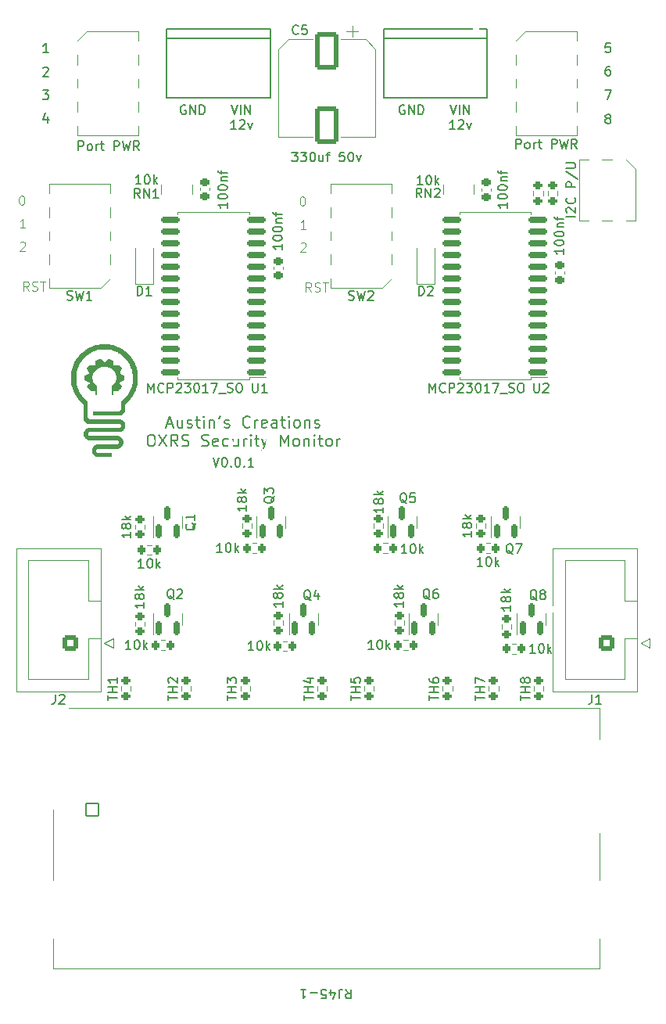
<source format=gbr>
%TF.GenerationSoftware,KiCad,Pcbnew,(6.0.0)*%
%TF.CreationDate,2022-08-06T01:14:48-04:00*%
%TF.ProjectId,security module,73656375-7269-4747-9920-6d6f64756c65,rev?*%
%TF.SameCoordinates,Original*%
%TF.FileFunction,Legend,Top*%
%TF.FilePolarity,Positive*%
%FSLAX46Y46*%
G04 Gerber Fmt 4.6, Leading zero omitted, Abs format (unit mm)*
G04 Created by KiCad (PCBNEW (6.0.0)) date 2022-08-06 01:14:48*
%MOMM*%
%LPD*%
G01*
G04 APERTURE LIST*
G04 Aperture macros list*
%AMRoundRect*
0 Rectangle with rounded corners*
0 $1 Rounding radius*
0 $2 $3 $4 $5 $6 $7 $8 $9 X,Y pos of 4 corners*
0 Add a 4 corners polygon primitive as box body*
4,1,4,$2,$3,$4,$5,$6,$7,$8,$9,$2,$3,0*
0 Add four circle primitives for the rounded corners*
1,1,$1+$1,$2,$3*
1,1,$1+$1,$4,$5*
1,1,$1+$1,$6,$7*
1,1,$1+$1,$8,$9*
0 Add four rect primitives between the rounded corners*
20,1,$1+$1,$2,$3,$4,$5,0*
20,1,$1+$1,$4,$5,$6,$7,0*
20,1,$1+$1,$6,$7,$8,$9,0*
20,1,$1+$1,$8,$9,$2,$3,0*%
%AMFreePoly0*
4,1,25,0.694719,1.352196,0.706842,1.341842,1.341842,0.706842,1.370349,0.650894,1.371600,0.635000,1.371600,-0.635000,1.352196,-0.694719,1.341842,-0.706842,0.706842,-1.341842,0.650894,-1.370349,0.635000,-1.371600,-0.635000,-1.371600,-0.694719,-1.352196,-0.706842,-1.341842,-1.341842,-0.706842,-1.370349,-0.650894,-1.371600,-0.635000,-1.371600,0.635000,-1.352196,0.694719,-1.341842,0.706842,
-0.706842,1.341842,-0.650894,1.370349,-0.635000,1.371600,0.635000,1.371600,0.694719,1.352196,0.694719,1.352196,$1*%
G04 Aperture macros list end*
%ADD10C,0.150000*%
%ADD11C,0.125000*%
%ADD12C,0.200000*%
%ADD13C,0.120000*%
%ADD14C,0.100000*%
%ADD15C,0.203200*%
%ADD16RoundRect,0.250000X0.600000X0.600000X-0.600000X0.600000X-0.600000X-0.600000X0.600000X-0.600000X0*%
%ADD17C,1.700000*%
%ADD18R,3.300000X1.200000*%
%ADD19RoundRect,0.200000X-0.275000X0.200000X-0.275000X-0.200000X0.275000X-0.200000X0.275000X0.200000X0*%
%ADD20RoundRect,0.150000X0.875000X0.150000X-0.875000X0.150000X-0.875000X-0.150000X0.875000X-0.150000X0*%
%ADD21FreePoly0,180.000000*%
%ADD22RoundRect,0.150000X0.150000X-0.587500X0.150000X0.587500X-0.150000X0.587500X-0.150000X-0.587500X0*%
%ADD23RoundRect,0.225000X0.250000X-0.225000X0.250000X0.225000X-0.250000X0.225000X-0.250000X-0.225000X0*%
%ADD24R,0.500000X0.800000*%
%ADD25R,0.400000X0.800000*%
%ADD26RoundRect,0.200000X0.200000X0.275000X-0.200000X0.275000X-0.200000X-0.275000X0.200000X-0.275000X0*%
%ADD27RoundRect,0.200000X0.275000X-0.200000X0.275000X0.200000X-0.275000X0.200000X-0.275000X-0.200000X0*%
%ADD28C,1.500000*%
%ADD29R,1.200000X3.300000*%
%ADD30RoundRect,0.250000X-1.000000X1.750000X-1.000000X-1.750000X1.000000X-1.750000X1.000000X1.750000X0*%
%ADD31RoundRect,0.225000X-0.250000X0.225000X-0.250000X-0.225000X0.250000X-0.225000X0.250000X0.225000X0*%
%ADD32C,3.200000*%
%ADD33RoundRect,0.101600X-0.700000X-0.700000X0.700000X-0.700000X0.700000X0.700000X-0.700000X0.700000X0*%
%ADD34C,1.603200*%
%ADD35C,2.603200*%
%ADD36R,1.100000X1.100000*%
%ADD37C,0.756400*%
%ADD38C,0.800000*%
G04 APERTURE END LIST*
D10*
X24585714Y-24652380D02*
X24014285Y-24652380D01*
X24300000Y-24652380D02*
X24300000Y-23652380D01*
X24204761Y-23795238D01*
X24109523Y-23890476D01*
X24014285Y-23938095D01*
D11*
X22452380Y-50452380D02*
X22119047Y-49976190D01*
X21880952Y-50452380D02*
X21880952Y-49452380D01*
X22261904Y-49452380D01*
X22357142Y-49500000D01*
X22404761Y-49547619D01*
X22452380Y-49642857D01*
X22452380Y-49785714D01*
X22404761Y-49880952D01*
X22357142Y-49928571D01*
X22261904Y-49976190D01*
X21880952Y-49976190D01*
X22833333Y-50404761D02*
X22976190Y-50452380D01*
X23214285Y-50452380D01*
X23309523Y-50404761D01*
X23357142Y-50357142D01*
X23404761Y-50261904D01*
X23404761Y-50166666D01*
X23357142Y-50071428D01*
X23309523Y-50023809D01*
X23214285Y-49976190D01*
X23023809Y-49928571D01*
X22928571Y-49880952D01*
X22880952Y-49833333D01*
X22833333Y-49738095D01*
X22833333Y-49642857D01*
X22880952Y-49547619D01*
X22928571Y-49500000D01*
X23023809Y-49452380D01*
X23261904Y-49452380D01*
X23404761Y-49500000D01*
X23690476Y-49452380D02*
X24261904Y-49452380D01*
X23976190Y-50452380D02*
X23976190Y-49452380D01*
D12*
X37426190Y-64902083D02*
X38021428Y-64902083D01*
X37307142Y-65259226D02*
X37723809Y-64009226D01*
X38140476Y-65259226D01*
X39092857Y-64425892D02*
X39092857Y-65259226D01*
X38557142Y-64425892D02*
X38557142Y-65080654D01*
X38616666Y-65199702D01*
X38735714Y-65259226D01*
X38914285Y-65259226D01*
X39033333Y-65199702D01*
X39092857Y-65140178D01*
X39628571Y-65199702D02*
X39747619Y-65259226D01*
X39985714Y-65259226D01*
X40104761Y-65199702D01*
X40164285Y-65080654D01*
X40164285Y-65021130D01*
X40104761Y-64902083D01*
X39985714Y-64842559D01*
X39807142Y-64842559D01*
X39688095Y-64783035D01*
X39628571Y-64663988D01*
X39628571Y-64604464D01*
X39688095Y-64485416D01*
X39807142Y-64425892D01*
X39985714Y-64425892D01*
X40104761Y-64485416D01*
X40521428Y-64425892D02*
X40997619Y-64425892D01*
X40700000Y-64009226D02*
X40700000Y-65080654D01*
X40759523Y-65199702D01*
X40878571Y-65259226D01*
X40997619Y-65259226D01*
X41414285Y-65259226D02*
X41414285Y-64425892D01*
X41414285Y-64009226D02*
X41354761Y-64068750D01*
X41414285Y-64128273D01*
X41473809Y-64068750D01*
X41414285Y-64009226D01*
X41414285Y-64128273D01*
X42009523Y-64425892D02*
X42009523Y-65259226D01*
X42009523Y-64544940D02*
X42069047Y-64485416D01*
X42188095Y-64425892D01*
X42366666Y-64425892D01*
X42485714Y-64485416D01*
X42545238Y-64604464D01*
X42545238Y-65259226D01*
X43200000Y-64009226D02*
X43080952Y-64247321D01*
X43676190Y-65199702D02*
X43795238Y-65259226D01*
X44033333Y-65259226D01*
X44152380Y-65199702D01*
X44211904Y-65080654D01*
X44211904Y-65021130D01*
X44152380Y-64902083D01*
X44033333Y-64842559D01*
X43854761Y-64842559D01*
X43735714Y-64783035D01*
X43676190Y-64663988D01*
X43676190Y-64604464D01*
X43735714Y-64485416D01*
X43854761Y-64425892D01*
X44033333Y-64425892D01*
X44152380Y-64485416D01*
X46414285Y-65140178D02*
X46354761Y-65199702D01*
X46176190Y-65259226D01*
X46057142Y-65259226D01*
X45878571Y-65199702D01*
X45759523Y-65080654D01*
X45700000Y-64961607D01*
X45640476Y-64723511D01*
X45640476Y-64544940D01*
X45700000Y-64306845D01*
X45759523Y-64187797D01*
X45878571Y-64068750D01*
X46057142Y-64009226D01*
X46176190Y-64009226D01*
X46354761Y-64068750D01*
X46414285Y-64128273D01*
X46950000Y-65259226D02*
X46950000Y-64425892D01*
X46950000Y-64663988D02*
X47009523Y-64544940D01*
X47069047Y-64485416D01*
X47188095Y-64425892D01*
X47307142Y-64425892D01*
X48200000Y-65199702D02*
X48080952Y-65259226D01*
X47842857Y-65259226D01*
X47723809Y-65199702D01*
X47664285Y-65080654D01*
X47664285Y-64604464D01*
X47723809Y-64485416D01*
X47842857Y-64425892D01*
X48080952Y-64425892D01*
X48200000Y-64485416D01*
X48259523Y-64604464D01*
X48259523Y-64723511D01*
X47664285Y-64842559D01*
X49330952Y-65259226D02*
X49330952Y-64604464D01*
X49271428Y-64485416D01*
X49152380Y-64425892D01*
X48914285Y-64425892D01*
X48795238Y-64485416D01*
X49330952Y-65199702D02*
X49211904Y-65259226D01*
X48914285Y-65259226D01*
X48795238Y-65199702D01*
X48735714Y-65080654D01*
X48735714Y-64961607D01*
X48795238Y-64842559D01*
X48914285Y-64783035D01*
X49211904Y-64783035D01*
X49330952Y-64723511D01*
X49747619Y-64425892D02*
X50223809Y-64425892D01*
X49926190Y-64009226D02*
X49926190Y-65080654D01*
X49985714Y-65199702D01*
X50104761Y-65259226D01*
X50223809Y-65259226D01*
X50640476Y-65259226D02*
X50640476Y-64425892D01*
X50640476Y-64009226D02*
X50580952Y-64068750D01*
X50640476Y-64128273D01*
X50700000Y-64068750D01*
X50640476Y-64009226D01*
X50640476Y-64128273D01*
X51414285Y-65259226D02*
X51295238Y-65199702D01*
X51235714Y-65140178D01*
X51176190Y-65021130D01*
X51176190Y-64663988D01*
X51235714Y-64544940D01*
X51295238Y-64485416D01*
X51414285Y-64425892D01*
X51592857Y-64425892D01*
X51711904Y-64485416D01*
X51771428Y-64544940D01*
X51830952Y-64663988D01*
X51830952Y-65021130D01*
X51771428Y-65140178D01*
X51711904Y-65199702D01*
X51592857Y-65259226D01*
X51414285Y-65259226D01*
X52366666Y-64425892D02*
X52366666Y-65259226D01*
X52366666Y-64544940D02*
X52426190Y-64485416D01*
X52545238Y-64425892D01*
X52723809Y-64425892D01*
X52842857Y-64485416D01*
X52902380Y-64604464D01*
X52902380Y-65259226D01*
X53438095Y-65199702D02*
X53557142Y-65259226D01*
X53795238Y-65259226D01*
X53914285Y-65199702D01*
X53973809Y-65080654D01*
X53973809Y-65021130D01*
X53914285Y-64902083D01*
X53795238Y-64842559D01*
X53616666Y-64842559D01*
X53497619Y-64783035D01*
X53438095Y-64663988D01*
X53438095Y-64604464D01*
X53497619Y-64485416D01*
X53616666Y-64425892D01*
X53795238Y-64425892D01*
X53914285Y-64485416D01*
X35610714Y-66021726D02*
X35848809Y-66021726D01*
X35967857Y-66081250D01*
X36086904Y-66200297D01*
X36146428Y-66438392D01*
X36146428Y-66855059D01*
X36086904Y-67093154D01*
X35967857Y-67212202D01*
X35848809Y-67271726D01*
X35610714Y-67271726D01*
X35491666Y-67212202D01*
X35372619Y-67093154D01*
X35313095Y-66855059D01*
X35313095Y-66438392D01*
X35372619Y-66200297D01*
X35491666Y-66081250D01*
X35610714Y-66021726D01*
X36563095Y-66021726D02*
X37396428Y-67271726D01*
X37396428Y-66021726D02*
X36563095Y-67271726D01*
X38586904Y-67271726D02*
X38170238Y-66676488D01*
X37872619Y-67271726D02*
X37872619Y-66021726D01*
X38348809Y-66021726D01*
X38467857Y-66081250D01*
X38527380Y-66140773D01*
X38586904Y-66259821D01*
X38586904Y-66438392D01*
X38527380Y-66557440D01*
X38467857Y-66616964D01*
X38348809Y-66676488D01*
X37872619Y-66676488D01*
X39063095Y-67212202D02*
X39241666Y-67271726D01*
X39539285Y-67271726D01*
X39658333Y-67212202D01*
X39717857Y-67152678D01*
X39777380Y-67033630D01*
X39777380Y-66914583D01*
X39717857Y-66795535D01*
X39658333Y-66736011D01*
X39539285Y-66676488D01*
X39301190Y-66616964D01*
X39182142Y-66557440D01*
X39122619Y-66497916D01*
X39063095Y-66378869D01*
X39063095Y-66259821D01*
X39122619Y-66140773D01*
X39182142Y-66081250D01*
X39301190Y-66021726D01*
X39598809Y-66021726D01*
X39777380Y-66081250D01*
X41205952Y-67212202D02*
X41384523Y-67271726D01*
X41682142Y-67271726D01*
X41801190Y-67212202D01*
X41860714Y-67152678D01*
X41920238Y-67033630D01*
X41920238Y-66914583D01*
X41860714Y-66795535D01*
X41801190Y-66736011D01*
X41682142Y-66676488D01*
X41444047Y-66616964D01*
X41325000Y-66557440D01*
X41265476Y-66497916D01*
X41205952Y-66378869D01*
X41205952Y-66259821D01*
X41265476Y-66140773D01*
X41325000Y-66081250D01*
X41444047Y-66021726D01*
X41741666Y-66021726D01*
X41920238Y-66081250D01*
X42932142Y-67212202D02*
X42813095Y-67271726D01*
X42575000Y-67271726D01*
X42455952Y-67212202D01*
X42396428Y-67093154D01*
X42396428Y-66616964D01*
X42455952Y-66497916D01*
X42575000Y-66438392D01*
X42813095Y-66438392D01*
X42932142Y-66497916D01*
X42991666Y-66616964D01*
X42991666Y-66736011D01*
X42396428Y-66855059D01*
X44063095Y-67212202D02*
X43944047Y-67271726D01*
X43705952Y-67271726D01*
X43586904Y-67212202D01*
X43527380Y-67152678D01*
X43467857Y-67033630D01*
X43467857Y-66676488D01*
X43527380Y-66557440D01*
X43586904Y-66497916D01*
X43705952Y-66438392D01*
X43944047Y-66438392D01*
X44063095Y-66497916D01*
X45134523Y-66438392D02*
X45134523Y-67271726D01*
X44598809Y-66438392D02*
X44598809Y-67093154D01*
X44658333Y-67212202D01*
X44777380Y-67271726D01*
X44955952Y-67271726D01*
X45075000Y-67212202D01*
X45134523Y-67152678D01*
X45729761Y-67271726D02*
X45729761Y-66438392D01*
X45729761Y-66676488D02*
X45789285Y-66557440D01*
X45848809Y-66497916D01*
X45967857Y-66438392D01*
X46086904Y-66438392D01*
X46503571Y-67271726D02*
X46503571Y-66438392D01*
X46503571Y-66021726D02*
X46444047Y-66081250D01*
X46503571Y-66140773D01*
X46563095Y-66081250D01*
X46503571Y-66021726D01*
X46503571Y-66140773D01*
X46920238Y-66438392D02*
X47396428Y-66438392D01*
X47098809Y-66021726D02*
X47098809Y-67093154D01*
X47158333Y-67212202D01*
X47277380Y-67271726D01*
X47396428Y-67271726D01*
X47694047Y-66438392D02*
X47991666Y-67271726D01*
X48289285Y-66438392D02*
X47991666Y-67271726D01*
X47872619Y-67569345D01*
X47813095Y-67628869D01*
X47694047Y-67688392D01*
X49717857Y-67271726D02*
X49717857Y-66021726D01*
X50134523Y-66914583D01*
X50551190Y-66021726D01*
X50551190Y-67271726D01*
X51325000Y-67271726D02*
X51205952Y-67212202D01*
X51146428Y-67152678D01*
X51086904Y-67033630D01*
X51086904Y-66676488D01*
X51146428Y-66557440D01*
X51205952Y-66497916D01*
X51325000Y-66438392D01*
X51503571Y-66438392D01*
X51622619Y-66497916D01*
X51682142Y-66557440D01*
X51741666Y-66676488D01*
X51741666Y-67033630D01*
X51682142Y-67152678D01*
X51622619Y-67212202D01*
X51503571Y-67271726D01*
X51325000Y-67271726D01*
X52277380Y-66438392D02*
X52277380Y-67271726D01*
X52277380Y-66557440D02*
X52336904Y-66497916D01*
X52455952Y-66438392D01*
X52634523Y-66438392D01*
X52753571Y-66497916D01*
X52813095Y-66616964D01*
X52813095Y-67271726D01*
X53408333Y-67271726D02*
X53408333Y-66438392D01*
X53408333Y-66021726D02*
X53348809Y-66081250D01*
X53408333Y-66140773D01*
X53467857Y-66081250D01*
X53408333Y-66021726D01*
X53408333Y-66140773D01*
X53825000Y-66438392D02*
X54301190Y-66438392D01*
X54003571Y-66021726D02*
X54003571Y-67093154D01*
X54063095Y-67212202D01*
X54182142Y-67271726D01*
X54301190Y-67271726D01*
X54896428Y-67271726D02*
X54777380Y-67212202D01*
X54717857Y-67152678D01*
X54658333Y-67033630D01*
X54658333Y-66676488D01*
X54717857Y-66557440D01*
X54777380Y-66497916D01*
X54896428Y-66438392D01*
X55075000Y-66438392D01*
X55194047Y-66497916D01*
X55253571Y-66557440D01*
X55313095Y-66676488D01*
X55313095Y-67033630D01*
X55253571Y-67152678D01*
X55194047Y-67212202D01*
X55075000Y-67271726D01*
X54896428Y-67271726D01*
X55848809Y-67271726D02*
X55848809Y-66438392D01*
X55848809Y-66676488D02*
X55908333Y-66557440D01*
X55967857Y-66497916D01*
X56086904Y-66438392D01*
X56205952Y-66438392D01*
D10*
X44404761Y-30347380D02*
X44738095Y-31347380D01*
X45071428Y-30347380D01*
X45404761Y-31347380D02*
X45404761Y-30347380D01*
X45880952Y-31347380D02*
X45880952Y-30347380D01*
X46452380Y-31347380D01*
X46452380Y-30347380D01*
X44928571Y-32957380D02*
X44357142Y-32957380D01*
X44642857Y-32957380D02*
X44642857Y-31957380D01*
X44547619Y-32100238D01*
X44452380Y-32195476D01*
X44357142Y-32243095D01*
X45309523Y-32052619D02*
X45357142Y-32005000D01*
X45452380Y-31957380D01*
X45690476Y-31957380D01*
X45785714Y-32005000D01*
X45833333Y-32052619D01*
X45880952Y-32147857D01*
X45880952Y-32243095D01*
X45833333Y-32385952D01*
X45261904Y-32957380D01*
X45880952Y-32957380D01*
X46214285Y-32290714D02*
X46452380Y-32957380D01*
X46690476Y-32290714D01*
X42416904Y-68497380D02*
X42750238Y-69497380D01*
X43083571Y-68497380D01*
X43607380Y-68497380D02*
X43702619Y-68497380D01*
X43797857Y-68545000D01*
X43845476Y-68592619D01*
X43893095Y-68687857D01*
X43940714Y-68878333D01*
X43940714Y-69116428D01*
X43893095Y-69306904D01*
X43845476Y-69402142D01*
X43797857Y-69449761D01*
X43702619Y-69497380D01*
X43607380Y-69497380D01*
X43512142Y-69449761D01*
X43464523Y-69402142D01*
X43416904Y-69306904D01*
X43369285Y-69116428D01*
X43369285Y-68878333D01*
X43416904Y-68687857D01*
X43464523Y-68592619D01*
X43512142Y-68545000D01*
X43607380Y-68497380D01*
X44369285Y-69402142D02*
X44416904Y-69449761D01*
X44369285Y-69497380D01*
X44321666Y-69449761D01*
X44369285Y-69402142D01*
X44369285Y-69497380D01*
X45035952Y-68497380D02*
X45131190Y-68497380D01*
X45226428Y-68545000D01*
X45274047Y-68592619D01*
X45321666Y-68687857D01*
X45369285Y-68878333D01*
X45369285Y-69116428D01*
X45321666Y-69306904D01*
X45274047Y-69402142D01*
X45226428Y-69449761D01*
X45131190Y-69497380D01*
X45035952Y-69497380D01*
X44940714Y-69449761D01*
X44893095Y-69402142D01*
X44845476Y-69306904D01*
X44797857Y-69116428D01*
X44797857Y-68878333D01*
X44845476Y-68687857D01*
X44893095Y-68592619D01*
X44940714Y-68545000D01*
X45035952Y-68497380D01*
X45797857Y-69402142D02*
X45845476Y-69449761D01*
X45797857Y-69497380D01*
X45750238Y-69449761D01*
X45797857Y-69402142D01*
X45797857Y-69497380D01*
X46797857Y-69497380D02*
X46226428Y-69497380D01*
X46512142Y-69497380D02*
X46512142Y-68497380D01*
X46416904Y-68640238D01*
X46321666Y-68735476D01*
X46226428Y-68783095D01*
X23966666Y-28752380D02*
X24585714Y-28752380D01*
X24252380Y-29133333D01*
X24395238Y-29133333D01*
X24490476Y-29180952D01*
X24538095Y-29228571D01*
X24585714Y-29323809D01*
X24585714Y-29561904D01*
X24538095Y-29657142D01*
X24490476Y-29704761D01*
X24395238Y-29752380D01*
X24109523Y-29752380D01*
X24014285Y-29704761D01*
X23966666Y-29657142D01*
X24014285Y-26347619D02*
X24061904Y-26300000D01*
X24157142Y-26252380D01*
X24395238Y-26252380D01*
X24490476Y-26300000D01*
X24538095Y-26347619D01*
X24585714Y-26442857D01*
X24585714Y-26538095D01*
X24538095Y-26680952D01*
X23966666Y-27252380D01*
X24585714Y-27252380D01*
X81667380Y-42414761D02*
X80667380Y-42414761D01*
X80762619Y-41986190D02*
X80715000Y-41938571D01*
X80667380Y-41843333D01*
X80667380Y-41605238D01*
X80715000Y-41510000D01*
X80762619Y-41462380D01*
X80857857Y-41414761D01*
X80953095Y-41414761D01*
X81095952Y-41462380D01*
X81667380Y-42033809D01*
X81667380Y-41414761D01*
X81572142Y-40414761D02*
X81619761Y-40462380D01*
X81667380Y-40605238D01*
X81667380Y-40700476D01*
X81619761Y-40843333D01*
X81524523Y-40938571D01*
X81429285Y-40986190D01*
X81238809Y-41033809D01*
X81095952Y-41033809D01*
X80905476Y-40986190D01*
X80810238Y-40938571D01*
X80715000Y-40843333D01*
X80667380Y-40700476D01*
X80667380Y-40605238D01*
X80715000Y-40462380D01*
X80762619Y-40414761D01*
X81667380Y-39224285D02*
X80667380Y-39224285D01*
X80667380Y-38843333D01*
X80715000Y-38748095D01*
X80762619Y-38700476D01*
X80857857Y-38652857D01*
X81000714Y-38652857D01*
X81095952Y-38700476D01*
X81143571Y-38748095D01*
X81191190Y-38843333D01*
X81191190Y-39224285D01*
X80619761Y-37510000D02*
X81905476Y-38367142D01*
X80667380Y-37176666D02*
X81476904Y-37176666D01*
X81572142Y-37129047D01*
X81619761Y-37081428D01*
X81667380Y-36986190D01*
X81667380Y-36795714D01*
X81619761Y-36700476D01*
X81572142Y-36652857D01*
X81476904Y-36605238D01*
X80667380Y-36605238D01*
X84866666Y-28752380D02*
X85533333Y-28752380D01*
X85104761Y-29752380D01*
X24490476Y-31585714D02*
X24490476Y-32252380D01*
X24252380Y-31204761D02*
X24014285Y-31919047D01*
X24633333Y-31919047D01*
X27838095Y-35252380D02*
X27838095Y-34252380D01*
X28219047Y-34252380D01*
X28314285Y-34300000D01*
X28361904Y-34347619D01*
X28409523Y-34442857D01*
X28409523Y-34585714D01*
X28361904Y-34680952D01*
X28314285Y-34728571D01*
X28219047Y-34776190D01*
X27838095Y-34776190D01*
X28980952Y-35252380D02*
X28885714Y-35204761D01*
X28838095Y-35157142D01*
X28790476Y-35061904D01*
X28790476Y-34776190D01*
X28838095Y-34680952D01*
X28885714Y-34633333D01*
X28980952Y-34585714D01*
X29123809Y-34585714D01*
X29219047Y-34633333D01*
X29266666Y-34680952D01*
X29314285Y-34776190D01*
X29314285Y-35061904D01*
X29266666Y-35157142D01*
X29219047Y-35204761D01*
X29123809Y-35252380D01*
X28980952Y-35252380D01*
X29742857Y-35252380D02*
X29742857Y-34585714D01*
X29742857Y-34776190D02*
X29790476Y-34680952D01*
X29838095Y-34633333D01*
X29933333Y-34585714D01*
X30028571Y-34585714D01*
X30219047Y-34585714D02*
X30600000Y-34585714D01*
X30361904Y-34252380D02*
X30361904Y-35109523D01*
X30409523Y-35204761D01*
X30504761Y-35252380D01*
X30600000Y-35252380D01*
X31695238Y-35252380D02*
X31695238Y-34252380D01*
X32076190Y-34252380D01*
X32171428Y-34300000D01*
X32219047Y-34347619D01*
X32266666Y-34442857D01*
X32266666Y-34585714D01*
X32219047Y-34680952D01*
X32171428Y-34728571D01*
X32076190Y-34776190D01*
X31695238Y-34776190D01*
X32600000Y-34252380D02*
X32838095Y-35252380D01*
X33028571Y-34538095D01*
X33219047Y-35252380D01*
X33457142Y-34252380D01*
X34409523Y-35252380D02*
X34076190Y-34776190D01*
X33838095Y-35252380D02*
X33838095Y-34252380D01*
X34219047Y-34252380D01*
X34314285Y-34300000D01*
X34361904Y-34347619D01*
X34409523Y-34442857D01*
X34409523Y-34585714D01*
X34361904Y-34680952D01*
X34314285Y-34728571D01*
X34219047Y-34776190D01*
X33838095Y-34776190D01*
X85390476Y-26152380D02*
X85200000Y-26152380D01*
X85104761Y-26200000D01*
X85057142Y-26247619D01*
X84961904Y-26390476D01*
X84914285Y-26580952D01*
X84914285Y-26961904D01*
X84961904Y-27057142D01*
X85009523Y-27104761D01*
X85104761Y-27152380D01*
X85295238Y-27152380D01*
X85390476Y-27104761D01*
X85438095Y-27057142D01*
X85485714Y-26961904D01*
X85485714Y-26723809D01*
X85438095Y-26628571D01*
X85390476Y-26580952D01*
X85295238Y-26533333D01*
X85104761Y-26533333D01*
X85009523Y-26580952D01*
X84961904Y-26628571D01*
X84914285Y-26723809D01*
D11*
X51914285Y-45347619D02*
X51961904Y-45300000D01*
X52057142Y-45252380D01*
X52295238Y-45252380D01*
X52390476Y-45300000D01*
X52438095Y-45347619D01*
X52485714Y-45442857D01*
X52485714Y-45538095D01*
X52438095Y-45680952D01*
X51866666Y-46252380D01*
X52485714Y-46252380D01*
X22085714Y-43652380D02*
X21514285Y-43652380D01*
X21800000Y-43652380D02*
X21800000Y-42652380D01*
X21704761Y-42795238D01*
X21609523Y-42890476D01*
X21514285Y-42938095D01*
D10*
X39438095Y-30400000D02*
X39342857Y-30352380D01*
X39200000Y-30352380D01*
X39057142Y-30400000D01*
X38961904Y-30495238D01*
X38914285Y-30590476D01*
X38866666Y-30780952D01*
X38866666Y-30923809D01*
X38914285Y-31114285D01*
X38961904Y-31209523D01*
X39057142Y-31304761D01*
X39200000Y-31352380D01*
X39295238Y-31352380D01*
X39438095Y-31304761D01*
X39485714Y-31257142D01*
X39485714Y-30923809D01*
X39295238Y-30923809D01*
X39914285Y-31352380D02*
X39914285Y-30352380D01*
X40485714Y-31352380D01*
X40485714Y-30352380D01*
X40961904Y-31352380D02*
X40961904Y-30352380D01*
X41200000Y-30352380D01*
X41342857Y-30400000D01*
X41438095Y-30495238D01*
X41485714Y-30590476D01*
X41533333Y-30780952D01*
X41533333Y-30923809D01*
X41485714Y-31114285D01*
X41438095Y-31209523D01*
X41342857Y-31304761D01*
X41200000Y-31352380D01*
X40961904Y-31352380D01*
D11*
X52052380Y-40252380D02*
X52147619Y-40252380D01*
X52242857Y-40300000D01*
X52290476Y-40347619D01*
X52338095Y-40442857D01*
X52385714Y-40633333D01*
X52385714Y-40871428D01*
X52338095Y-41061904D01*
X52290476Y-41157142D01*
X52242857Y-41204761D01*
X52147619Y-41252380D01*
X52052380Y-41252380D01*
X51957142Y-41204761D01*
X51909523Y-41157142D01*
X51861904Y-41061904D01*
X51814285Y-40871428D01*
X51814285Y-40633333D01*
X51861904Y-40442857D01*
X51909523Y-40347619D01*
X51957142Y-40300000D01*
X52052380Y-40252380D01*
D10*
X85104761Y-31780952D02*
X85009523Y-31733333D01*
X84961904Y-31685714D01*
X84914285Y-31590476D01*
X84914285Y-31542857D01*
X84961904Y-31447619D01*
X85009523Y-31400000D01*
X85104761Y-31352380D01*
X85295238Y-31352380D01*
X85390476Y-31400000D01*
X85438095Y-31447619D01*
X85485714Y-31542857D01*
X85485714Y-31590476D01*
X85438095Y-31685714D01*
X85390476Y-31733333D01*
X85295238Y-31780952D01*
X85104761Y-31780952D01*
X85009523Y-31828571D01*
X84961904Y-31876190D01*
X84914285Y-31971428D01*
X84914285Y-32161904D01*
X84961904Y-32257142D01*
X85009523Y-32304761D01*
X85104761Y-32352380D01*
X85295238Y-32352380D01*
X85390476Y-32304761D01*
X85438095Y-32257142D01*
X85485714Y-32161904D01*
X85485714Y-31971428D01*
X85438095Y-31876190D01*
X85390476Y-31828571D01*
X85295238Y-31780952D01*
X63138095Y-30400000D02*
X63042857Y-30352380D01*
X62900000Y-30352380D01*
X62757142Y-30400000D01*
X62661904Y-30495238D01*
X62614285Y-30590476D01*
X62566666Y-30780952D01*
X62566666Y-30923809D01*
X62614285Y-31114285D01*
X62661904Y-31209523D01*
X62757142Y-31304761D01*
X62900000Y-31352380D01*
X62995238Y-31352380D01*
X63138095Y-31304761D01*
X63185714Y-31257142D01*
X63185714Y-30923809D01*
X62995238Y-30923809D01*
X63614285Y-31352380D02*
X63614285Y-30352380D01*
X64185714Y-31352380D01*
X64185714Y-30352380D01*
X64661904Y-31352380D02*
X64661904Y-30352380D01*
X64900000Y-30352380D01*
X65042857Y-30400000D01*
X65138095Y-30495238D01*
X65185714Y-30590476D01*
X65233333Y-30780952D01*
X65233333Y-30923809D01*
X65185714Y-31114285D01*
X65138095Y-31209523D01*
X65042857Y-31304761D01*
X64900000Y-31352380D01*
X64661904Y-31352380D01*
X75238095Y-35052380D02*
X75238095Y-34052380D01*
X75619047Y-34052380D01*
X75714285Y-34100000D01*
X75761904Y-34147619D01*
X75809523Y-34242857D01*
X75809523Y-34385714D01*
X75761904Y-34480952D01*
X75714285Y-34528571D01*
X75619047Y-34576190D01*
X75238095Y-34576190D01*
X76380952Y-35052380D02*
X76285714Y-35004761D01*
X76238095Y-34957142D01*
X76190476Y-34861904D01*
X76190476Y-34576190D01*
X76238095Y-34480952D01*
X76285714Y-34433333D01*
X76380952Y-34385714D01*
X76523809Y-34385714D01*
X76619047Y-34433333D01*
X76666666Y-34480952D01*
X76714285Y-34576190D01*
X76714285Y-34861904D01*
X76666666Y-34957142D01*
X76619047Y-35004761D01*
X76523809Y-35052380D01*
X76380952Y-35052380D01*
X77142857Y-35052380D02*
X77142857Y-34385714D01*
X77142857Y-34576190D02*
X77190476Y-34480952D01*
X77238095Y-34433333D01*
X77333333Y-34385714D01*
X77428571Y-34385714D01*
X77619047Y-34385714D02*
X78000000Y-34385714D01*
X77761904Y-34052380D02*
X77761904Y-34909523D01*
X77809523Y-35004761D01*
X77904761Y-35052380D01*
X78000000Y-35052380D01*
X79095238Y-35052380D02*
X79095238Y-34052380D01*
X79476190Y-34052380D01*
X79571428Y-34100000D01*
X79619047Y-34147619D01*
X79666666Y-34242857D01*
X79666666Y-34385714D01*
X79619047Y-34480952D01*
X79571428Y-34528571D01*
X79476190Y-34576190D01*
X79095238Y-34576190D01*
X80000000Y-34052380D02*
X80238095Y-35052380D01*
X80428571Y-34338095D01*
X80619047Y-35052380D01*
X80857142Y-34052380D01*
X81809523Y-35052380D02*
X81476190Y-34576190D01*
X81238095Y-35052380D02*
X81238095Y-34052380D01*
X81619047Y-34052380D01*
X81714285Y-34100000D01*
X81761904Y-34147619D01*
X81809523Y-34242857D01*
X81809523Y-34385714D01*
X81761904Y-34480952D01*
X81714285Y-34528571D01*
X81619047Y-34576190D01*
X81238095Y-34576190D01*
D11*
X21514285Y-45247619D02*
X21561904Y-45200000D01*
X21657142Y-45152380D01*
X21895238Y-45152380D01*
X21990476Y-45200000D01*
X22038095Y-45247619D01*
X22085714Y-45342857D01*
X22085714Y-45438095D01*
X22038095Y-45580952D01*
X21466666Y-46152380D01*
X22085714Y-46152380D01*
X52485714Y-43752380D02*
X51914285Y-43752380D01*
X52200000Y-43752380D02*
X52200000Y-42752380D01*
X52104761Y-42895238D01*
X52009523Y-42990476D01*
X51914285Y-43038095D01*
X53052380Y-50552380D02*
X52719047Y-50076190D01*
X52480952Y-50552380D02*
X52480952Y-49552380D01*
X52861904Y-49552380D01*
X52957142Y-49600000D01*
X53004761Y-49647619D01*
X53052380Y-49742857D01*
X53052380Y-49885714D01*
X53004761Y-49980952D01*
X52957142Y-50028571D01*
X52861904Y-50076190D01*
X52480952Y-50076190D01*
X53433333Y-50504761D02*
X53576190Y-50552380D01*
X53814285Y-50552380D01*
X53909523Y-50504761D01*
X53957142Y-50457142D01*
X54004761Y-50361904D01*
X54004761Y-50266666D01*
X53957142Y-50171428D01*
X53909523Y-50123809D01*
X53814285Y-50076190D01*
X53623809Y-50028571D01*
X53528571Y-49980952D01*
X53480952Y-49933333D01*
X53433333Y-49838095D01*
X53433333Y-49742857D01*
X53480952Y-49647619D01*
X53528571Y-49600000D01*
X53623809Y-49552380D01*
X53861904Y-49552380D01*
X54004761Y-49600000D01*
X54290476Y-49552380D02*
X54861904Y-49552380D01*
X54576190Y-50552380D02*
X54576190Y-49552380D01*
D10*
X68104761Y-30347380D02*
X68438095Y-31347380D01*
X68771428Y-30347380D01*
X69104761Y-31347380D02*
X69104761Y-30347380D01*
X69580952Y-31347380D02*
X69580952Y-30347380D01*
X70152380Y-31347380D01*
X70152380Y-30347380D01*
X68628571Y-32957380D02*
X68057142Y-32957380D01*
X68342857Y-32957380D02*
X68342857Y-31957380D01*
X68247619Y-32100238D01*
X68152380Y-32195476D01*
X68057142Y-32243095D01*
X69009523Y-32052619D02*
X69057142Y-32005000D01*
X69152380Y-31957380D01*
X69390476Y-31957380D01*
X69485714Y-32005000D01*
X69533333Y-32052619D01*
X69580952Y-32147857D01*
X69580952Y-32243095D01*
X69533333Y-32385952D01*
X68961904Y-32957380D01*
X69580952Y-32957380D01*
X69914285Y-32290714D02*
X70152380Y-32957380D01*
X70390476Y-32290714D01*
X85438095Y-23652380D02*
X84961904Y-23652380D01*
X84914285Y-24128571D01*
X84961904Y-24080952D01*
X85057142Y-24033333D01*
X85295238Y-24033333D01*
X85390476Y-24080952D01*
X85438095Y-24128571D01*
X85485714Y-24223809D01*
X85485714Y-24461904D01*
X85438095Y-24557142D01*
X85390476Y-24604761D01*
X85295238Y-24652380D01*
X85057142Y-24652380D01*
X84961904Y-24604761D01*
X84914285Y-24557142D01*
D11*
X21652380Y-40152380D02*
X21747619Y-40152380D01*
X21842857Y-40200000D01*
X21890476Y-40247619D01*
X21938095Y-40342857D01*
X21985714Y-40533333D01*
X21985714Y-40771428D01*
X21938095Y-40961904D01*
X21890476Y-41057142D01*
X21842857Y-41104761D01*
X21747619Y-41152380D01*
X21652380Y-41152380D01*
X21557142Y-41104761D01*
X21509523Y-41057142D01*
X21461904Y-40961904D01*
X21414285Y-40771428D01*
X21414285Y-40533333D01*
X21461904Y-40342857D01*
X21509523Y-40247619D01*
X21557142Y-40200000D01*
X21652380Y-40152380D01*
D10*
%TO.C,J1*%
X83446666Y-94152380D02*
X83446666Y-94866666D01*
X83399047Y-95009523D01*
X83303809Y-95104761D01*
X83160952Y-95152380D01*
X83065714Y-95152380D01*
X84446666Y-95152380D02*
X83875238Y-95152380D01*
X84160952Y-95152380D02*
X84160952Y-94152380D01*
X84065714Y-94295238D01*
X83970476Y-94390476D01*
X83875238Y-94438095D01*
%TO.C,SW2*%
X57116666Y-51404761D02*
X57259523Y-51452380D01*
X57497619Y-51452380D01*
X57592857Y-51404761D01*
X57640476Y-51357142D01*
X57688095Y-51261904D01*
X57688095Y-51166666D01*
X57640476Y-51071428D01*
X57592857Y-51023809D01*
X57497619Y-50976190D01*
X57307142Y-50928571D01*
X57211904Y-50880952D01*
X57164285Y-50833333D01*
X57116666Y-50738095D01*
X57116666Y-50642857D01*
X57164285Y-50547619D01*
X57211904Y-50500000D01*
X57307142Y-50452380D01*
X57545238Y-50452380D01*
X57688095Y-50500000D01*
X58021428Y-50452380D02*
X58259523Y-51452380D01*
X58450000Y-50738095D01*
X58640476Y-51452380D01*
X58878571Y-50452380D01*
X59211904Y-50547619D02*
X59259523Y-50500000D01*
X59354761Y-50452380D01*
X59592857Y-50452380D01*
X59688095Y-50500000D01*
X59735714Y-50547619D01*
X59783333Y-50642857D01*
X59783333Y-50738095D01*
X59735714Y-50880952D01*
X59164285Y-51452380D01*
X59783333Y-51452380D01*
%TO.C,R25*%
X74652380Y-84495238D02*
X74652380Y-85066666D01*
X74652380Y-84780952D02*
X73652380Y-84780952D01*
X73795238Y-84876190D01*
X73890476Y-84971428D01*
X73938095Y-85066666D01*
X74080952Y-83923809D02*
X74033333Y-84019047D01*
X73985714Y-84066666D01*
X73890476Y-84114285D01*
X73842857Y-84114285D01*
X73747619Y-84066666D01*
X73700000Y-84019047D01*
X73652380Y-83923809D01*
X73652380Y-83733333D01*
X73700000Y-83638095D01*
X73747619Y-83590476D01*
X73842857Y-83542857D01*
X73890476Y-83542857D01*
X73985714Y-83590476D01*
X74033333Y-83638095D01*
X74080952Y-83733333D01*
X74080952Y-83923809D01*
X74128571Y-84019047D01*
X74176190Y-84066666D01*
X74271428Y-84114285D01*
X74461904Y-84114285D01*
X74557142Y-84066666D01*
X74604761Y-84019047D01*
X74652380Y-83923809D01*
X74652380Y-83733333D01*
X74604761Y-83638095D01*
X74557142Y-83590476D01*
X74461904Y-83542857D01*
X74271428Y-83542857D01*
X74176190Y-83590476D01*
X74128571Y-83638095D01*
X74080952Y-83733333D01*
X74652380Y-83114285D02*
X73652380Y-83114285D01*
X74271428Y-83019047D02*
X74652380Y-82733333D01*
X73985714Y-82733333D02*
X74366666Y-83114285D01*
%TO.C,U2*%
X77188095Y-60452380D02*
X77188095Y-61261904D01*
X77235714Y-61357142D01*
X77283333Y-61404761D01*
X77378571Y-61452380D01*
X77569047Y-61452380D01*
X77664285Y-61404761D01*
X77711904Y-61357142D01*
X77759523Y-61261904D01*
X77759523Y-60452380D01*
X78188095Y-60547619D02*
X78235714Y-60500000D01*
X78330952Y-60452380D01*
X78569047Y-60452380D01*
X78664285Y-60500000D01*
X78711904Y-60547619D01*
X78759523Y-60642857D01*
X78759523Y-60738095D01*
X78711904Y-60880952D01*
X78140476Y-61452380D01*
X78759523Y-61452380D01*
X65854761Y-61452380D02*
X65854761Y-60452380D01*
X66188095Y-61166666D01*
X66521428Y-60452380D01*
X66521428Y-61452380D01*
X67569047Y-61357142D02*
X67521428Y-61404761D01*
X67378571Y-61452380D01*
X67283333Y-61452380D01*
X67140476Y-61404761D01*
X67045238Y-61309523D01*
X66997619Y-61214285D01*
X66950000Y-61023809D01*
X66950000Y-60880952D01*
X66997619Y-60690476D01*
X67045238Y-60595238D01*
X67140476Y-60500000D01*
X67283333Y-60452380D01*
X67378571Y-60452380D01*
X67521428Y-60500000D01*
X67569047Y-60547619D01*
X67997619Y-61452380D02*
X67997619Y-60452380D01*
X68378571Y-60452380D01*
X68473809Y-60500000D01*
X68521428Y-60547619D01*
X68569047Y-60642857D01*
X68569047Y-60785714D01*
X68521428Y-60880952D01*
X68473809Y-60928571D01*
X68378571Y-60976190D01*
X67997619Y-60976190D01*
X68950000Y-60547619D02*
X68997619Y-60500000D01*
X69092857Y-60452380D01*
X69330952Y-60452380D01*
X69426190Y-60500000D01*
X69473809Y-60547619D01*
X69521428Y-60642857D01*
X69521428Y-60738095D01*
X69473809Y-60880952D01*
X68902380Y-61452380D01*
X69521428Y-61452380D01*
X69854761Y-60452380D02*
X70473809Y-60452380D01*
X70140476Y-60833333D01*
X70283333Y-60833333D01*
X70378571Y-60880952D01*
X70426190Y-60928571D01*
X70473809Y-61023809D01*
X70473809Y-61261904D01*
X70426190Y-61357142D01*
X70378571Y-61404761D01*
X70283333Y-61452380D01*
X69997619Y-61452380D01*
X69902380Y-61404761D01*
X69854761Y-61357142D01*
X71092857Y-60452380D02*
X71188095Y-60452380D01*
X71283333Y-60500000D01*
X71330952Y-60547619D01*
X71378571Y-60642857D01*
X71426190Y-60833333D01*
X71426190Y-61071428D01*
X71378571Y-61261904D01*
X71330952Y-61357142D01*
X71283333Y-61404761D01*
X71188095Y-61452380D01*
X71092857Y-61452380D01*
X70997619Y-61404761D01*
X70950000Y-61357142D01*
X70902380Y-61261904D01*
X70854761Y-61071428D01*
X70854761Y-60833333D01*
X70902380Y-60642857D01*
X70950000Y-60547619D01*
X70997619Y-60500000D01*
X71092857Y-60452380D01*
X72378571Y-61452380D02*
X71807142Y-61452380D01*
X72092857Y-61452380D02*
X72092857Y-60452380D01*
X71997619Y-60595238D01*
X71902380Y-60690476D01*
X71807142Y-60738095D01*
X72711904Y-60452380D02*
X73378571Y-60452380D01*
X72950000Y-61452380D01*
X73521428Y-61547619D02*
X74283333Y-61547619D01*
X74473809Y-61404761D02*
X74616666Y-61452380D01*
X74854761Y-61452380D01*
X74950000Y-61404761D01*
X74997619Y-61357142D01*
X75045238Y-61261904D01*
X75045238Y-61166666D01*
X74997619Y-61071428D01*
X74950000Y-61023809D01*
X74854761Y-60976190D01*
X74664285Y-60928571D01*
X74569047Y-60880952D01*
X74521428Y-60833333D01*
X74473809Y-60738095D01*
X74473809Y-60642857D01*
X74521428Y-60547619D01*
X74569047Y-60500000D01*
X74664285Y-60452380D01*
X74902380Y-60452380D01*
X75045238Y-60500000D01*
X75664285Y-60452380D02*
X75854761Y-60452380D01*
X75950000Y-60500000D01*
X76045238Y-60595238D01*
X76092857Y-60785714D01*
X76092857Y-61119047D01*
X76045238Y-61309523D01*
X75950000Y-61404761D01*
X75854761Y-61452380D01*
X75664285Y-61452380D01*
X75569047Y-61404761D01*
X75473809Y-61309523D01*
X75426190Y-61119047D01*
X75426190Y-60785714D01*
X75473809Y-60595238D01*
X75569047Y-60500000D01*
X75664285Y-60452380D01*
%TO.C,J2*%
X25346666Y-94152380D02*
X25346666Y-94866666D01*
X25299047Y-95009523D01*
X25203809Y-95104761D01*
X25060952Y-95152380D01*
X24965714Y-95152380D01*
X25775238Y-94247619D02*
X25822857Y-94200000D01*
X25918095Y-94152380D01*
X26156190Y-94152380D01*
X26251428Y-94200000D01*
X26299047Y-94247619D01*
X26346666Y-94342857D01*
X26346666Y-94438095D01*
X26299047Y-94580952D01*
X25727619Y-95152380D01*
X26346666Y-95152380D01*
%TO.C,Q5*%
X63404761Y-73447619D02*
X63309523Y-73400000D01*
X63214285Y-73304761D01*
X63071428Y-73161904D01*
X62976190Y-73114285D01*
X62880952Y-73114285D01*
X62928571Y-73352380D02*
X62833333Y-73304761D01*
X62738095Y-73209523D01*
X62690476Y-73019047D01*
X62690476Y-72685714D01*
X62738095Y-72495238D01*
X62833333Y-72400000D01*
X62928571Y-72352380D01*
X63119047Y-72352380D01*
X63214285Y-72400000D01*
X63309523Y-72495238D01*
X63357142Y-72685714D01*
X63357142Y-73019047D01*
X63309523Y-73209523D01*
X63214285Y-73304761D01*
X63119047Y-73352380D01*
X62928571Y-73352380D01*
X64261904Y-72352380D02*
X63785714Y-72352380D01*
X63738095Y-72828571D01*
X63785714Y-72780952D01*
X63880952Y-72733333D01*
X64119047Y-72733333D01*
X64214285Y-72780952D01*
X64261904Y-72828571D01*
X64309523Y-72923809D01*
X64309523Y-73161904D01*
X64261904Y-73257142D01*
X64214285Y-73304761D01*
X64119047Y-73352380D01*
X63880952Y-73352380D01*
X63785714Y-73304761D01*
X63738095Y-73257142D01*
%TO.C,TH6*%
X65852380Y-94785714D02*
X65852380Y-94214285D01*
X66852380Y-94500000D02*
X65852380Y-94500000D01*
X66852380Y-93880952D02*
X65852380Y-93880952D01*
X66328571Y-93880952D02*
X66328571Y-93309523D01*
X66852380Y-93309523D02*
X65852380Y-93309523D01*
X65852380Y-92404761D02*
X65852380Y-92595238D01*
X65900000Y-92690476D01*
X65947619Y-92738095D01*
X66090476Y-92833333D01*
X66280952Y-92880952D01*
X66661904Y-92880952D01*
X66757142Y-92833333D01*
X66804761Y-92785714D01*
X66852380Y-92690476D01*
X66852380Y-92500000D01*
X66804761Y-92404761D01*
X66757142Y-92357142D01*
X66661904Y-92309523D01*
X66423809Y-92309523D01*
X66328571Y-92357142D01*
X66280952Y-92404761D01*
X66233333Y-92500000D01*
X66233333Y-92690476D01*
X66280952Y-92785714D01*
X66328571Y-92833333D01*
X66423809Y-92880952D01*
%TO.C,R31*%
X70422380Y-76495238D02*
X70422380Y-77066666D01*
X70422380Y-76780952D02*
X69422380Y-76780952D01*
X69565238Y-76876190D01*
X69660476Y-76971428D01*
X69708095Y-77066666D01*
X69850952Y-75923809D02*
X69803333Y-76019047D01*
X69755714Y-76066666D01*
X69660476Y-76114285D01*
X69612857Y-76114285D01*
X69517619Y-76066666D01*
X69470000Y-76019047D01*
X69422380Y-75923809D01*
X69422380Y-75733333D01*
X69470000Y-75638095D01*
X69517619Y-75590476D01*
X69612857Y-75542857D01*
X69660476Y-75542857D01*
X69755714Y-75590476D01*
X69803333Y-75638095D01*
X69850952Y-75733333D01*
X69850952Y-75923809D01*
X69898571Y-76019047D01*
X69946190Y-76066666D01*
X70041428Y-76114285D01*
X70231904Y-76114285D01*
X70327142Y-76066666D01*
X70374761Y-76019047D01*
X70422380Y-75923809D01*
X70422380Y-75733333D01*
X70374761Y-75638095D01*
X70327142Y-75590476D01*
X70231904Y-75542857D01*
X70041428Y-75542857D01*
X69946190Y-75590476D01*
X69898571Y-75638095D01*
X69850952Y-75733333D01*
X70422380Y-75114285D02*
X69422380Y-75114285D01*
X70041428Y-75019047D02*
X70422380Y-74733333D01*
X69755714Y-74733333D02*
X70136666Y-75114285D01*
%TO.C,C1*%
X43952380Y-40904761D02*
X43952380Y-41476190D01*
X43952380Y-41190476D02*
X42952380Y-41190476D01*
X43095238Y-41285714D01*
X43190476Y-41380952D01*
X43238095Y-41476190D01*
X42952380Y-40285714D02*
X42952380Y-40190476D01*
X43000000Y-40095238D01*
X43047619Y-40047619D01*
X43142857Y-40000000D01*
X43333333Y-39952380D01*
X43571428Y-39952380D01*
X43761904Y-40000000D01*
X43857142Y-40047619D01*
X43904761Y-40095238D01*
X43952380Y-40190476D01*
X43952380Y-40285714D01*
X43904761Y-40380952D01*
X43857142Y-40428571D01*
X43761904Y-40476190D01*
X43571428Y-40523809D01*
X43333333Y-40523809D01*
X43142857Y-40476190D01*
X43047619Y-40428571D01*
X43000000Y-40380952D01*
X42952380Y-40285714D01*
X42952380Y-39333333D02*
X42952380Y-39238095D01*
X43000000Y-39142857D01*
X43047619Y-39095238D01*
X43142857Y-39047619D01*
X43333333Y-39000000D01*
X43571428Y-39000000D01*
X43761904Y-39047619D01*
X43857142Y-39095238D01*
X43904761Y-39142857D01*
X43952380Y-39238095D01*
X43952380Y-39333333D01*
X43904761Y-39428571D01*
X43857142Y-39476190D01*
X43761904Y-39523809D01*
X43571428Y-39571428D01*
X43333333Y-39571428D01*
X43142857Y-39523809D01*
X43047619Y-39476190D01*
X43000000Y-39428571D01*
X42952380Y-39333333D01*
X43285714Y-38571428D02*
X43952380Y-38571428D01*
X43380952Y-38571428D02*
X43333333Y-38523809D01*
X43285714Y-38428571D01*
X43285714Y-38285714D01*
X43333333Y-38190476D01*
X43428571Y-38142857D01*
X43952380Y-38142857D01*
X43285714Y-37809523D02*
X43285714Y-37428571D01*
X43952380Y-37666666D02*
X43095238Y-37666666D01*
X43000000Y-37619047D01*
X42952380Y-37523809D01*
X42952380Y-37428571D01*
%TO.C,TH2*%
X37552380Y-94785714D02*
X37552380Y-94214285D01*
X38552380Y-94500000D02*
X37552380Y-94500000D01*
X38552380Y-93880952D02*
X37552380Y-93880952D01*
X38028571Y-93880952D02*
X38028571Y-93309523D01*
X38552380Y-93309523D02*
X37552380Y-93309523D01*
X37647619Y-92880952D02*
X37600000Y-92833333D01*
X37552380Y-92738095D01*
X37552380Y-92500000D01*
X37600000Y-92404761D01*
X37647619Y-92357142D01*
X37742857Y-92309523D01*
X37838095Y-92309523D01*
X37980952Y-92357142D01*
X38552380Y-92928571D01*
X38552380Y-92309523D01*
%TO.C,R29*%
X60852380Y-73895238D02*
X60852380Y-74466666D01*
X60852380Y-74180952D02*
X59852380Y-74180952D01*
X59995238Y-74276190D01*
X60090476Y-74371428D01*
X60138095Y-74466666D01*
X60280952Y-73323809D02*
X60233333Y-73419047D01*
X60185714Y-73466666D01*
X60090476Y-73514285D01*
X60042857Y-73514285D01*
X59947619Y-73466666D01*
X59900000Y-73419047D01*
X59852380Y-73323809D01*
X59852380Y-73133333D01*
X59900000Y-73038095D01*
X59947619Y-72990476D01*
X60042857Y-72942857D01*
X60090476Y-72942857D01*
X60185714Y-72990476D01*
X60233333Y-73038095D01*
X60280952Y-73133333D01*
X60280952Y-73323809D01*
X60328571Y-73419047D01*
X60376190Y-73466666D01*
X60471428Y-73514285D01*
X60661904Y-73514285D01*
X60757142Y-73466666D01*
X60804761Y-73419047D01*
X60852380Y-73323809D01*
X60852380Y-73133333D01*
X60804761Y-73038095D01*
X60757142Y-72990476D01*
X60661904Y-72942857D01*
X60471428Y-72942857D01*
X60376190Y-72990476D01*
X60328571Y-73038095D01*
X60280952Y-73133333D01*
X60852380Y-72514285D02*
X59852380Y-72514285D01*
X60471428Y-72419047D02*
X60852380Y-72133333D01*
X60185714Y-72133333D02*
X60566666Y-72514285D01*
%TO.C,RN1*%
X34509523Y-40402380D02*
X34176190Y-39926190D01*
X33938095Y-40402380D02*
X33938095Y-39402380D01*
X34319047Y-39402380D01*
X34414285Y-39450000D01*
X34461904Y-39497619D01*
X34509523Y-39592857D01*
X34509523Y-39735714D01*
X34461904Y-39830952D01*
X34414285Y-39878571D01*
X34319047Y-39926190D01*
X33938095Y-39926190D01*
X34938095Y-40402380D02*
X34938095Y-39402380D01*
X35509523Y-40402380D01*
X35509523Y-39402380D01*
X36509523Y-40402380D02*
X35938095Y-40402380D01*
X36223809Y-40402380D02*
X36223809Y-39402380D01*
X36128571Y-39545238D01*
X36033333Y-39640476D01*
X35938095Y-39688095D01*
X34604761Y-38902380D02*
X34033333Y-38902380D01*
X34319047Y-38902380D02*
X34319047Y-37902380D01*
X34223809Y-38045238D01*
X34128571Y-38140476D01*
X34033333Y-38188095D01*
X35223809Y-37902380D02*
X35319047Y-37902380D01*
X35414285Y-37950000D01*
X35461904Y-37997619D01*
X35509523Y-38092857D01*
X35557142Y-38283333D01*
X35557142Y-38521428D01*
X35509523Y-38711904D01*
X35461904Y-38807142D01*
X35414285Y-38854761D01*
X35319047Y-38902380D01*
X35223809Y-38902380D01*
X35128571Y-38854761D01*
X35080952Y-38807142D01*
X35033333Y-38711904D01*
X34985714Y-38521428D01*
X34985714Y-38283333D01*
X35033333Y-38092857D01*
X35080952Y-37997619D01*
X35128571Y-37950000D01*
X35223809Y-37902380D01*
X35985714Y-38902380D02*
X35985714Y-37902380D01*
X36080952Y-38521428D02*
X36366666Y-38902380D01*
X36366666Y-38235714D02*
X35985714Y-38616666D01*
%TO.C,TH4*%
X52252380Y-94785714D02*
X52252380Y-94214285D01*
X53252380Y-94500000D02*
X52252380Y-94500000D01*
X53252380Y-93880952D02*
X52252380Y-93880952D01*
X52728571Y-93880952D02*
X52728571Y-93309523D01*
X53252380Y-93309523D02*
X52252380Y-93309523D01*
X52585714Y-92404761D02*
X53252380Y-92404761D01*
X52204761Y-92642857D02*
X52919047Y-92880952D01*
X52919047Y-92261904D01*
%TO.C,R32*%
X71604761Y-80252380D02*
X71033333Y-80252380D01*
X71319047Y-80252380D02*
X71319047Y-79252380D01*
X71223809Y-79395238D01*
X71128571Y-79490476D01*
X71033333Y-79538095D01*
X72223809Y-79252380D02*
X72319047Y-79252380D01*
X72414285Y-79300000D01*
X72461904Y-79347619D01*
X72509523Y-79442857D01*
X72557142Y-79633333D01*
X72557142Y-79871428D01*
X72509523Y-80061904D01*
X72461904Y-80157142D01*
X72414285Y-80204761D01*
X72319047Y-80252380D01*
X72223809Y-80252380D01*
X72128571Y-80204761D01*
X72080952Y-80157142D01*
X72033333Y-80061904D01*
X71985714Y-79871428D01*
X71985714Y-79633333D01*
X72033333Y-79442857D01*
X72080952Y-79347619D01*
X72128571Y-79300000D01*
X72223809Y-79252380D01*
X72985714Y-80252380D02*
X72985714Y-79252380D01*
X73080952Y-79871428D02*
X73366666Y-80252380D01*
X73366666Y-79585714D02*
X72985714Y-79966666D01*
%TO.C,R21*%
X49952380Y-84095238D02*
X49952380Y-84666666D01*
X49952380Y-84380952D02*
X48952380Y-84380952D01*
X49095238Y-84476190D01*
X49190476Y-84571428D01*
X49238095Y-84666666D01*
X49380952Y-83523809D02*
X49333333Y-83619047D01*
X49285714Y-83666666D01*
X49190476Y-83714285D01*
X49142857Y-83714285D01*
X49047619Y-83666666D01*
X49000000Y-83619047D01*
X48952380Y-83523809D01*
X48952380Y-83333333D01*
X49000000Y-83238095D01*
X49047619Y-83190476D01*
X49142857Y-83142857D01*
X49190476Y-83142857D01*
X49285714Y-83190476D01*
X49333333Y-83238095D01*
X49380952Y-83333333D01*
X49380952Y-83523809D01*
X49428571Y-83619047D01*
X49476190Y-83666666D01*
X49571428Y-83714285D01*
X49761904Y-83714285D01*
X49857142Y-83666666D01*
X49904761Y-83619047D01*
X49952380Y-83523809D01*
X49952380Y-83333333D01*
X49904761Y-83238095D01*
X49857142Y-83190476D01*
X49761904Y-83142857D01*
X49571428Y-83142857D01*
X49476190Y-83190476D01*
X49428571Y-83238095D01*
X49380952Y-83333333D01*
X49952380Y-82714285D02*
X48952380Y-82714285D01*
X49571428Y-82619047D02*
X49952380Y-82333333D01*
X49285714Y-82333333D02*
X49666666Y-82714285D01*
%TO.C,C2*%
X74252380Y-40904761D02*
X74252380Y-41476190D01*
X74252380Y-41190476D02*
X73252380Y-41190476D01*
X73395238Y-41285714D01*
X73490476Y-41380952D01*
X73538095Y-41476190D01*
X73252380Y-40285714D02*
X73252380Y-40190476D01*
X73300000Y-40095238D01*
X73347619Y-40047619D01*
X73442857Y-40000000D01*
X73633333Y-39952380D01*
X73871428Y-39952380D01*
X74061904Y-40000000D01*
X74157142Y-40047619D01*
X74204761Y-40095238D01*
X74252380Y-40190476D01*
X74252380Y-40285714D01*
X74204761Y-40380952D01*
X74157142Y-40428571D01*
X74061904Y-40476190D01*
X73871428Y-40523809D01*
X73633333Y-40523809D01*
X73442857Y-40476190D01*
X73347619Y-40428571D01*
X73300000Y-40380952D01*
X73252380Y-40285714D01*
X73252380Y-39333333D02*
X73252380Y-39238095D01*
X73300000Y-39142857D01*
X73347619Y-39095238D01*
X73442857Y-39047619D01*
X73633333Y-39000000D01*
X73871428Y-39000000D01*
X74061904Y-39047619D01*
X74157142Y-39095238D01*
X74204761Y-39142857D01*
X74252380Y-39238095D01*
X74252380Y-39333333D01*
X74204761Y-39428571D01*
X74157142Y-39476190D01*
X74061904Y-39523809D01*
X73871428Y-39571428D01*
X73633333Y-39571428D01*
X73442857Y-39523809D01*
X73347619Y-39476190D01*
X73300000Y-39428571D01*
X73252380Y-39333333D01*
X73585714Y-38571428D02*
X74252380Y-38571428D01*
X73680952Y-38571428D02*
X73633333Y-38523809D01*
X73585714Y-38428571D01*
X73585714Y-38285714D01*
X73633333Y-38190476D01*
X73728571Y-38142857D01*
X74252380Y-38142857D01*
X73585714Y-37809523D02*
X73585714Y-37428571D01*
X74252380Y-37666666D02*
X73395238Y-37666666D01*
X73300000Y-37619047D01*
X73252380Y-37523809D01*
X73252380Y-37428571D01*
%TO.C,Q6*%
X65904761Y-83847619D02*
X65809523Y-83800000D01*
X65714285Y-83704761D01*
X65571428Y-83561904D01*
X65476190Y-83514285D01*
X65380952Y-83514285D01*
X65428571Y-83752380D02*
X65333333Y-83704761D01*
X65238095Y-83609523D01*
X65190476Y-83419047D01*
X65190476Y-83085714D01*
X65238095Y-82895238D01*
X65333333Y-82800000D01*
X65428571Y-82752380D01*
X65619047Y-82752380D01*
X65714285Y-82800000D01*
X65809523Y-82895238D01*
X65857142Y-83085714D01*
X65857142Y-83419047D01*
X65809523Y-83609523D01*
X65714285Y-83704761D01*
X65619047Y-83752380D01*
X65428571Y-83752380D01*
X66714285Y-82752380D02*
X66523809Y-82752380D01*
X66428571Y-82800000D01*
X66380952Y-82847619D01*
X66285714Y-82990476D01*
X66238095Y-83180952D01*
X66238095Y-83561904D01*
X66285714Y-83657142D01*
X66333333Y-83704761D01*
X66428571Y-83752380D01*
X66619047Y-83752380D01*
X66714285Y-83704761D01*
X66761904Y-83657142D01*
X66809523Y-83561904D01*
X66809523Y-83323809D01*
X66761904Y-83228571D01*
X66714285Y-83180952D01*
X66619047Y-83133333D01*
X66428571Y-83133333D01*
X66333333Y-83180952D01*
X66285714Y-83228571D01*
X66238095Y-83323809D01*
%TO.C,TH5*%
X57352380Y-94785714D02*
X57352380Y-94214285D01*
X58352380Y-94500000D02*
X57352380Y-94500000D01*
X58352380Y-93880952D02*
X57352380Y-93880952D01*
X57828571Y-93880952D02*
X57828571Y-93309523D01*
X58352380Y-93309523D02*
X57352380Y-93309523D01*
X57352380Y-92357142D02*
X57352380Y-92833333D01*
X57828571Y-92880952D01*
X57780952Y-92833333D01*
X57733333Y-92738095D01*
X57733333Y-92500000D01*
X57780952Y-92404761D01*
X57828571Y-92357142D01*
X57923809Y-92309523D01*
X58161904Y-92309523D01*
X58257142Y-92357142D01*
X58304761Y-92404761D01*
X58352380Y-92500000D01*
X58352380Y-92738095D01*
X58304761Y-92833333D01*
X58257142Y-92880952D01*
%TO.C,Q2*%
X38204761Y-83847619D02*
X38109523Y-83800000D01*
X38014285Y-83704761D01*
X37871428Y-83561904D01*
X37776190Y-83514285D01*
X37680952Y-83514285D01*
X37728571Y-83752380D02*
X37633333Y-83704761D01*
X37538095Y-83609523D01*
X37490476Y-83419047D01*
X37490476Y-83085714D01*
X37538095Y-82895238D01*
X37633333Y-82800000D01*
X37728571Y-82752380D01*
X37919047Y-82752380D01*
X38014285Y-82800000D01*
X38109523Y-82895238D01*
X38157142Y-83085714D01*
X38157142Y-83419047D01*
X38109523Y-83609523D01*
X38014285Y-83704761D01*
X37919047Y-83752380D01*
X37728571Y-83752380D01*
X38538095Y-82847619D02*
X38585714Y-82800000D01*
X38680952Y-82752380D01*
X38919047Y-82752380D01*
X39014285Y-82800000D01*
X39061904Y-82847619D01*
X39109523Y-82942857D01*
X39109523Y-83038095D01*
X39061904Y-83180952D01*
X38490476Y-83752380D01*
X39109523Y-83752380D01*
%TO.C,R24*%
X59804761Y-89252380D02*
X59233333Y-89252380D01*
X59519047Y-89252380D02*
X59519047Y-88252380D01*
X59423809Y-88395238D01*
X59328571Y-88490476D01*
X59233333Y-88538095D01*
X60423809Y-88252380D02*
X60519047Y-88252380D01*
X60614285Y-88300000D01*
X60661904Y-88347619D01*
X60709523Y-88442857D01*
X60757142Y-88633333D01*
X60757142Y-88871428D01*
X60709523Y-89061904D01*
X60661904Y-89157142D01*
X60614285Y-89204761D01*
X60519047Y-89252380D01*
X60423809Y-89252380D01*
X60328571Y-89204761D01*
X60280952Y-89157142D01*
X60233333Y-89061904D01*
X60185714Y-88871428D01*
X60185714Y-88633333D01*
X60233333Y-88442857D01*
X60280952Y-88347619D01*
X60328571Y-88300000D01*
X60423809Y-88252380D01*
X61185714Y-89252380D02*
X61185714Y-88252380D01*
X61280952Y-88871428D02*
X61566666Y-89252380D01*
X61566666Y-88585714D02*
X61185714Y-88966666D01*
%TO.C,R2*%
X34904761Y-80452380D02*
X34333333Y-80452380D01*
X34619047Y-80452380D02*
X34619047Y-79452380D01*
X34523809Y-79595238D01*
X34428571Y-79690476D01*
X34333333Y-79738095D01*
X35523809Y-79452380D02*
X35619047Y-79452380D01*
X35714285Y-79500000D01*
X35761904Y-79547619D01*
X35809523Y-79642857D01*
X35857142Y-79833333D01*
X35857142Y-80071428D01*
X35809523Y-80261904D01*
X35761904Y-80357142D01*
X35714285Y-80404761D01*
X35619047Y-80452380D01*
X35523809Y-80452380D01*
X35428571Y-80404761D01*
X35380952Y-80357142D01*
X35333333Y-80261904D01*
X35285714Y-80071428D01*
X35285714Y-79833333D01*
X35333333Y-79642857D01*
X35380952Y-79547619D01*
X35428571Y-79500000D01*
X35523809Y-79452380D01*
X36285714Y-80452380D02*
X36285714Y-79452380D01*
X36380952Y-80071428D02*
X36666666Y-80452380D01*
X36666666Y-79785714D02*
X36285714Y-80166666D01*
%TO.C,R26*%
X77304761Y-89652380D02*
X76733333Y-89652380D01*
X77019047Y-89652380D02*
X77019047Y-88652380D01*
X76923809Y-88795238D01*
X76828571Y-88890476D01*
X76733333Y-88938095D01*
X77923809Y-88652380D02*
X78019047Y-88652380D01*
X78114285Y-88700000D01*
X78161904Y-88747619D01*
X78209523Y-88842857D01*
X78257142Y-89033333D01*
X78257142Y-89271428D01*
X78209523Y-89461904D01*
X78161904Y-89557142D01*
X78114285Y-89604761D01*
X78019047Y-89652380D01*
X77923809Y-89652380D01*
X77828571Y-89604761D01*
X77780952Y-89557142D01*
X77733333Y-89461904D01*
X77685714Y-89271428D01*
X77685714Y-89033333D01*
X77733333Y-88842857D01*
X77780952Y-88747619D01*
X77828571Y-88700000D01*
X77923809Y-88652380D01*
X78685714Y-89652380D02*
X78685714Y-88652380D01*
X78780952Y-89271428D02*
X79066666Y-89652380D01*
X79066666Y-88985714D02*
X78685714Y-89366666D01*
%TO.C,C5*%
X51643333Y-22607142D02*
X51595714Y-22654761D01*
X51452857Y-22702380D01*
X51357619Y-22702380D01*
X51214761Y-22654761D01*
X51119523Y-22559523D01*
X51071904Y-22464285D01*
X51024285Y-22273809D01*
X51024285Y-22130952D01*
X51071904Y-21940476D01*
X51119523Y-21845238D01*
X51214761Y-21750000D01*
X51357619Y-21702380D01*
X51452857Y-21702380D01*
X51595714Y-21750000D01*
X51643333Y-21797619D01*
X52548095Y-21702380D02*
X52071904Y-21702380D01*
X52024285Y-22178571D01*
X52071904Y-22130952D01*
X52167142Y-22083333D01*
X52405238Y-22083333D01*
X52500476Y-22130952D01*
X52548095Y-22178571D01*
X52595714Y-22273809D01*
X52595714Y-22511904D01*
X52548095Y-22607142D01*
X52500476Y-22654761D01*
X52405238Y-22702380D01*
X52167142Y-22702380D01*
X52071904Y-22654761D01*
X52024285Y-22607142D01*
X50961904Y-35452380D02*
X51580952Y-35452380D01*
X51247619Y-35833333D01*
X51390476Y-35833333D01*
X51485714Y-35880952D01*
X51533333Y-35928571D01*
X51580952Y-36023809D01*
X51580952Y-36261904D01*
X51533333Y-36357142D01*
X51485714Y-36404761D01*
X51390476Y-36452380D01*
X51104761Y-36452380D01*
X51009523Y-36404761D01*
X50961904Y-36357142D01*
X51914285Y-35452380D02*
X52533333Y-35452380D01*
X52200000Y-35833333D01*
X52342857Y-35833333D01*
X52438095Y-35880952D01*
X52485714Y-35928571D01*
X52533333Y-36023809D01*
X52533333Y-36261904D01*
X52485714Y-36357142D01*
X52438095Y-36404761D01*
X52342857Y-36452380D01*
X52057142Y-36452380D01*
X51961904Y-36404761D01*
X51914285Y-36357142D01*
X53152380Y-35452380D02*
X53247619Y-35452380D01*
X53342857Y-35500000D01*
X53390476Y-35547619D01*
X53438095Y-35642857D01*
X53485714Y-35833333D01*
X53485714Y-36071428D01*
X53438095Y-36261904D01*
X53390476Y-36357142D01*
X53342857Y-36404761D01*
X53247619Y-36452380D01*
X53152380Y-36452380D01*
X53057142Y-36404761D01*
X53009523Y-36357142D01*
X52961904Y-36261904D01*
X52914285Y-36071428D01*
X52914285Y-35833333D01*
X52961904Y-35642857D01*
X53009523Y-35547619D01*
X53057142Y-35500000D01*
X53152380Y-35452380D01*
X54342857Y-35785714D02*
X54342857Y-36452380D01*
X53914285Y-35785714D02*
X53914285Y-36309523D01*
X53961904Y-36404761D01*
X54057142Y-36452380D01*
X54200000Y-36452380D01*
X54295238Y-36404761D01*
X54342857Y-36357142D01*
X54676190Y-35785714D02*
X55057142Y-35785714D01*
X54819047Y-36452380D02*
X54819047Y-35595238D01*
X54866666Y-35500000D01*
X54961904Y-35452380D01*
X55057142Y-35452380D01*
X56628571Y-35452380D02*
X56152380Y-35452380D01*
X56104761Y-35928571D01*
X56152380Y-35880952D01*
X56247619Y-35833333D01*
X56485714Y-35833333D01*
X56580952Y-35880952D01*
X56628571Y-35928571D01*
X56676190Y-36023809D01*
X56676190Y-36261904D01*
X56628571Y-36357142D01*
X56580952Y-36404761D01*
X56485714Y-36452380D01*
X56247619Y-36452380D01*
X56152380Y-36404761D01*
X56104761Y-36357142D01*
X57295238Y-35452380D02*
X57390476Y-35452380D01*
X57485714Y-35500000D01*
X57533333Y-35547619D01*
X57580952Y-35642857D01*
X57628571Y-35833333D01*
X57628571Y-36071428D01*
X57580952Y-36261904D01*
X57533333Y-36357142D01*
X57485714Y-36404761D01*
X57390476Y-36452380D01*
X57295238Y-36452380D01*
X57200000Y-36404761D01*
X57152380Y-36357142D01*
X57104761Y-36261904D01*
X57057142Y-36071428D01*
X57057142Y-35833333D01*
X57104761Y-35642857D01*
X57152380Y-35547619D01*
X57200000Y-35500000D01*
X57295238Y-35452380D01*
X57961904Y-35785714D02*
X58200000Y-36452380D01*
X58438095Y-35785714D01*
%TO.C,Q4*%
X53004761Y-83947619D02*
X52909523Y-83900000D01*
X52814285Y-83804761D01*
X52671428Y-83661904D01*
X52576190Y-83614285D01*
X52480952Y-83614285D01*
X52528571Y-83852380D02*
X52433333Y-83804761D01*
X52338095Y-83709523D01*
X52290476Y-83519047D01*
X52290476Y-83185714D01*
X52338095Y-82995238D01*
X52433333Y-82900000D01*
X52528571Y-82852380D01*
X52719047Y-82852380D01*
X52814285Y-82900000D01*
X52909523Y-82995238D01*
X52957142Y-83185714D01*
X52957142Y-83519047D01*
X52909523Y-83709523D01*
X52814285Y-83804761D01*
X52719047Y-83852380D01*
X52528571Y-83852380D01*
X53814285Y-83185714D02*
X53814285Y-83852380D01*
X53576190Y-82804761D02*
X53338095Y-83519047D01*
X53957142Y-83519047D01*
%TO.C,R22*%
X46804761Y-89352380D02*
X46233333Y-89352380D01*
X46519047Y-89352380D02*
X46519047Y-88352380D01*
X46423809Y-88495238D01*
X46328571Y-88590476D01*
X46233333Y-88638095D01*
X47423809Y-88352380D02*
X47519047Y-88352380D01*
X47614285Y-88400000D01*
X47661904Y-88447619D01*
X47709523Y-88542857D01*
X47757142Y-88733333D01*
X47757142Y-88971428D01*
X47709523Y-89161904D01*
X47661904Y-89257142D01*
X47614285Y-89304761D01*
X47519047Y-89352380D01*
X47423809Y-89352380D01*
X47328571Y-89304761D01*
X47280952Y-89257142D01*
X47233333Y-89161904D01*
X47185714Y-88971428D01*
X47185714Y-88733333D01*
X47233333Y-88542857D01*
X47280952Y-88447619D01*
X47328571Y-88400000D01*
X47423809Y-88352380D01*
X48185714Y-89352380D02*
X48185714Y-88352380D01*
X48280952Y-88971428D02*
X48566666Y-89352380D01*
X48566666Y-88685714D02*
X48185714Y-89066666D01*
%TO.C,TH1*%
X31022380Y-94785714D02*
X31022380Y-94214285D01*
X32022380Y-94500000D02*
X31022380Y-94500000D01*
X32022380Y-93880952D02*
X31022380Y-93880952D01*
X31498571Y-93880952D02*
X31498571Y-93309523D01*
X32022380Y-93309523D02*
X31022380Y-93309523D01*
X32022380Y-92309523D02*
X32022380Y-92880952D01*
X32022380Y-92595238D02*
X31022380Y-92595238D01*
X31165238Y-92690476D01*
X31260476Y-92785714D01*
X31308095Y-92880952D01*
%TO.C,TH8*%
X75752380Y-94785714D02*
X75752380Y-94214285D01*
X76752380Y-94500000D02*
X75752380Y-94500000D01*
X76752380Y-93880952D02*
X75752380Y-93880952D01*
X76228571Y-93880952D02*
X76228571Y-93309523D01*
X76752380Y-93309523D02*
X75752380Y-93309523D01*
X76180952Y-92690476D02*
X76133333Y-92785714D01*
X76085714Y-92833333D01*
X75990476Y-92880952D01*
X75942857Y-92880952D01*
X75847619Y-92833333D01*
X75800000Y-92785714D01*
X75752380Y-92690476D01*
X75752380Y-92500000D01*
X75800000Y-92404761D01*
X75847619Y-92357142D01*
X75942857Y-92309523D01*
X75990476Y-92309523D01*
X76085714Y-92357142D01*
X76133333Y-92404761D01*
X76180952Y-92500000D01*
X76180952Y-92690476D01*
X76228571Y-92785714D01*
X76276190Y-92833333D01*
X76371428Y-92880952D01*
X76561904Y-92880952D01*
X76657142Y-92833333D01*
X76704761Y-92785714D01*
X76752380Y-92690476D01*
X76752380Y-92500000D01*
X76704761Y-92404761D01*
X76657142Y-92357142D01*
X76561904Y-92309523D01*
X76371428Y-92309523D01*
X76276190Y-92357142D01*
X76228571Y-92404761D01*
X76180952Y-92500000D01*
%TO.C,R30*%
X63404761Y-78852380D02*
X62833333Y-78852380D01*
X63119047Y-78852380D02*
X63119047Y-77852380D01*
X63023809Y-77995238D01*
X62928571Y-78090476D01*
X62833333Y-78138095D01*
X64023809Y-77852380D02*
X64119047Y-77852380D01*
X64214285Y-77900000D01*
X64261904Y-77947619D01*
X64309523Y-78042857D01*
X64357142Y-78233333D01*
X64357142Y-78471428D01*
X64309523Y-78661904D01*
X64261904Y-78757142D01*
X64214285Y-78804761D01*
X64119047Y-78852380D01*
X64023809Y-78852380D01*
X63928571Y-78804761D01*
X63880952Y-78757142D01*
X63833333Y-78661904D01*
X63785714Y-78471428D01*
X63785714Y-78233333D01*
X63833333Y-78042857D01*
X63880952Y-77947619D01*
X63928571Y-77900000D01*
X64023809Y-77852380D01*
X64785714Y-78852380D02*
X64785714Y-77852380D01*
X64880952Y-78471428D02*
X65166666Y-78852380D01*
X65166666Y-78185714D02*
X64785714Y-78566666D01*
%TO.C,TH7*%
X70852380Y-94785714D02*
X70852380Y-94214285D01*
X71852380Y-94500000D02*
X70852380Y-94500000D01*
X71852380Y-93880952D02*
X70852380Y-93880952D01*
X71328571Y-93880952D02*
X71328571Y-93309523D01*
X71852380Y-93309523D02*
X70852380Y-93309523D01*
X70852380Y-92928571D02*
X70852380Y-92261904D01*
X71852380Y-92690476D01*
%TO.C,U1*%
X46688095Y-60452380D02*
X46688095Y-61261904D01*
X46735714Y-61357142D01*
X46783333Y-61404761D01*
X46878571Y-61452380D01*
X47069047Y-61452380D01*
X47164285Y-61404761D01*
X47211904Y-61357142D01*
X47259523Y-61261904D01*
X47259523Y-60452380D01*
X48259523Y-61452380D02*
X47688095Y-61452380D01*
X47973809Y-61452380D02*
X47973809Y-60452380D01*
X47878571Y-60595238D01*
X47783333Y-60690476D01*
X47688095Y-60738095D01*
X35354761Y-61452380D02*
X35354761Y-60452380D01*
X35688095Y-61166666D01*
X36021428Y-60452380D01*
X36021428Y-61452380D01*
X37069047Y-61357142D02*
X37021428Y-61404761D01*
X36878571Y-61452380D01*
X36783333Y-61452380D01*
X36640476Y-61404761D01*
X36545238Y-61309523D01*
X36497619Y-61214285D01*
X36450000Y-61023809D01*
X36450000Y-60880952D01*
X36497619Y-60690476D01*
X36545238Y-60595238D01*
X36640476Y-60500000D01*
X36783333Y-60452380D01*
X36878571Y-60452380D01*
X37021428Y-60500000D01*
X37069047Y-60547619D01*
X37497619Y-61452380D02*
X37497619Y-60452380D01*
X37878571Y-60452380D01*
X37973809Y-60500000D01*
X38021428Y-60547619D01*
X38069047Y-60642857D01*
X38069047Y-60785714D01*
X38021428Y-60880952D01*
X37973809Y-60928571D01*
X37878571Y-60976190D01*
X37497619Y-60976190D01*
X38450000Y-60547619D02*
X38497619Y-60500000D01*
X38592857Y-60452380D01*
X38830952Y-60452380D01*
X38926190Y-60500000D01*
X38973809Y-60547619D01*
X39021428Y-60642857D01*
X39021428Y-60738095D01*
X38973809Y-60880952D01*
X38402380Y-61452380D01*
X39021428Y-61452380D01*
X39354761Y-60452380D02*
X39973809Y-60452380D01*
X39640476Y-60833333D01*
X39783333Y-60833333D01*
X39878571Y-60880952D01*
X39926190Y-60928571D01*
X39973809Y-61023809D01*
X39973809Y-61261904D01*
X39926190Y-61357142D01*
X39878571Y-61404761D01*
X39783333Y-61452380D01*
X39497619Y-61452380D01*
X39402380Y-61404761D01*
X39354761Y-61357142D01*
X40592857Y-60452380D02*
X40688095Y-60452380D01*
X40783333Y-60500000D01*
X40830952Y-60547619D01*
X40878571Y-60642857D01*
X40926190Y-60833333D01*
X40926190Y-61071428D01*
X40878571Y-61261904D01*
X40830952Y-61357142D01*
X40783333Y-61404761D01*
X40688095Y-61452380D01*
X40592857Y-61452380D01*
X40497619Y-61404761D01*
X40450000Y-61357142D01*
X40402380Y-61261904D01*
X40354761Y-61071428D01*
X40354761Y-60833333D01*
X40402380Y-60642857D01*
X40450000Y-60547619D01*
X40497619Y-60500000D01*
X40592857Y-60452380D01*
X41878571Y-61452380D02*
X41307142Y-61452380D01*
X41592857Y-61452380D02*
X41592857Y-60452380D01*
X41497619Y-60595238D01*
X41402380Y-60690476D01*
X41307142Y-60738095D01*
X42211904Y-60452380D02*
X42878571Y-60452380D01*
X42450000Y-61452380D01*
X43021428Y-61547619D02*
X43783333Y-61547619D01*
X43973809Y-61404761D02*
X44116666Y-61452380D01*
X44354761Y-61452380D01*
X44450000Y-61404761D01*
X44497619Y-61357142D01*
X44545238Y-61261904D01*
X44545238Y-61166666D01*
X44497619Y-61071428D01*
X44450000Y-61023809D01*
X44354761Y-60976190D01*
X44164285Y-60928571D01*
X44069047Y-60880952D01*
X44021428Y-60833333D01*
X43973809Y-60738095D01*
X43973809Y-60642857D01*
X44021428Y-60547619D01*
X44069047Y-60500000D01*
X44164285Y-60452380D01*
X44402380Y-60452380D01*
X44545238Y-60500000D01*
X45164285Y-60452380D02*
X45354761Y-60452380D01*
X45450000Y-60500000D01*
X45545238Y-60595238D01*
X45592857Y-60785714D01*
X45592857Y-61119047D01*
X45545238Y-61309523D01*
X45450000Y-61404761D01*
X45354761Y-61452380D01*
X45164285Y-61452380D01*
X45069047Y-61404761D01*
X44973809Y-61309523D01*
X44926190Y-61119047D01*
X44926190Y-60785714D01*
X44973809Y-60595238D01*
X45069047Y-60500000D01*
X45164285Y-60452380D01*
%TO.C,RN2*%
X65009523Y-40352380D02*
X64676190Y-39876190D01*
X64438095Y-40352380D02*
X64438095Y-39352380D01*
X64819047Y-39352380D01*
X64914285Y-39400000D01*
X64961904Y-39447619D01*
X65009523Y-39542857D01*
X65009523Y-39685714D01*
X64961904Y-39780952D01*
X64914285Y-39828571D01*
X64819047Y-39876190D01*
X64438095Y-39876190D01*
X65438095Y-40352380D02*
X65438095Y-39352380D01*
X66009523Y-40352380D01*
X66009523Y-39352380D01*
X66438095Y-39447619D02*
X66485714Y-39400000D01*
X66580952Y-39352380D01*
X66819047Y-39352380D01*
X66914285Y-39400000D01*
X66961904Y-39447619D01*
X67009523Y-39542857D01*
X67009523Y-39638095D01*
X66961904Y-39780952D01*
X66390476Y-40352380D01*
X67009523Y-40352380D01*
X65104761Y-38952380D02*
X64533333Y-38952380D01*
X64819047Y-38952380D02*
X64819047Y-37952380D01*
X64723809Y-38095238D01*
X64628571Y-38190476D01*
X64533333Y-38238095D01*
X65723809Y-37952380D02*
X65819047Y-37952380D01*
X65914285Y-38000000D01*
X65961904Y-38047619D01*
X66009523Y-38142857D01*
X66057142Y-38333333D01*
X66057142Y-38571428D01*
X66009523Y-38761904D01*
X65961904Y-38857142D01*
X65914285Y-38904761D01*
X65819047Y-38952380D01*
X65723809Y-38952380D01*
X65628571Y-38904761D01*
X65580952Y-38857142D01*
X65533333Y-38761904D01*
X65485714Y-38571428D01*
X65485714Y-38333333D01*
X65533333Y-38142857D01*
X65580952Y-38047619D01*
X65628571Y-38000000D01*
X65723809Y-37952380D01*
X66485714Y-38952380D02*
X66485714Y-37952380D01*
X66580952Y-38571428D02*
X66866666Y-38952380D01*
X66866666Y-38285714D02*
X66485714Y-38666666D01*
%TO.C,C4*%
X80402380Y-45904761D02*
X80402380Y-46476190D01*
X80402380Y-46190476D02*
X79402380Y-46190476D01*
X79545238Y-46285714D01*
X79640476Y-46380952D01*
X79688095Y-46476190D01*
X79402380Y-45285714D02*
X79402380Y-45190476D01*
X79450000Y-45095238D01*
X79497619Y-45047619D01*
X79592857Y-45000000D01*
X79783333Y-44952380D01*
X80021428Y-44952380D01*
X80211904Y-45000000D01*
X80307142Y-45047619D01*
X80354761Y-45095238D01*
X80402380Y-45190476D01*
X80402380Y-45285714D01*
X80354761Y-45380952D01*
X80307142Y-45428571D01*
X80211904Y-45476190D01*
X80021428Y-45523809D01*
X79783333Y-45523809D01*
X79592857Y-45476190D01*
X79497619Y-45428571D01*
X79450000Y-45380952D01*
X79402380Y-45285714D01*
X79402380Y-44333333D02*
X79402380Y-44238095D01*
X79450000Y-44142857D01*
X79497619Y-44095238D01*
X79592857Y-44047619D01*
X79783333Y-44000000D01*
X80021428Y-44000000D01*
X80211904Y-44047619D01*
X80307142Y-44095238D01*
X80354761Y-44142857D01*
X80402380Y-44238095D01*
X80402380Y-44333333D01*
X80354761Y-44428571D01*
X80307142Y-44476190D01*
X80211904Y-44523809D01*
X80021428Y-44571428D01*
X79783333Y-44571428D01*
X79592857Y-44523809D01*
X79497619Y-44476190D01*
X79450000Y-44428571D01*
X79402380Y-44333333D01*
X79735714Y-43571428D02*
X80402380Y-43571428D01*
X79830952Y-43571428D02*
X79783333Y-43523809D01*
X79735714Y-43428571D01*
X79735714Y-43285714D01*
X79783333Y-43190476D01*
X79878571Y-43142857D01*
X80402380Y-43142857D01*
X79735714Y-42809523D02*
X79735714Y-42428571D01*
X80402380Y-42666666D02*
X79545238Y-42666666D01*
X79450000Y-42619047D01*
X79402380Y-42523809D01*
X79402380Y-42428571D01*
%TO.C,R27*%
X46052380Y-73695238D02*
X46052380Y-74266666D01*
X46052380Y-73980952D02*
X45052380Y-73980952D01*
X45195238Y-74076190D01*
X45290476Y-74171428D01*
X45338095Y-74266666D01*
X45480952Y-73123809D02*
X45433333Y-73219047D01*
X45385714Y-73266666D01*
X45290476Y-73314285D01*
X45242857Y-73314285D01*
X45147619Y-73266666D01*
X45100000Y-73219047D01*
X45052380Y-73123809D01*
X45052380Y-72933333D01*
X45100000Y-72838095D01*
X45147619Y-72790476D01*
X45242857Y-72742857D01*
X45290476Y-72742857D01*
X45385714Y-72790476D01*
X45433333Y-72838095D01*
X45480952Y-72933333D01*
X45480952Y-73123809D01*
X45528571Y-73219047D01*
X45576190Y-73266666D01*
X45671428Y-73314285D01*
X45861904Y-73314285D01*
X45957142Y-73266666D01*
X46004761Y-73219047D01*
X46052380Y-73123809D01*
X46052380Y-72933333D01*
X46004761Y-72838095D01*
X45957142Y-72790476D01*
X45861904Y-72742857D01*
X45671428Y-72742857D01*
X45576190Y-72790476D01*
X45528571Y-72838095D01*
X45480952Y-72933333D01*
X46052380Y-72314285D02*
X45052380Y-72314285D01*
X45671428Y-72219047D02*
X46052380Y-71933333D01*
X45385714Y-71933333D02*
X45766666Y-72314285D01*
%TO.C,Q3*%
X49047619Y-72695238D02*
X49000000Y-72790476D01*
X48904761Y-72885714D01*
X48761904Y-73028571D01*
X48714285Y-73123809D01*
X48714285Y-73219047D01*
X48952380Y-73171428D02*
X48904761Y-73266666D01*
X48809523Y-73361904D01*
X48619047Y-73409523D01*
X48285714Y-73409523D01*
X48095238Y-73361904D01*
X48000000Y-73266666D01*
X47952380Y-73171428D01*
X47952380Y-72980952D01*
X48000000Y-72885714D01*
X48095238Y-72790476D01*
X48285714Y-72742857D01*
X48619047Y-72742857D01*
X48809523Y-72790476D01*
X48904761Y-72885714D01*
X48952380Y-72980952D01*
X48952380Y-73171428D01*
X47952380Y-72409523D02*
X47952380Y-71790476D01*
X48333333Y-72123809D01*
X48333333Y-71980952D01*
X48380952Y-71885714D01*
X48428571Y-71838095D01*
X48523809Y-71790476D01*
X48761904Y-71790476D01*
X48857142Y-71838095D01*
X48904761Y-71885714D01*
X48952380Y-71980952D01*
X48952380Y-72266666D01*
X48904761Y-72361904D01*
X48857142Y-72409523D01*
%TO.C,R1*%
X33522380Y-76595238D02*
X33522380Y-77166666D01*
X33522380Y-76880952D02*
X32522380Y-76880952D01*
X32665238Y-76976190D01*
X32760476Y-77071428D01*
X32808095Y-77166666D01*
X32950952Y-76023809D02*
X32903333Y-76119047D01*
X32855714Y-76166666D01*
X32760476Y-76214285D01*
X32712857Y-76214285D01*
X32617619Y-76166666D01*
X32570000Y-76119047D01*
X32522380Y-76023809D01*
X32522380Y-75833333D01*
X32570000Y-75738095D01*
X32617619Y-75690476D01*
X32712857Y-75642857D01*
X32760476Y-75642857D01*
X32855714Y-75690476D01*
X32903333Y-75738095D01*
X32950952Y-75833333D01*
X32950952Y-76023809D01*
X32998571Y-76119047D01*
X33046190Y-76166666D01*
X33141428Y-76214285D01*
X33331904Y-76214285D01*
X33427142Y-76166666D01*
X33474761Y-76119047D01*
X33522380Y-76023809D01*
X33522380Y-75833333D01*
X33474761Y-75738095D01*
X33427142Y-75690476D01*
X33331904Y-75642857D01*
X33141428Y-75642857D01*
X33046190Y-75690476D01*
X32998571Y-75738095D01*
X32950952Y-75833333D01*
X33522380Y-75214285D02*
X32522380Y-75214285D01*
X33141428Y-75119047D02*
X33522380Y-74833333D01*
X32855714Y-74833333D02*
X33236666Y-75214285D01*
%TO.C,TH3*%
X43952380Y-94785714D02*
X43952380Y-94214285D01*
X44952380Y-94500000D02*
X43952380Y-94500000D01*
X44952380Y-93880952D02*
X43952380Y-93880952D01*
X44428571Y-93880952D02*
X44428571Y-93309523D01*
X44952380Y-93309523D02*
X43952380Y-93309523D01*
X43952380Y-92928571D02*
X43952380Y-92309523D01*
X44333333Y-92642857D01*
X44333333Y-92500000D01*
X44380952Y-92404761D01*
X44428571Y-92357142D01*
X44523809Y-92309523D01*
X44761904Y-92309523D01*
X44857142Y-92357142D01*
X44904761Y-92404761D01*
X44952380Y-92500000D01*
X44952380Y-92785714D01*
X44904761Y-92880952D01*
X44857142Y-92928571D01*
%TO.C,Q1*%
X40547619Y-75595238D02*
X40500000Y-75690476D01*
X40404761Y-75785714D01*
X40261904Y-75928571D01*
X40214285Y-76023809D01*
X40214285Y-76119047D01*
X40452380Y-76071428D02*
X40404761Y-76166666D01*
X40309523Y-76261904D01*
X40119047Y-76309523D01*
X39785714Y-76309523D01*
X39595238Y-76261904D01*
X39500000Y-76166666D01*
X39452380Y-76071428D01*
X39452380Y-75880952D01*
X39500000Y-75785714D01*
X39595238Y-75690476D01*
X39785714Y-75642857D01*
X40119047Y-75642857D01*
X40309523Y-75690476D01*
X40404761Y-75785714D01*
X40452380Y-75880952D01*
X40452380Y-76071428D01*
X40452380Y-74690476D02*
X40452380Y-75261904D01*
X40452380Y-74976190D02*
X39452380Y-74976190D01*
X39595238Y-75071428D01*
X39690476Y-75166666D01*
X39738095Y-75261904D01*
%TO.C,R28*%
X43404761Y-78752380D02*
X42833333Y-78752380D01*
X43119047Y-78752380D02*
X43119047Y-77752380D01*
X43023809Y-77895238D01*
X42928571Y-77990476D01*
X42833333Y-78038095D01*
X44023809Y-77752380D02*
X44119047Y-77752380D01*
X44214285Y-77800000D01*
X44261904Y-77847619D01*
X44309523Y-77942857D01*
X44357142Y-78133333D01*
X44357142Y-78371428D01*
X44309523Y-78561904D01*
X44261904Y-78657142D01*
X44214285Y-78704761D01*
X44119047Y-78752380D01*
X44023809Y-78752380D01*
X43928571Y-78704761D01*
X43880952Y-78657142D01*
X43833333Y-78561904D01*
X43785714Y-78371428D01*
X43785714Y-78133333D01*
X43833333Y-77942857D01*
X43880952Y-77847619D01*
X43928571Y-77800000D01*
X44023809Y-77752380D01*
X44785714Y-78752380D02*
X44785714Y-77752380D01*
X44880952Y-78371428D02*
X45166666Y-78752380D01*
X45166666Y-78085714D02*
X44785714Y-78466666D01*
%TO.C,R23*%
X63052380Y-84095238D02*
X63052380Y-84666666D01*
X63052380Y-84380952D02*
X62052380Y-84380952D01*
X62195238Y-84476190D01*
X62290476Y-84571428D01*
X62338095Y-84666666D01*
X62480952Y-83523809D02*
X62433333Y-83619047D01*
X62385714Y-83666666D01*
X62290476Y-83714285D01*
X62242857Y-83714285D01*
X62147619Y-83666666D01*
X62100000Y-83619047D01*
X62052380Y-83523809D01*
X62052380Y-83333333D01*
X62100000Y-83238095D01*
X62147619Y-83190476D01*
X62242857Y-83142857D01*
X62290476Y-83142857D01*
X62385714Y-83190476D01*
X62433333Y-83238095D01*
X62480952Y-83333333D01*
X62480952Y-83523809D01*
X62528571Y-83619047D01*
X62576190Y-83666666D01*
X62671428Y-83714285D01*
X62861904Y-83714285D01*
X62957142Y-83666666D01*
X63004761Y-83619047D01*
X63052380Y-83523809D01*
X63052380Y-83333333D01*
X63004761Y-83238095D01*
X62957142Y-83190476D01*
X62861904Y-83142857D01*
X62671428Y-83142857D01*
X62576190Y-83190476D01*
X62528571Y-83238095D01*
X62480952Y-83333333D01*
X63052380Y-82714285D02*
X62052380Y-82714285D01*
X62671428Y-82619047D02*
X63052380Y-82333333D01*
X62385714Y-82333333D02*
X62766666Y-82714285D01*
%TO.C,Q7*%
X74904761Y-78947619D02*
X74809523Y-78900000D01*
X74714285Y-78804761D01*
X74571428Y-78661904D01*
X74476190Y-78614285D01*
X74380952Y-78614285D01*
X74428571Y-78852380D02*
X74333333Y-78804761D01*
X74238095Y-78709523D01*
X74190476Y-78519047D01*
X74190476Y-78185714D01*
X74238095Y-77995238D01*
X74333333Y-77900000D01*
X74428571Y-77852380D01*
X74619047Y-77852380D01*
X74714285Y-77900000D01*
X74809523Y-77995238D01*
X74857142Y-78185714D01*
X74857142Y-78519047D01*
X74809523Y-78709523D01*
X74714285Y-78804761D01*
X74619047Y-78852380D01*
X74428571Y-78852380D01*
X75190476Y-77852380D02*
X75857142Y-77852380D01*
X75428571Y-78852380D01*
%TO.C,R19*%
X34952380Y-84195238D02*
X34952380Y-84766666D01*
X34952380Y-84480952D02*
X33952380Y-84480952D01*
X34095238Y-84576190D01*
X34190476Y-84671428D01*
X34238095Y-84766666D01*
X34380952Y-83623809D02*
X34333333Y-83719047D01*
X34285714Y-83766666D01*
X34190476Y-83814285D01*
X34142857Y-83814285D01*
X34047619Y-83766666D01*
X34000000Y-83719047D01*
X33952380Y-83623809D01*
X33952380Y-83433333D01*
X34000000Y-83338095D01*
X34047619Y-83290476D01*
X34142857Y-83242857D01*
X34190476Y-83242857D01*
X34285714Y-83290476D01*
X34333333Y-83338095D01*
X34380952Y-83433333D01*
X34380952Y-83623809D01*
X34428571Y-83719047D01*
X34476190Y-83766666D01*
X34571428Y-83814285D01*
X34761904Y-83814285D01*
X34857142Y-83766666D01*
X34904761Y-83719047D01*
X34952380Y-83623809D01*
X34952380Y-83433333D01*
X34904761Y-83338095D01*
X34857142Y-83290476D01*
X34761904Y-83242857D01*
X34571428Y-83242857D01*
X34476190Y-83290476D01*
X34428571Y-83338095D01*
X34380952Y-83433333D01*
X34952380Y-82814285D02*
X33952380Y-82814285D01*
X34571428Y-82719047D02*
X34952380Y-82433333D01*
X34285714Y-82433333D02*
X34666666Y-82814285D01*
%TO.C,R20*%
X33504761Y-89252380D02*
X32933333Y-89252380D01*
X33219047Y-89252380D02*
X33219047Y-88252380D01*
X33123809Y-88395238D01*
X33028571Y-88490476D01*
X32933333Y-88538095D01*
X34123809Y-88252380D02*
X34219047Y-88252380D01*
X34314285Y-88300000D01*
X34361904Y-88347619D01*
X34409523Y-88442857D01*
X34457142Y-88633333D01*
X34457142Y-88871428D01*
X34409523Y-89061904D01*
X34361904Y-89157142D01*
X34314285Y-89204761D01*
X34219047Y-89252380D01*
X34123809Y-89252380D01*
X34028571Y-89204761D01*
X33980952Y-89157142D01*
X33933333Y-89061904D01*
X33885714Y-88871428D01*
X33885714Y-88633333D01*
X33933333Y-88442857D01*
X33980952Y-88347619D01*
X34028571Y-88300000D01*
X34123809Y-88252380D01*
X34885714Y-89252380D02*
X34885714Y-88252380D01*
X34980952Y-88871428D02*
X35266666Y-89252380D01*
X35266666Y-88585714D02*
X34885714Y-88966666D01*
%TO.C,RJ45-1*%
X56769039Y-126047615D02*
X57102372Y-126523805D01*
X57340468Y-126047615D02*
X57340468Y-127047615D01*
X56959515Y-127047615D01*
X56864277Y-126999996D01*
X56816658Y-126952376D01*
X56769039Y-126857138D01*
X56769039Y-126714281D01*
X56816658Y-126619043D01*
X56864277Y-126571424D01*
X56959515Y-126523805D01*
X57340468Y-126523805D01*
X56054753Y-127047615D02*
X56054753Y-126333329D01*
X56102372Y-126190472D01*
X56197611Y-126095234D01*
X56340468Y-126047615D01*
X56435706Y-126047615D01*
X55149992Y-126714281D02*
X55149992Y-126047615D01*
X55388087Y-127095234D02*
X55626182Y-126380948D01*
X55007134Y-126380948D01*
X54149992Y-127047615D02*
X54626182Y-127047615D01*
X54673801Y-126571424D01*
X54626182Y-126619043D01*
X54530944Y-126666662D01*
X54292849Y-126666662D01*
X54197611Y-126619043D01*
X54149992Y-126571424D01*
X54102372Y-126476186D01*
X54102372Y-126238091D01*
X54149992Y-126142853D01*
X54197611Y-126095234D01*
X54292849Y-126047615D01*
X54530944Y-126047615D01*
X54626182Y-126095234D01*
X54673801Y-126142853D01*
X53673801Y-126428567D02*
X52911896Y-126428567D01*
X51911896Y-126047615D02*
X52483325Y-126047615D01*
X52197611Y-126047615D02*
X52197611Y-127047615D01*
X52292849Y-126904757D01*
X52388087Y-126809519D01*
X52483325Y-126761900D01*
%TO.C,SW1*%
X26616666Y-51404761D02*
X26759523Y-51452380D01*
X26997619Y-51452380D01*
X27092857Y-51404761D01*
X27140476Y-51357142D01*
X27188095Y-51261904D01*
X27188095Y-51166666D01*
X27140476Y-51071428D01*
X27092857Y-51023809D01*
X26997619Y-50976190D01*
X26807142Y-50928571D01*
X26711904Y-50880952D01*
X26664285Y-50833333D01*
X26616666Y-50738095D01*
X26616666Y-50642857D01*
X26664285Y-50547619D01*
X26711904Y-50500000D01*
X26807142Y-50452380D01*
X27045238Y-50452380D01*
X27188095Y-50500000D01*
X27521428Y-50452380D02*
X27759523Y-51452380D01*
X27950000Y-50738095D01*
X28140476Y-51452380D01*
X28378571Y-50452380D01*
X29283333Y-51452380D02*
X28711904Y-51452380D01*
X28997619Y-51452380D02*
X28997619Y-50452380D01*
X28902380Y-50595238D01*
X28807142Y-50690476D01*
X28711904Y-50738095D01*
%TO.C,Q8*%
X77504761Y-83947619D02*
X77409523Y-83900000D01*
X77314285Y-83804761D01*
X77171428Y-83661904D01*
X77076190Y-83614285D01*
X76980952Y-83614285D01*
X77028571Y-83852380D02*
X76933333Y-83804761D01*
X76838095Y-83709523D01*
X76790476Y-83519047D01*
X76790476Y-83185714D01*
X76838095Y-82995238D01*
X76933333Y-82900000D01*
X77028571Y-82852380D01*
X77219047Y-82852380D01*
X77314285Y-82900000D01*
X77409523Y-82995238D01*
X77457142Y-83185714D01*
X77457142Y-83519047D01*
X77409523Y-83709523D01*
X77314285Y-83804761D01*
X77219047Y-83852380D01*
X77028571Y-83852380D01*
X78028571Y-83280952D02*
X77933333Y-83233333D01*
X77885714Y-83185714D01*
X77838095Y-83090476D01*
X77838095Y-83042857D01*
X77885714Y-82947619D01*
X77933333Y-82900000D01*
X78028571Y-82852380D01*
X78219047Y-82852380D01*
X78314285Y-82900000D01*
X78361904Y-82947619D01*
X78409523Y-83042857D01*
X78409523Y-83090476D01*
X78361904Y-83185714D01*
X78314285Y-83233333D01*
X78219047Y-83280952D01*
X78028571Y-83280952D01*
X77933333Y-83328571D01*
X77885714Y-83376190D01*
X77838095Y-83471428D01*
X77838095Y-83661904D01*
X77885714Y-83757142D01*
X77933333Y-83804761D01*
X78028571Y-83852380D01*
X78219047Y-83852380D01*
X78314285Y-83804761D01*
X78361904Y-83757142D01*
X78409523Y-83661904D01*
X78409523Y-83471428D01*
X78361904Y-83376190D01*
X78314285Y-83328571D01*
X78219047Y-83280952D01*
%TO.C,D1*%
X34211904Y-50952380D02*
X34211904Y-49952380D01*
X34450000Y-49952380D01*
X34592857Y-50000000D01*
X34688095Y-50095238D01*
X34735714Y-50190476D01*
X34783333Y-50380952D01*
X34783333Y-50523809D01*
X34735714Y-50714285D01*
X34688095Y-50809523D01*
X34592857Y-50904761D01*
X34450000Y-50952380D01*
X34211904Y-50952380D01*
X35735714Y-50952380D02*
X35164285Y-50952380D01*
X35450000Y-50952380D02*
X35450000Y-49952380D01*
X35354761Y-50095238D01*
X35259523Y-50190476D01*
X35164285Y-50238095D01*
%TO.C,C3*%
X49902380Y-45404761D02*
X49902380Y-45976190D01*
X49902380Y-45690476D02*
X48902380Y-45690476D01*
X49045238Y-45785714D01*
X49140476Y-45880952D01*
X49188095Y-45976190D01*
X48902380Y-44785714D02*
X48902380Y-44690476D01*
X48950000Y-44595238D01*
X48997619Y-44547619D01*
X49092857Y-44500000D01*
X49283333Y-44452380D01*
X49521428Y-44452380D01*
X49711904Y-44500000D01*
X49807142Y-44547619D01*
X49854761Y-44595238D01*
X49902380Y-44690476D01*
X49902380Y-44785714D01*
X49854761Y-44880952D01*
X49807142Y-44928571D01*
X49711904Y-44976190D01*
X49521428Y-45023809D01*
X49283333Y-45023809D01*
X49092857Y-44976190D01*
X48997619Y-44928571D01*
X48950000Y-44880952D01*
X48902380Y-44785714D01*
X48902380Y-43833333D02*
X48902380Y-43738095D01*
X48950000Y-43642857D01*
X48997619Y-43595238D01*
X49092857Y-43547619D01*
X49283333Y-43500000D01*
X49521428Y-43500000D01*
X49711904Y-43547619D01*
X49807142Y-43595238D01*
X49854761Y-43642857D01*
X49902380Y-43738095D01*
X49902380Y-43833333D01*
X49854761Y-43928571D01*
X49807142Y-43976190D01*
X49711904Y-44023809D01*
X49521428Y-44071428D01*
X49283333Y-44071428D01*
X49092857Y-44023809D01*
X48997619Y-43976190D01*
X48950000Y-43928571D01*
X48902380Y-43833333D01*
X49235714Y-43071428D02*
X49902380Y-43071428D01*
X49330952Y-43071428D02*
X49283333Y-43023809D01*
X49235714Y-42928571D01*
X49235714Y-42785714D01*
X49283333Y-42690476D01*
X49378571Y-42642857D01*
X49902380Y-42642857D01*
X49235714Y-42309523D02*
X49235714Y-41928571D01*
X49902380Y-42166666D02*
X49045238Y-42166666D01*
X48950000Y-42119047D01*
X48902380Y-42023809D01*
X48902380Y-41928571D01*
%TO.C,D2*%
X64711892Y-50952389D02*
X64711892Y-49952389D01*
X64949988Y-49952389D01*
X65092845Y-50000009D01*
X65188083Y-50095247D01*
X65235702Y-50190485D01*
X65283321Y-50380961D01*
X65283321Y-50523818D01*
X65235702Y-50714294D01*
X65188083Y-50809532D01*
X65092845Y-50904770D01*
X64949988Y-50952389D01*
X64711892Y-50952389D01*
X65664273Y-50047628D02*
X65711892Y-50000009D01*
X65807130Y-49952389D01*
X66045226Y-49952389D01*
X66140464Y-50000009D01*
X66188083Y-50047628D01*
X66235702Y-50142866D01*
X66235702Y-50238104D01*
X66188083Y-50380961D01*
X65616654Y-50952389D01*
X66235702Y-50952389D01*
D13*
%TO.C,J1*%
X89730000Y-88100000D02*
X88730000Y-88600000D01*
X88340000Y-78310000D02*
X88340000Y-93810000D01*
X87030000Y-79610000D02*
X87030000Y-84010000D01*
X79220000Y-78310000D02*
X88340000Y-78310000D01*
X87030000Y-92510000D02*
X80530000Y-92510000D01*
X87030000Y-84010000D02*
X87030000Y-84010000D01*
X88340000Y-93810000D02*
X79220000Y-93810000D01*
X89730000Y-89100000D02*
X89730000Y-88100000D01*
X80530000Y-79610000D02*
X87030000Y-79610000D01*
X87030000Y-88110000D02*
X87030000Y-92510000D01*
X79220000Y-93810000D02*
X79220000Y-78310000D01*
X80530000Y-92510000D02*
X80530000Y-79610000D01*
X88730000Y-88600000D02*
X89730000Y-89100000D01*
X87030000Y-84010000D02*
X88340000Y-84010000D01*
X88340000Y-88110000D02*
X87030000Y-88110000D01*
D14*
%TO.C,SW2*%
X61750000Y-46500000D02*
X61750000Y-47600000D01*
X61750000Y-44000000D02*
X61750000Y-45000000D01*
X55150000Y-38900000D02*
X61750000Y-38900000D01*
X60750000Y-50100000D02*
X55150000Y-50100000D01*
X55150000Y-41400000D02*
X55150000Y-42500000D01*
X55150000Y-38900000D02*
X55150000Y-39900000D01*
X55150000Y-44000000D02*
X55150000Y-45000000D01*
X61750000Y-38900000D02*
X61750000Y-39900000D01*
X55150000Y-47600000D02*
X55150000Y-46500000D01*
X61750000Y-49100000D02*
X60750000Y-50100000D01*
X61750000Y-41400000D02*
X61750000Y-42500000D01*
X55150000Y-50100000D02*
X55150000Y-49100000D01*
D13*
%TO.C,R25*%
X73677500Y-86562742D02*
X73677500Y-87037258D01*
X74722500Y-86562742D02*
X74722500Y-87037258D01*
%TO.C,U2*%
X76810000Y-59815000D02*
X78625000Y-59815000D01*
X76810000Y-60060000D02*
X76810000Y-59815000D01*
X76810000Y-41940000D02*
X76810000Y-42185000D01*
X72950000Y-60060000D02*
X69090000Y-60060000D01*
X72950000Y-60060000D02*
X76810000Y-60060000D01*
X69090000Y-41940000D02*
X69090000Y-42185000D01*
X69090000Y-60060000D02*
X69090000Y-59815000D01*
X72950000Y-41940000D02*
X69090000Y-41940000D01*
X72950000Y-41940000D02*
X76810000Y-41940000D01*
D15*
%TO.C,J4*%
X60900000Y-29600000D02*
X60900000Y-23100000D01*
X60900000Y-23100000D02*
X60900000Y-22100000D01*
X60900000Y-22100000D02*
X72100000Y-22100000D01*
X72100000Y-23100000D02*
X72100000Y-29600000D01*
X72100000Y-29600000D02*
X60900000Y-29600000D01*
X60900000Y-23100000D02*
X72100000Y-23100000D01*
X72100000Y-22100000D02*
X72100000Y-23100000D01*
D13*
%TO.C,J2*%
X30240000Y-78310000D02*
X30240000Y-93810000D01*
X28930000Y-84010000D02*
X28930000Y-84010000D01*
X30630000Y-88600000D02*
X31630000Y-89100000D01*
X22430000Y-79610000D02*
X28930000Y-79610000D01*
X31630000Y-89100000D02*
X31630000Y-88100000D01*
X21120000Y-93810000D02*
X21120000Y-78310000D01*
X21120000Y-78310000D02*
X30240000Y-78310000D01*
X28930000Y-92510000D02*
X22430000Y-92510000D01*
X28930000Y-84010000D02*
X30240000Y-84010000D01*
X22430000Y-92510000D02*
X22430000Y-79610000D01*
X31630000Y-88100000D02*
X30630000Y-88600000D01*
X30240000Y-88110000D02*
X28930000Y-88110000D01*
X30240000Y-93810000D02*
X21120000Y-93810000D01*
X28930000Y-88110000D02*
X28930000Y-92510000D01*
X28930000Y-79610000D02*
X28930000Y-84010000D01*
%TO.C,Q5*%
X64460000Y-75500000D02*
X64460000Y-76150000D01*
X61340000Y-75500000D02*
X61340000Y-77175000D01*
X61340000Y-75500000D02*
X61340000Y-74850000D01*
X64460000Y-75500000D02*
X64460000Y-74850000D01*
%TO.C,TH6*%
X67277500Y-93262742D02*
X67277500Y-93737258D01*
X68322500Y-93262742D02*
X68322500Y-93737258D01*
%TO.C,R31*%
X71922500Y-75662742D02*
X71922500Y-76137258D01*
X70877500Y-75662742D02*
X70877500Y-76137258D01*
%TO.C,C1*%
X40990000Y-39590580D02*
X40990000Y-39309420D01*
X42010000Y-39590580D02*
X42010000Y-39309420D01*
%TO.C,TH2*%
X40022500Y-93262742D02*
X40022500Y-93737258D01*
X38977500Y-93262742D02*
X38977500Y-93737258D01*
%TO.C,R29*%
X59777500Y-75662742D02*
X59777500Y-76137258D01*
X60822500Y-75662742D02*
X60822500Y-76137258D01*
%TO.C,RN1*%
X40180000Y-39950000D02*
X40180000Y-38950000D01*
X36820000Y-39950000D02*
X36820000Y-38950000D01*
%TO.C,TH4*%
X53677500Y-93262742D02*
X53677500Y-93737258D01*
X54722500Y-93262742D02*
X54722500Y-93737258D01*
%TO.C,R32*%
X72437258Y-78822500D02*
X71962742Y-78822500D01*
X72437258Y-77777500D02*
X71962742Y-77777500D01*
%TO.C,R21*%
X50022500Y-86162742D02*
X50022500Y-86637258D01*
X48977500Y-86162742D02*
X48977500Y-86637258D01*
%TO.C,C2*%
X71490000Y-39640580D02*
X71490000Y-39359420D01*
X72510000Y-39640580D02*
X72510000Y-39359420D01*
%TO.C,R33*%
X78677500Y-39667742D02*
X78677500Y-40142258D01*
X79722500Y-39667742D02*
X79722500Y-40142258D01*
%TO.C,Q6*%
X66760000Y-86000000D02*
X66760000Y-85350000D01*
X63640000Y-86000000D02*
X63640000Y-85350000D01*
X63640000Y-86000000D02*
X63640000Y-87675000D01*
X66760000Y-86000000D02*
X66760000Y-86650000D01*
%TO.C,TH5*%
X58777500Y-93737258D02*
X58777500Y-93262742D01*
X59822500Y-93737258D02*
X59822500Y-93262742D01*
%TO.C,Q2*%
X35940000Y-86000000D02*
X35940000Y-85350000D01*
X39060000Y-86000000D02*
X39060000Y-86650000D01*
X39060000Y-86000000D02*
X39060000Y-85350000D01*
X35940000Y-86000000D02*
X35940000Y-87675000D01*
%TO.C,R24*%
X63537258Y-89322500D02*
X63062742Y-89322500D01*
X63537258Y-88277500D02*
X63062742Y-88277500D01*
%TO.C,R2*%
X35737258Y-77977500D02*
X35262742Y-77977500D01*
X35737258Y-79022500D02*
X35262742Y-79022500D01*
%TO.C,R26*%
X75237258Y-89722500D02*
X74762742Y-89722500D01*
X75237258Y-88677500D02*
X74762742Y-88677500D01*
D14*
%TO.C,SW5*%
X82100000Y-42870000D02*
X83100000Y-42870000D01*
X85650000Y-42870000D02*
X84550000Y-42870000D01*
X82090000Y-42870000D02*
X82090000Y-36270000D01*
X88150000Y-42870000D02*
X87150000Y-42870000D01*
X87150000Y-36270000D02*
X88150000Y-37270000D01*
X88150000Y-37270000D02*
X88150000Y-42870000D01*
X82100000Y-36270000D02*
X83100000Y-36270000D01*
X84550000Y-36270000D02*
X85650000Y-36270000D01*
D13*
%TO.C,C5*%
X50554437Y-23240000D02*
X49490000Y-24304437D01*
X58945563Y-23240000D02*
X56260000Y-23240000D01*
X50554437Y-23240000D02*
X53240000Y-23240000D01*
X60010000Y-24304437D02*
X60010000Y-33760000D01*
X58135000Y-22375000D02*
X56885000Y-22375000D01*
X58945563Y-23240000D02*
X60010000Y-24304437D01*
X60010000Y-33760000D02*
X56260000Y-33760000D01*
X49490000Y-33760000D02*
X53240000Y-33760000D01*
X49490000Y-24304437D02*
X49490000Y-33760000D01*
X57510000Y-21750000D02*
X57510000Y-23000000D01*
%TO.C,Q4*%
X53760000Y-86000000D02*
X53760000Y-85350000D01*
X53760000Y-86000000D02*
X53760000Y-86650000D01*
X50640000Y-86000000D02*
X50640000Y-87675000D01*
X50640000Y-86000000D02*
X50640000Y-85350000D01*
%TO.C,R22*%
X50437258Y-89422500D02*
X49962742Y-89422500D01*
X50437258Y-88377500D02*
X49962742Y-88377500D01*
D14*
%TO.C,SW3*%
X75200000Y-33600000D02*
X75200000Y-32600000D01*
X75200000Y-28500000D02*
X75200000Y-27500000D01*
X81800000Y-28500000D02*
X81800000Y-27500000D01*
X81800000Y-22400000D02*
X81800000Y-23400000D01*
X75200000Y-23400000D02*
X76200000Y-22400000D01*
X81800000Y-33600000D02*
X81800000Y-32600000D01*
X76200000Y-22400000D02*
X81800000Y-22400000D01*
X81800000Y-33600000D02*
X75200000Y-33600000D01*
X81800000Y-24900000D02*
X81800000Y-26000000D01*
X81800000Y-31100000D02*
X81800000Y-30000000D01*
X75200000Y-31100000D02*
X75200000Y-30000000D01*
X75200000Y-26000000D02*
X75200000Y-24900000D01*
D13*
%TO.C,TH1*%
X32477500Y-93737258D02*
X32477500Y-93262742D01*
X33522500Y-93737258D02*
X33522500Y-93262742D01*
%TO.C,TH8*%
X77177500Y-93262742D02*
X77177500Y-93737258D01*
X78222500Y-93262742D02*
X78222500Y-93737258D01*
%TO.C,R30*%
X61337258Y-78822500D02*
X60862742Y-78822500D01*
X61337258Y-77777500D02*
X60862742Y-77777500D01*
%TO.C,TH7*%
X72277500Y-93737258D02*
X72277500Y-93262742D01*
X73322500Y-93737258D02*
X73322500Y-93262742D01*
%TO.C,U1*%
X38590000Y-41940000D02*
X38590000Y-42185000D01*
X42450000Y-41940000D02*
X46310000Y-41940000D01*
X42450000Y-60060000D02*
X38590000Y-60060000D01*
X42450000Y-60060000D02*
X46310000Y-60060000D01*
X46310000Y-41940000D02*
X46310000Y-42185000D01*
X46310000Y-60060000D02*
X46310000Y-59815000D01*
X38590000Y-60060000D02*
X38590000Y-59815000D01*
X46310000Y-59815000D02*
X48125000Y-59815000D01*
X42450000Y-41940000D02*
X38590000Y-41940000D01*
%TO.C,RN2*%
X70680000Y-40000000D02*
X70680000Y-39000000D01*
X67320000Y-40000000D02*
X67320000Y-39000000D01*
%TO.C,C4*%
X80460000Y-48359420D02*
X80460000Y-48640580D01*
X79440000Y-48359420D02*
X79440000Y-48640580D01*
%TO.C,R27*%
X46622500Y-75662742D02*
X46622500Y-76137258D01*
X45577500Y-75662742D02*
X45577500Y-76137258D01*
%TO.C,Q3*%
X47140000Y-75500000D02*
X47140000Y-77175000D01*
X50260000Y-75500000D02*
X50260000Y-74850000D01*
X50260000Y-75500000D02*
X50260000Y-76150000D01*
X47140000Y-75500000D02*
X47140000Y-74850000D01*
%TO.C,R1*%
X35022500Y-75762742D02*
X35022500Y-76237258D01*
X33977500Y-75762742D02*
X33977500Y-76237258D01*
%TO.C,TH3*%
X45377500Y-93737258D02*
X45377500Y-93262742D01*
X46422500Y-93737258D02*
X46422500Y-93262742D01*
%TO.C,Q1*%
X35940000Y-75500000D02*
X35940000Y-77175000D01*
X39060000Y-75500000D02*
X39060000Y-76150000D01*
X39060000Y-75500000D02*
X39060000Y-74850000D01*
X35940000Y-75500000D02*
X35940000Y-74850000D01*
%TO.C,R28*%
X47137258Y-77777500D02*
X46662742Y-77777500D01*
X47137258Y-78822500D02*
X46662742Y-78822500D01*
%TO.C,R23*%
X63122500Y-86162742D02*
X63122500Y-86637258D01*
X62077500Y-86162742D02*
X62077500Y-86637258D01*
%TO.C,Q7*%
X72540000Y-75500000D02*
X72540000Y-77175000D01*
X75660000Y-75500000D02*
X75660000Y-76150000D01*
X72540000Y-75500000D02*
X72540000Y-74850000D01*
X75660000Y-75500000D02*
X75660000Y-74850000D01*
%TO.C,R19*%
X33977500Y-86262742D02*
X33977500Y-86737258D01*
X35022500Y-86262742D02*
X35022500Y-86737258D01*
%TO.C,R20*%
X37237258Y-88277500D02*
X36762742Y-88277500D01*
X37237258Y-89322500D02*
X36762742Y-89322500D01*
%TO.C,R34*%
X78152500Y-39667742D02*
X78152500Y-40142258D01*
X77107500Y-39667742D02*
X77107500Y-40142258D01*
D15*
%TO.C,J3*%
X37400000Y-29600000D02*
X37400000Y-23100000D01*
X48600000Y-29600000D02*
X37400000Y-29600000D01*
X48600000Y-23100000D02*
X48600000Y-29600000D01*
X37400000Y-23100000D02*
X37400000Y-22100000D01*
X37400000Y-22100000D02*
X48600000Y-22100000D01*
X48600000Y-22100000D02*
X48600000Y-23100000D01*
X37400000Y-23100000D02*
X48600000Y-23100000D01*
D14*
%TO.C,RJ45-1*%
X84309992Y-99019996D02*
X84309992Y-95599996D01*
X25109992Y-123839996D02*
X84309992Y-123839996D01*
X25109992Y-106639996D02*
X25109992Y-114259996D01*
X25109992Y-120609996D02*
X25109992Y-123839996D01*
X84309992Y-95599996D02*
X26769992Y-95599996D01*
X84309992Y-123839996D02*
X84309992Y-120609996D01*
X84309992Y-114259996D02*
X84309992Y-109179996D01*
%TO.C,SW1*%
X24650000Y-38900000D02*
X24650000Y-39900000D01*
X30250000Y-50100000D02*
X24650000Y-50100000D01*
X24650000Y-47600000D02*
X24650000Y-46500000D01*
X31250000Y-46500000D02*
X31250000Y-47600000D01*
X31250000Y-41400000D02*
X31250000Y-42500000D01*
X31250000Y-49100000D02*
X30250000Y-50100000D01*
X31250000Y-38900000D02*
X31250000Y-39900000D01*
X24650000Y-50100000D02*
X24650000Y-49100000D01*
X24650000Y-38900000D02*
X31250000Y-38900000D01*
X24650000Y-44000000D02*
X24650000Y-45000000D01*
X31250000Y-44000000D02*
X31250000Y-45000000D01*
X24650000Y-41400000D02*
X24650000Y-42500000D01*
%TO.C,LOGO1*%
G36*
X33381300Y-62302100D02*
G01*
X32632000Y-62302100D01*
X32632000Y-62289400D01*
X33381300Y-62289400D01*
X33381300Y-62302100D01*
G37*
G36*
X32797100Y-59876400D02*
G01*
X31958900Y-59876400D01*
X31958900Y-59863700D01*
X32797100Y-59863700D01*
X32797100Y-59876400D01*
G37*
G36*
X27602800Y-60257400D02*
G01*
X27031300Y-60257400D01*
X27031300Y-60244700D01*
X27602800Y-60244700D01*
X27602800Y-60257400D01*
G37*
G36*
X32670100Y-67064600D02*
G01*
X32136700Y-67064600D01*
X32136700Y-67051900D01*
X32670100Y-67051900D01*
X32670100Y-67064600D01*
G37*
G36*
X32657400Y-66645500D02*
G01*
X28898200Y-66645500D01*
X28898200Y-66632800D01*
X32657400Y-66632800D01*
X32657400Y-66645500D01*
G37*
G36*
X29533200Y-57018900D02*
G01*
X28390200Y-57018900D01*
X28390200Y-57006200D01*
X29533200Y-57006200D01*
X29533200Y-57018900D01*
G37*
G36*
X27653600Y-59279500D02*
G01*
X27082100Y-59279500D01*
X27082100Y-59266800D01*
X27653600Y-59266800D01*
X27653600Y-59279500D01*
G37*
G36*
X29698300Y-56942700D02*
G01*
X28542600Y-56942700D01*
X28542600Y-56930000D01*
X29698300Y-56930000D01*
X29698300Y-56942700D01*
G37*
G36*
X32759000Y-64638900D02*
G01*
X28568000Y-64638900D01*
X28568000Y-64626200D01*
X32759000Y-64626200D01*
X32759000Y-64638900D01*
G37*
G36*
X28860100Y-63800700D02*
G01*
X28415600Y-63800700D01*
X28415600Y-63788000D01*
X28860100Y-63788000D01*
X28860100Y-63800700D01*
G37*
G36*
X32517700Y-58784200D02*
G01*
X31171500Y-58784200D01*
X31171500Y-58771500D01*
X32517700Y-58771500D01*
X32517700Y-58784200D01*
G37*
G36*
X31654100Y-58314300D02*
G01*
X29660200Y-58314300D01*
X29660200Y-58301600D01*
X31654100Y-58301600D01*
X31654100Y-58314300D01*
G37*
G36*
X29825300Y-61743300D02*
G01*
X29660200Y-61743300D01*
X29660200Y-61730600D01*
X29825300Y-61730600D01*
X29825300Y-61743300D01*
G37*
G36*
X30092000Y-56841100D02*
G01*
X28644200Y-56841100D01*
X28644200Y-56828400D01*
X30092000Y-56828400D01*
X30092000Y-56841100D01*
G37*
G36*
X28542600Y-62175100D02*
G01*
X27831400Y-62175100D01*
X27831400Y-62162400D01*
X28542600Y-62162400D01*
X28542600Y-62175100D01*
G37*
G36*
X32924100Y-65172300D02*
G01*
X32454200Y-65172300D01*
X32454200Y-65159600D01*
X32924100Y-65159600D01*
X32924100Y-65172300D01*
G37*
G36*
X34194100Y-60816200D02*
G01*
X33609900Y-60816200D01*
X33609900Y-60803500D01*
X34194100Y-60803500D01*
X34194100Y-60816200D01*
G37*
G36*
X34232200Y-60638400D02*
G01*
X33660700Y-60638400D01*
X33660700Y-60625700D01*
X34232200Y-60625700D01*
X34232200Y-60638400D01*
G37*
G36*
X32708200Y-64588100D02*
G01*
X28517200Y-64588100D01*
X28517200Y-64575400D01*
X32708200Y-64575400D01*
X32708200Y-64588100D01*
G37*
G36*
X33940100Y-61476600D02*
G01*
X33317800Y-61476600D01*
X33317800Y-61463900D01*
X33940100Y-61463900D01*
X33940100Y-61476600D01*
G37*
G36*
X34283000Y-59876400D02*
G01*
X33711500Y-59876400D01*
X33711500Y-59863700D01*
X34283000Y-59863700D01*
X34283000Y-59876400D01*
G37*
G36*
X34079800Y-58669900D02*
G01*
X33457500Y-58669900D01*
X33457500Y-58657200D01*
X34079800Y-58657200D01*
X34079800Y-58669900D01*
G37*
G36*
X31489000Y-57984100D02*
G01*
X30904800Y-57984100D01*
X30904800Y-57971400D01*
X31489000Y-57971400D01*
X31489000Y-57984100D01*
G37*
G36*
X32200200Y-56574400D02*
G01*
X29114100Y-56574400D01*
X29114100Y-56561700D01*
X32200200Y-56561700D01*
X32200200Y-56574400D01*
G37*
G36*
X27602800Y-59584300D02*
G01*
X27031300Y-59584300D01*
X27031300Y-59571600D01*
X27602800Y-59571600D01*
X27602800Y-59584300D01*
G37*
G36*
X33292400Y-57349100D02*
G01*
X32390700Y-57349100D01*
X32390700Y-57336400D01*
X33292400Y-57336400D01*
X33292400Y-57349100D01*
G37*
G36*
X31463600Y-68080600D02*
G01*
X29380800Y-68080600D01*
X29380800Y-68067900D01*
X31463600Y-68067900D01*
X31463600Y-68080600D01*
G37*
G36*
X27602800Y-59635100D02*
G01*
X27031300Y-59635100D01*
X27031300Y-59622400D01*
X27602800Y-59622400D01*
X27602800Y-59635100D01*
G37*
G36*
X32733600Y-60168500D02*
G01*
X31908100Y-60168500D01*
X31908100Y-60155800D01*
X32733600Y-60155800D01*
X32733600Y-60168500D01*
G37*
G36*
X32822500Y-63661000D02*
G01*
X29380800Y-63661000D01*
X29380800Y-63648300D01*
X32822500Y-63648300D01*
X32822500Y-63661000D01*
G37*
G36*
X32974900Y-62708500D02*
G01*
X32454200Y-62708500D01*
X32454200Y-62695800D01*
X32974900Y-62695800D01*
X32974900Y-62708500D01*
G37*
G36*
X29679250Y-61311500D02*
G01*
X29177600Y-61311500D01*
X29177600Y-61298800D01*
X29679250Y-61298800D01*
X29679250Y-61311500D01*
G37*
G36*
X32212900Y-61235300D02*
G01*
X31489000Y-61235300D01*
X31489000Y-61222600D01*
X32212900Y-61222600D01*
X32212900Y-61235300D01*
G37*
G36*
X31489000Y-56320400D02*
G01*
X29825300Y-56320400D01*
X29825300Y-56307700D01*
X31489000Y-56307700D01*
X31489000Y-56320400D01*
G37*
G36*
X27602800Y-60333600D02*
G01*
X27031300Y-60333600D01*
X27031300Y-60320900D01*
X27602800Y-60320900D01*
X27602800Y-60333600D01*
G37*
G36*
X33940100Y-61438500D02*
G01*
X33355900Y-61438500D01*
X33355900Y-61425800D01*
X33940100Y-61425800D01*
X33940100Y-61438500D01*
G37*
G36*
X32365300Y-60600300D02*
G01*
X31654100Y-60600300D01*
X31654100Y-60587600D01*
X32365300Y-60587600D01*
X32365300Y-60600300D01*
G37*
G36*
X31654100Y-61463900D02*
G01*
X31489000Y-61463900D01*
X31489000Y-61451200D01*
X31654100Y-61451200D01*
X31654100Y-61463900D01*
G37*
G36*
X32466900Y-59063600D02*
G01*
X31577900Y-59063600D01*
X31577900Y-59050900D01*
X32466900Y-59050900D01*
X32466900Y-59063600D01*
G37*
G36*
X32098600Y-66658200D02*
G01*
X28936300Y-66658200D01*
X28936300Y-66645500D01*
X32098600Y-66645500D01*
X32098600Y-66658200D01*
G37*
G36*
X34283000Y-59711300D02*
G01*
X33711500Y-59711300D01*
X33711500Y-59698600D01*
X34283000Y-59698600D01*
X34283000Y-59711300D01*
G37*
G36*
X34283000Y-59546200D02*
G01*
X33711500Y-59546200D01*
X33711500Y-59533500D01*
X34283000Y-59533500D01*
X34283000Y-59546200D01*
G37*
G36*
X32847900Y-64753200D02*
G01*
X28682300Y-64753200D01*
X28682300Y-64740500D01*
X32847900Y-64740500D01*
X32847900Y-64753200D01*
G37*
G36*
X28860100Y-63229200D02*
G01*
X28415600Y-63229200D01*
X28415600Y-63216500D01*
X28860100Y-63216500D01*
X28860100Y-63229200D01*
G37*
G36*
X28860100Y-62772000D02*
G01*
X28402900Y-62772000D01*
X28402900Y-62759300D01*
X28860100Y-62759300D01*
X28860100Y-62772000D01*
G37*
G36*
X32835200Y-63648300D02*
G01*
X29380800Y-63648300D01*
X29380800Y-63635600D01*
X32835200Y-63635600D01*
X32835200Y-63648300D01*
G37*
G36*
X28860100Y-57412600D02*
G01*
X27958400Y-57412600D01*
X27958400Y-57399900D01*
X28860100Y-57399900D01*
X28860100Y-57412600D01*
G37*
G36*
X34232200Y-60536800D02*
G01*
X33673400Y-60536800D01*
X33673400Y-60524100D01*
X34232200Y-60524100D01*
X34232200Y-60536800D01*
G37*
G36*
X32886000Y-56993500D02*
G01*
X31755700Y-56993500D01*
X31755700Y-56980800D01*
X32886000Y-56980800D01*
X32886000Y-56993500D01*
G37*
G36*
X33114600Y-57171300D02*
G01*
X32124000Y-57171300D01*
X32124000Y-57158600D01*
X33114600Y-57158600D01*
X33114600Y-57171300D01*
G37*
G36*
X34283000Y-60105000D02*
G01*
X33711500Y-60105000D01*
X33711500Y-60092300D01*
X34283000Y-60092300D01*
X34283000Y-60105000D01*
G37*
G36*
X28098100Y-58200000D02*
G01*
X27425000Y-58200000D01*
X27425000Y-58187300D01*
X28098100Y-58187300D01*
X28098100Y-58200000D01*
G37*
G36*
X32339900Y-60574900D02*
G01*
X31666800Y-60574900D01*
X31666800Y-60562200D01*
X32339900Y-60562200D01*
X32339900Y-60574900D01*
G37*
G36*
X32797100Y-59838300D02*
G01*
X31958900Y-59838300D01*
X31958900Y-59825600D01*
X32797100Y-59825600D01*
X32797100Y-59838300D01*
G37*
G36*
X32276400Y-58542900D02*
G01*
X29037900Y-58542900D01*
X29037900Y-58530200D01*
X32276400Y-58530200D01*
X32276400Y-58542900D01*
G37*
G36*
X31184200Y-57831700D02*
G01*
X31057200Y-57831700D01*
X31057200Y-57819000D01*
X31184200Y-57819000D01*
X31184200Y-57831700D01*
G37*
G36*
X31654100Y-58327000D02*
G01*
X29660200Y-58327000D01*
X29660200Y-58314300D01*
X31654100Y-58314300D01*
X31654100Y-58327000D01*
G37*
G36*
X32682800Y-59597000D02*
G01*
X31908100Y-59597000D01*
X31908100Y-59584300D01*
X32682800Y-59584300D01*
X32682800Y-59597000D01*
G37*
G36*
X33381300Y-57438000D02*
G01*
X32530400Y-57438000D01*
X32530400Y-57425300D01*
X33381300Y-57425300D01*
X33381300Y-57438000D01*
G37*
G36*
X28021900Y-61540100D02*
G01*
X27437700Y-61540100D01*
X27437700Y-61527400D01*
X28021900Y-61527400D01*
X28021900Y-61540100D01*
G37*
G36*
X33876600Y-61590900D02*
G01*
X33254300Y-61590900D01*
X33254300Y-61578200D01*
X33876600Y-61578200D01*
X33876600Y-61590900D01*
G37*
G36*
X32797100Y-59901800D02*
G01*
X31958900Y-59901800D01*
X31958900Y-59889100D01*
X32797100Y-59889100D01*
X32797100Y-59901800D01*
G37*
G36*
X34283000Y-60371700D02*
G01*
X33711500Y-60371700D01*
X33711500Y-60359000D01*
X34283000Y-60359000D01*
X34283000Y-60371700D01*
G37*
G36*
X32733600Y-56904600D02*
G01*
X31463600Y-56904600D01*
X31463600Y-56891900D01*
X32733600Y-56891900D01*
X32733600Y-56904600D01*
G37*
G36*
X34168700Y-59012800D02*
G01*
X33609900Y-59012800D01*
X33609900Y-59000100D01*
X34168700Y-59000100D01*
X34168700Y-59012800D01*
G37*
G36*
X31463600Y-68029800D02*
G01*
X29355400Y-68029800D01*
X29355400Y-68017100D01*
X31463600Y-68017100D01*
X31463600Y-68029800D01*
G37*
G36*
X27729800Y-58949300D02*
G01*
X27145600Y-58949300D01*
X27145600Y-58936600D01*
X27729800Y-58936600D01*
X27729800Y-58949300D01*
G37*
G36*
X29609400Y-59190600D02*
G01*
X28910900Y-59190600D01*
X28910900Y-59177900D01*
X29609400Y-59177900D01*
X29609400Y-59190600D01*
G37*
G36*
X32276400Y-67509100D02*
G01*
X29368100Y-67509100D01*
X29368100Y-67496400D01*
X32276400Y-67496400D01*
X32276400Y-67509100D01*
G37*
G36*
X31463600Y-68258400D02*
G01*
X29520500Y-68258400D01*
X29520500Y-68245700D01*
X31463600Y-68245700D01*
X31463600Y-68258400D01*
G37*
G36*
X33330500Y-62352900D02*
G01*
X32581200Y-62352900D01*
X32581200Y-62340200D01*
X33330500Y-62340200D01*
X33330500Y-62352900D01*
G37*
G36*
X28199700Y-58047600D02*
G01*
X27501200Y-58047600D01*
X27501200Y-58034900D01*
X28199700Y-58034900D01*
X28199700Y-58047600D01*
G37*
G36*
X33508300Y-57615800D02*
G01*
X32720900Y-57615800D01*
X32720900Y-57603100D01*
X33508300Y-57603100D01*
X33508300Y-57615800D01*
G37*
G36*
X30333300Y-57907900D02*
G01*
X29977700Y-57907900D01*
X29977700Y-57895200D01*
X30333300Y-57895200D01*
X30333300Y-57907900D01*
G37*
G36*
X32441500Y-66353400D02*
G01*
X28529900Y-66353400D01*
X28529900Y-66340700D01*
X32441500Y-66340700D01*
X32441500Y-66353400D01*
G37*
G36*
X28860100Y-63076800D02*
G01*
X28415600Y-63076800D01*
X28415600Y-63064100D01*
X28860100Y-63064100D01*
X28860100Y-63076800D01*
G37*
G36*
X28860100Y-64029300D02*
G01*
X28415600Y-64029300D01*
X28415600Y-64016600D01*
X28860100Y-64016600D01*
X28860100Y-64029300D01*
G37*
G36*
X34117900Y-58809600D02*
G01*
X33521000Y-58809600D01*
X33521000Y-58796900D01*
X34117900Y-58796900D01*
X34117900Y-58809600D01*
G37*
G36*
X28885500Y-66086700D02*
G01*
X28415600Y-66086700D01*
X28415600Y-66074000D01*
X28885500Y-66074000D01*
X28885500Y-66086700D01*
G37*
G36*
X32365300Y-67458300D02*
G01*
X29393500Y-67458300D01*
X29393500Y-67445600D01*
X32365300Y-67445600D01*
X32365300Y-67458300D01*
G37*
G36*
X33444800Y-62238600D02*
G01*
X32695500Y-62238600D01*
X32695500Y-62225900D01*
X33444800Y-62225900D01*
X33444800Y-62238600D01*
G37*
G36*
X27653600Y-60574900D02*
G01*
X27082100Y-60574900D01*
X27082100Y-60562200D01*
X27653600Y-60562200D01*
X27653600Y-60574900D01*
G37*
G36*
X28682300Y-62302100D02*
G01*
X27933000Y-62302100D01*
X27933000Y-62289400D01*
X28682300Y-62289400D01*
X28682300Y-62302100D01*
G37*
G36*
X32352600Y-59431900D02*
G01*
X31857300Y-59431900D01*
X31857300Y-59419200D01*
X32352600Y-59419200D01*
X32352600Y-59431900D01*
G37*
G36*
X29063300Y-57260200D02*
G01*
X28110800Y-57260200D01*
X28110800Y-57247500D01*
X29063300Y-57247500D01*
X29063300Y-57260200D01*
G37*
G36*
X27742500Y-58936600D02*
G01*
X27145600Y-58936600D01*
X27145600Y-58923900D01*
X27742500Y-58923900D01*
X27742500Y-58936600D01*
G37*
G36*
X34283000Y-60320900D02*
G01*
X33711500Y-60320900D01*
X33711500Y-60308200D01*
X34283000Y-60308200D01*
X34283000Y-60320900D01*
G37*
G36*
X34232200Y-59203300D02*
G01*
X33660700Y-59203300D01*
X33660700Y-59190600D01*
X34232200Y-59190600D01*
X34232200Y-59203300D01*
G37*
G36*
X27602800Y-60409800D02*
G01*
X27056700Y-60409800D01*
X27056700Y-60397100D01*
X27602800Y-60397100D01*
X27602800Y-60409800D01*
G37*
G36*
X27933000Y-58479400D02*
G01*
X27285300Y-58479400D01*
X27285300Y-58466700D01*
X27933000Y-58466700D01*
X27933000Y-58479400D01*
G37*
G36*
X33203500Y-62479900D02*
G01*
X32454200Y-62479900D01*
X32454200Y-62467200D01*
X33203500Y-62467200D01*
X33203500Y-62479900D01*
G37*
G36*
X28860100Y-63902300D02*
G01*
X28415600Y-63902300D01*
X28415600Y-63889600D01*
X28860100Y-63889600D01*
X28860100Y-63902300D01*
G37*
G36*
X32733600Y-63749900D02*
G01*
X29380800Y-63749900D01*
X29380800Y-63737200D01*
X32733600Y-63737200D01*
X32733600Y-63749900D01*
G37*
G36*
X32593900Y-63889600D02*
G01*
X29380800Y-63889600D01*
X29380800Y-63876900D01*
X32593900Y-63876900D01*
X32593900Y-63889600D01*
G37*
G36*
X29457000Y-57044300D02*
G01*
X28364800Y-57044300D01*
X28364800Y-57031600D01*
X29457000Y-57031600D01*
X29457000Y-57044300D01*
G37*
G36*
X28860100Y-63140300D02*
G01*
X28415600Y-63140300D01*
X28415600Y-63127600D01*
X28860100Y-63127600D01*
X28860100Y-63140300D01*
G37*
G36*
X27602800Y-60079600D02*
G01*
X27031300Y-60079600D01*
X27031300Y-60066900D01*
X27602800Y-60066900D01*
X27602800Y-60079600D01*
G37*
G36*
X29825300Y-60930500D02*
G01*
X28796600Y-60930500D01*
X28796600Y-60917800D01*
X29825300Y-60917800D01*
X29825300Y-60930500D01*
G37*
G36*
X27704400Y-59139800D02*
G01*
X27082100Y-59139800D01*
X27082100Y-59127100D01*
X27704400Y-59127100D01*
X27704400Y-59139800D01*
G37*
G36*
X28974400Y-65769200D02*
G01*
X28428300Y-65769200D01*
X28428300Y-65756500D01*
X28974400Y-65756500D01*
X28974400Y-65769200D01*
G37*
G36*
X28860100Y-62860900D02*
G01*
X28415600Y-62860900D01*
X28415600Y-62848200D01*
X28860100Y-62848200D01*
X28860100Y-62860900D01*
G37*
G36*
X29076000Y-57247500D02*
G01*
X28123500Y-57247500D01*
X28123500Y-57234800D01*
X29076000Y-57234800D01*
X29076000Y-57247500D01*
G37*
G36*
X34041700Y-61248000D02*
G01*
X33457500Y-61248000D01*
X33457500Y-61235300D01*
X34041700Y-61235300D01*
X34041700Y-61248000D01*
G37*
G36*
X31654100Y-61717900D02*
G01*
X31489000Y-61717900D01*
X31489000Y-61705200D01*
X31654100Y-61705200D01*
X31654100Y-61717900D01*
G37*
G36*
X28949000Y-66150200D02*
G01*
X28428300Y-66150200D01*
X28428300Y-66137500D01*
X28949000Y-66137500D01*
X28949000Y-66150200D01*
G37*
G36*
X27806000Y-61082900D02*
G01*
X27221800Y-61082900D01*
X27221800Y-61070200D01*
X27806000Y-61070200D01*
X27806000Y-61082900D01*
G37*
G36*
X33660700Y-61921100D02*
G01*
X33025700Y-61921100D01*
X33025700Y-61908400D01*
X33660700Y-61908400D01*
X33660700Y-61921100D01*
G37*
G36*
X34257600Y-60409800D02*
G01*
X33711500Y-60409800D01*
X33711500Y-60397100D01*
X34257600Y-60397100D01*
X34257600Y-60409800D01*
G37*
G36*
X29355400Y-59863700D02*
G01*
X28517200Y-59863700D01*
X28517200Y-59851000D01*
X29355400Y-59851000D01*
X29355400Y-59863700D01*
G37*
G36*
X27958400Y-61400400D02*
G01*
X27336100Y-61400400D01*
X27336100Y-61387700D01*
X27958400Y-61387700D01*
X27958400Y-61400400D01*
G37*
G36*
X28034600Y-61552800D02*
G01*
X27437700Y-61552800D01*
X27437700Y-61540100D01*
X28034600Y-61540100D01*
X28034600Y-61552800D01*
G37*
G36*
X32047800Y-56510900D02*
G01*
X29266500Y-56510900D01*
X29266500Y-56498200D01*
X32047800Y-56498200D01*
X32047800Y-56510900D01*
G37*
G36*
X32441500Y-59127100D02*
G01*
X31641400Y-59127100D01*
X31641400Y-59114400D01*
X32441500Y-59114400D01*
X32441500Y-59127100D01*
G37*
G36*
X31654100Y-61540100D02*
G01*
X31489000Y-61540100D01*
X31489000Y-61527400D01*
X31654100Y-61527400D01*
X31654100Y-61540100D01*
G37*
G36*
X27856800Y-61235300D02*
G01*
X27272600Y-61235300D01*
X27272600Y-61222600D01*
X27856800Y-61222600D01*
X27856800Y-61235300D01*
G37*
G36*
X27844100Y-61184500D02*
G01*
X27272600Y-61184500D01*
X27272600Y-61171800D01*
X27844100Y-61171800D01*
X27844100Y-61184500D01*
G37*
G36*
X28860100Y-62873600D02*
G01*
X28415600Y-62873600D01*
X28415600Y-62860900D01*
X28860100Y-62860900D01*
X28860100Y-62873600D01*
G37*
G36*
X34092500Y-61095600D02*
G01*
X33508300Y-61095600D01*
X33508300Y-61082900D01*
X34092500Y-61082900D01*
X34092500Y-61095600D01*
G37*
G36*
X32682800Y-56853800D02*
G01*
X31235000Y-56853800D01*
X31235000Y-56841100D01*
X32682800Y-56841100D01*
X32682800Y-56853800D01*
G37*
G36*
X33787700Y-58022200D02*
G01*
X33114600Y-58022200D01*
X33114600Y-58009500D01*
X33787700Y-58009500D01*
X33787700Y-58022200D01*
G37*
G36*
X34117900Y-58822300D02*
G01*
X33521000Y-58822300D01*
X33521000Y-58809600D01*
X34117900Y-58809600D01*
X34117900Y-58822300D01*
G37*
G36*
X33787700Y-57996800D02*
G01*
X33089200Y-57996800D01*
X33089200Y-57984100D01*
X33787700Y-57984100D01*
X33787700Y-57996800D01*
G37*
G36*
X29825300Y-67623400D02*
G01*
X29317300Y-67623400D01*
X29317300Y-67610700D01*
X29825300Y-67610700D01*
X29825300Y-67623400D01*
G37*
G36*
X29545900Y-57006200D02*
G01*
X28415600Y-57006200D01*
X28415600Y-56993500D01*
X29545900Y-56993500D01*
X29545900Y-57006200D01*
G37*
G36*
X33178100Y-62505300D02*
G01*
X32454200Y-62505300D01*
X32454200Y-62492600D01*
X33178100Y-62492600D01*
X33178100Y-62505300D01*
G37*
G36*
X33762300Y-57971400D02*
G01*
X33063800Y-57971400D01*
X33063800Y-57958700D01*
X33762300Y-57958700D01*
X33762300Y-57971400D01*
G37*
G36*
X31463600Y-68207600D02*
G01*
X29482400Y-68207600D01*
X29482400Y-68194900D01*
X31463600Y-68194900D01*
X31463600Y-68207600D01*
G37*
G36*
X28860100Y-64156300D02*
G01*
X28415600Y-64156300D01*
X28415600Y-64143600D01*
X28860100Y-64143600D01*
X28860100Y-64156300D01*
G37*
G36*
X32898700Y-63280000D02*
G01*
X32454200Y-63280000D01*
X32454200Y-63267300D01*
X32898700Y-63267300D01*
X32898700Y-63280000D01*
G37*
G36*
X28225100Y-61819500D02*
G01*
X27564700Y-61819500D01*
X27564700Y-61806800D01*
X28225100Y-61806800D01*
X28225100Y-61819500D01*
G37*
G36*
X28199700Y-58034900D02*
G01*
X27513900Y-58034900D01*
X27513900Y-58022200D01*
X28199700Y-58022200D01*
X28199700Y-58034900D01*
G37*
G36*
X33622600Y-57755500D02*
G01*
X32847900Y-57755500D01*
X32847900Y-57742800D01*
X33622600Y-57742800D01*
X33622600Y-57755500D01*
G37*
G36*
X28860100Y-63915000D02*
G01*
X28415600Y-63915000D01*
X28415600Y-63902300D01*
X28860100Y-63902300D01*
X28860100Y-63915000D01*
G37*
G36*
X34130600Y-60930500D02*
G01*
X33559100Y-60930500D01*
X33559100Y-60917800D01*
X34130600Y-60917800D01*
X34130600Y-60930500D01*
G37*
G36*
X33482900Y-57590400D02*
G01*
X32695500Y-57590400D01*
X32695500Y-57577700D01*
X33482900Y-57577700D01*
X33482900Y-57590400D01*
G37*
G36*
X34168700Y-58898500D02*
G01*
X33559100Y-58898500D01*
X33559100Y-58885800D01*
X34168700Y-58885800D01*
X34168700Y-58898500D01*
G37*
G36*
X34130600Y-60943200D02*
G01*
X33559100Y-60943200D01*
X33559100Y-60930500D01*
X34130600Y-60930500D01*
X34130600Y-60943200D01*
G37*
G36*
X31209600Y-57844400D02*
G01*
X31044500Y-57844400D01*
X31044500Y-57831700D01*
X31209600Y-57831700D01*
X31209600Y-57844400D01*
G37*
G36*
X33800400Y-61717900D02*
G01*
X33178100Y-61717900D01*
X33178100Y-61705200D01*
X33800400Y-61705200D01*
X33800400Y-61717900D01*
G37*
G36*
X33533700Y-57641200D02*
G01*
X32746300Y-57641200D01*
X32746300Y-57628500D01*
X33533700Y-57628500D01*
X33533700Y-57641200D01*
G37*
G36*
X33838500Y-61641700D02*
G01*
X33228900Y-61641700D01*
X33228900Y-61629000D01*
X33838500Y-61629000D01*
X33838500Y-61641700D01*
G37*
G36*
X31654100Y-58225400D02*
G01*
X29660200Y-58225400D01*
X29660200Y-58212700D01*
X31654100Y-58212700D01*
X31654100Y-58225400D01*
G37*
G36*
X33152700Y-57209400D02*
G01*
X32162100Y-57209400D01*
X32162100Y-57196700D01*
X33152700Y-57196700D01*
X33152700Y-57209400D01*
G37*
G36*
X28860100Y-64207100D02*
G01*
X28415600Y-64207100D01*
X28415600Y-64194400D01*
X28860100Y-64194400D01*
X28860100Y-64207100D01*
G37*
G36*
X27882200Y-58581000D02*
G01*
X27247200Y-58581000D01*
X27247200Y-58568300D01*
X27882200Y-58568300D01*
X27882200Y-58581000D01*
G37*
G36*
X28669600Y-57552300D02*
G01*
X27869500Y-57552300D01*
X27869500Y-57539600D01*
X28669600Y-57539600D01*
X28669600Y-57552300D01*
G37*
G36*
X29825300Y-67928200D02*
G01*
X29317300Y-67928200D01*
X29317300Y-67915500D01*
X29825300Y-67915500D01*
X29825300Y-67928200D01*
G37*
G36*
X27602800Y-60346300D02*
G01*
X27031300Y-60346300D01*
X27031300Y-60333600D01*
X27602800Y-60333600D01*
X27602800Y-60346300D01*
G37*
G36*
X28860100Y-63775300D02*
G01*
X28415600Y-63775300D01*
X28415600Y-63762600D01*
X28860100Y-63762600D01*
X28860100Y-63775300D01*
G37*
G36*
X31247700Y-56282300D02*
G01*
X30066600Y-56282300D01*
X30066600Y-56269600D01*
X31247700Y-56269600D01*
X31247700Y-56282300D01*
G37*
G36*
X27602800Y-60359000D02*
G01*
X27031300Y-60359000D01*
X27031300Y-60346300D01*
X27602800Y-60346300D01*
X27602800Y-60359000D01*
G37*
G36*
X34283000Y-59901800D02*
G01*
X33711500Y-59901800D01*
X33711500Y-59889100D01*
X34283000Y-59889100D01*
X34283000Y-59901800D01*
G37*
G36*
X34156000Y-60867000D02*
G01*
X33609900Y-60867000D01*
X33609900Y-60854300D01*
X34156000Y-60854300D01*
X34156000Y-60867000D01*
G37*
G36*
X29787200Y-67737700D02*
G01*
X29317300Y-67737700D01*
X29317300Y-67725000D01*
X29787200Y-67725000D01*
X29787200Y-67737700D01*
G37*
G36*
X29406200Y-59571600D02*
G01*
X28682300Y-59571600D01*
X28682300Y-59558900D01*
X29406200Y-59558900D01*
X29406200Y-59571600D01*
G37*
G36*
X34232200Y-59114400D02*
G01*
X33609900Y-59114400D01*
X33609900Y-59101700D01*
X34232200Y-59101700D01*
X34232200Y-59114400D01*
G37*
G36*
X33635300Y-61984600D02*
G01*
X32962200Y-61984600D01*
X32962200Y-61971900D01*
X33635300Y-61971900D01*
X33635300Y-61984600D01*
G37*
G36*
X29685600Y-56955400D02*
G01*
X28529900Y-56955400D01*
X28529900Y-56942700D01*
X29685600Y-56942700D01*
X29685600Y-56955400D01*
G37*
G36*
X32555800Y-67267800D02*
G01*
X29545900Y-67267800D01*
X29545900Y-67255100D01*
X32555800Y-67255100D01*
X32555800Y-67267800D01*
G37*
G36*
X34283000Y-60333600D02*
G01*
X33711500Y-60333600D01*
X33711500Y-60320900D01*
X34283000Y-60320900D01*
X34283000Y-60333600D01*
G37*
G36*
X28860100Y-62810100D02*
G01*
X28415600Y-62810100D01*
X28415600Y-62797400D01*
X28860100Y-62797400D01*
X28860100Y-62810100D01*
G37*
G36*
X27602800Y-59952600D02*
G01*
X27031300Y-59952600D01*
X27031300Y-59939900D01*
X27602800Y-59939900D01*
X27602800Y-59952600D01*
G37*
G36*
X32695500Y-64575400D02*
G01*
X28504500Y-64575400D01*
X28504500Y-64562700D01*
X32695500Y-64562700D01*
X32695500Y-64575400D01*
G37*
G36*
X33724200Y-57882500D02*
G01*
X32974900Y-57882500D01*
X32974900Y-57869800D01*
X33724200Y-57869800D01*
X33724200Y-57882500D01*
G37*
G36*
X29787200Y-67750400D02*
G01*
X29317300Y-67750400D01*
X29317300Y-67737700D01*
X29787200Y-67737700D01*
X29787200Y-67750400D01*
G37*
G36*
X29584000Y-60511400D02*
G01*
X29037900Y-60511400D01*
X29037900Y-60498700D01*
X29584000Y-60498700D01*
X29584000Y-60511400D01*
G37*
G36*
X32898700Y-63203800D02*
G01*
X32454200Y-63203800D01*
X32454200Y-63191100D01*
X32898700Y-63191100D01*
X32898700Y-63203800D01*
G37*
G36*
X32898700Y-62822800D02*
G01*
X32454200Y-62822800D01*
X32454200Y-62810100D01*
X32898700Y-62810100D01*
X32898700Y-62822800D01*
G37*
G36*
X29355400Y-59812900D02*
G01*
X28517200Y-59812900D01*
X28517200Y-59800200D01*
X29355400Y-59800200D01*
X29355400Y-59812900D01*
G37*
G36*
X31654100Y-58111100D02*
G01*
X30777800Y-58111100D01*
X30777800Y-58098400D01*
X31654100Y-58098400D01*
X31654100Y-58111100D01*
G37*
G36*
X34232200Y-60676500D02*
G01*
X33660700Y-60676500D01*
X33660700Y-60663800D01*
X34232200Y-60663800D01*
X34232200Y-60676500D01*
G37*
G36*
X32517700Y-66429600D02*
G01*
X28593400Y-66429600D01*
X28593400Y-66416900D01*
X32517700Y-66416900D01*
X32517700Y-66429600D01*
G37*
G36*
X28860100Y-63394300D02*
G01*
X28415600Y-63394300D01*
X28415600Y-63381600D01*
X28860100Y-63381600D01*
X28860100Y-63394300D01*
G37*
G36*
X28212400Y-61806800D02*
G01*
X27564700Y-61806800D01*
X27564700Y-61794100D01*
X28212400Y-61794100D01*
X28212400Y-61806800D01*
G37*
G36*
X32924100Y-64981800D02*
G01*
X32454200Y-64981800D01*
X32454200Y-64969100D01*
X32924100Y-64969100D01*
X32924100Y-64981800D01*
G37*
G36*
X32543100Y-63940400D02*
G01*
X29380800Y-63940400D01*
X29380800Y-63927700D01*
X32543100Y-63927700D01*
X32543100Y-63940400D01*
G37*
G36*
X32632000Y-63851500D02*
G01*
X29380800Y-63851500D01*
X29380800Y-63838800D01*
X32632000Y-63838800D01*
X32632000Y-63851500D01*
G37*
G36*
X27920300Y-58492100D02*
G01*
X27285300Y-58492100D01*
X27285300Y-58479400D01*
X27920300Y-58479400D01*
X27920300Y-58492100D01*
G37*
G36*
X29825300Y-60765400D02*
G01*
X28783900Y-60765400D01*
X28783900Y-60752700D01*
X29825300Y-60752700D01*
X29825300Y-60765400D01*
G37*
G36*
X32339900Y-59406500D02*
G01*
X31857300Y-59406500D01*
X31857300Y-59393800D01*
X32339900Y-59393800D01*
X32339900Y-59406500D01*
G37*
G36*
X28199700Y-61794100D02*
G01*
X27564700Y-61794100D01*
X27564700Y-61781400D01*
X28199700Y-61781400D01*
X28199700Y-61794100D01*
G37*
G36*
X33775000Y-57984100D02*
G01*
X33076500Y-57984100D01*
X33076500Y-57971400D01*
X33775000Y-57971400D01*
X33775000Y-57984100D01*
G37*
G36*
X28377500Y-57844400D02*
G01*
X27615500Y-57844400D01*
X27615500Y-57831700D01*
X28377500Y-57831700D01*
X28377500Y-57844400D01*
G37*
G36*
X33165400Y-62518000D02*
G01*
X32454200Y-62518000D01*
X32454200Y-62505300D01*
X33165400Y-62505300D01*
X33165400Y-62518000D01*
G37*
G36*
X31654100Y-58085700D02*
G01*
X30803200Y-58085700D01*
X30803200Y-58073000D01*
X31654100Y-58073000D01*
X31654100Y-58085700D01*
G37*
G36*
X31654100Y-58517500D02*
G01*
X29660200Y-58517500D01*
X29660200Y-58504800D01*
X31654100Y-58504800D01*
X31654100Y-58517500D01*
G37*
G36*
X28974400Y-66175600D02*
G01*
X28428300Y-66175600D01*
X28428300Y-66162900D01*
X28974400Y-66162900D01*
X28974400Y-66175600D01*
G37*
G36*
X27958400Y-61438500D02*
G01*
X27374200Y-61438500D01*
X27374200Y-61425800D01*
X27958400Y-61425800D01*
X27958400Y-61438500D01*
G37*
G36*
X28860100Y-63038700D02*
G01*
X28415600Y-63038700D01*
X28415600Y-63026000D01*
X28860100Y-63026000D01*
X28860100Y-63038700D01*
G37*
G36*
X32644700Y-66607400D02*
G01*
X28822000Y-66607400D01*
X28822000Y-66594700D01*
X32644700Y-66594700D01*
X32644700Y-66607400D01*
G37*
G36*
X29012500Y-66188300D02*
G01*
X28428300Y-66188300D01*
X28428300Y-66175600D01*
X29012500Y-66175600D01*
X29012500Y-66188300D01*
G37*
G36*
X33775000Y-61743300D02*
G01*
X33152700Y-61743300D01*
X33152700Y-61730600D01*
X33775000Y-61730600D01*
X33775000Y-61743300D01*
G37*
G36*
X31654100Y-58504800D02*
G01*
X29660200Y-58504800D01*
X29660200Y-58492100D01*
X31654100Y-58492100D01*
X31654100Y-58504800D01*
G37*
G36*
X33838500Y-61679800D02*
G01*
X33203500Y-61679800D01*
X33203500Y-61667100D01*
X33838500Y-61667100D01*
X33838500Y-61679800D01*
G37*
G36*
X29825300Y-61260700D02*
G01*
X29126800Y-61260700D01*
X29126800Y-61248000D01*
X29825300Y-61248000D01*
X29825300Y-61260700D01*
G37*
G36*
X32784400Y-64664300D02*
G01*
X28593400Y-64664300D01*
X28593400Y-64651600D01*
X32784400Y-64651600D01*
X32784400Y-64664300D01*
G37*
G36*
X29698300Y-60638400D02*
G01*
X28910900Y-60638400D01*
X28910900Y-60625700D01*
X29698300Y-60625700D01*
X29698300Y-60638400D01*
G37*
G36*
X28860100Y-64118200D02*
G01*
X28415600Y-64118200D01*
X28415600Y-64105500D01*
X28860100Y-64105500D01*
X28860100Y-64118200D01*
G37*
G36*
X28326700Y-57895200D02*
G01*
X27577400Y-57895200D01*
X27577400Y-57882500D01*
X28326700Y-57882500D01*
X28326700Y-57895200D01*
G37*
G36*
X29469700Y-59381100D02*
G01*
X28974400Y-59381100D01*
X28974400Y-59368400D01*
X29469700Y-59368400D01*
X29469700Y-59381100D01*
G37*
G36*
X27704400Y-59000100D02*
G01*
X27145600Y-59000100D01*
X27145600Y-58987400D01*
X27704400Y-58987400D01*
X27704400Y-59000100D01*
G37*
G36*
X32593900Y-64486500D02*
G01*
X28415600Y-64486500D01*
X28415600Y-64473800D01*
X32593900Y-64473800D01*
X32593900Y-64486500D01*
G37*
G36*
X34283000Y-59368400D02*
G01*
X33660700Y-59368400D01*
X33660700Y-59355700D01*
X34283000Y-59355700D01*
X34283000Y-59368400D01*
G37*
G36*
X28885500Y-65883500D02*
G01*
X28415600Y-65883500D01*
X28415600Y-65870800D01*
X28885500Y-65870800D01*
X28885500Y-65883500D01*
G37*
G36*
X28860100Y-63356200D02*
G01*
X28415600Y-63356200D01*
X28415600Y-63343500D01*
X28860100Y-63343500D01*
X28860100Y-63356200D01*
G37*
G36*
X32657400Y-59584300D02*
G01*
X31908100Y-59584300D01*
X31908100Y-59571600D01*
X32657400Y-59571600D01*
X32657400Y-59584300D01*
G37*
G36*
X27856800Y-58669900D02*
G01*
X27234500Y-58669900D01*
X27234500Y-58657200D01*
X27856800Y-58657200D01*
X27856800Y-58669900D01*
G37*
G36*
X32695500Y-56866500D02*
G01*
X31247700Y-56866500D01*
X31247700Y-56853800D01*
X32695500Y-56853800D01*
X32695500Y-56866500D01*
G37*
G36*
X29368100Y-60066900D02*
G01*
X28517200Y-60066900D01*
X28517200Y-60054200D01*
X29368100Y-60054200D01*
X29368100Y-60066900D01*
G37*
G36*
X31476300Y-56307700D02*
G01*
X31254050Y-56307700D01*
X31254050Y-56295000D01*
X31476300Y-56295000D01*
X31476300Y-56307700D01*
G37*
G36*
X27653600Y-60689200D02*
G01*
X27082100Y-60689200D01*
X27082100Y-60676500D01*
X27653600Y-60676500D01*
X27653600Y-60689200D01*
G37*
G36*
X29850700Y-67598000D02*
G01*
X29317300Y-67598000D01*
X29317300Y-67585300D01*
X29850700Y-67585300D01*
X29850700Y-67598000D01*
G37*
G36*
X29825300Y-60816200D02*
G01*
X28771200Y-60816200D01*
X28771200Y-60803500D01*
X29825300Y-60803500D01*
X29825300Y-60816200D01*
G37*
G36*
X32898700Y-63089500D02*
G01*
X32454200Y-63089500D01*
X32454200Y-63076800D01*
X32898700Y-63076800D01*
X32898700Y-63089500D01*
G37*
G36*
X27704400Y-60778100D02*
G01*
X27120200Y-60778100D01*
X27120200Y-60765400D01*
X27704400Y-60765400D01*
X27704400Y-60778100D01*
G37*
G36*
X29355400Y-59838300D02*
G01*
X28517200Y-59838300D01*
X28517200Y-59825600D01*
X29355400Y-59825600D01*
X29355400Y-59838300D01*
G37*
G36*
X34003600Y-61324200D02*
G01*
X33406700Y-61324200D01*
X33406700Y-61311500D01*
X34003600Y-61311500D01*
X34003600Y-61324200D01*
G37*
G36*
X32771700Y-63711800D02*
G01*
X29380800Y-63711800D01*
X29380800Y-63699100D01*
X32771700Y-63699100D01*
X32771700Y-63711800D01*
G37*
G36*
X32682800Y-67013800D02*
G01*
X32187500Y-67013800D01*
X32187500Y-67001100D01*
X32682800Y-67001100D01*
X32682800Y-67013800D01*
G37*
G36*
X29533200Y-60435200D02*
G01*
X29050600Y-60435200D01*
X29050600Y-60422500D01*
X29533200Y-60422500D01*
X29533200Y-60435200D01*
G37*
G36*
X29203000Y-57158600D02*
G01*
X28250500Y-57158600D01*
X28250500Y-57145900D01*
X29203000Y-57145900D01*
X29203000Y-57158600D01*
G37*
G36*
X34283000Y-59635100D02*
G01*
X33711500Y-59635100D01*
X33711500Y-59622400D01*
X34283000Y-59622400D01*
X34283000Y-59635100D01*
G37*
G36*
X32289100Y-60524100D02*
G01*
X31717600Y-60524100D01*
X31717600Y-60511400D01*
X32289100Y-60511400D01*
X32289100Y-60524100D01*
G37*
G36*
X33990900Y-58415900D02*
G01*
X33368600Y-58415900D01*
X33368600Y-58403200D01*
X33990900Y-58403200D01*
X33990900Y-58415900D01*
G37*
G36*
X32543100Y-66455000D02*
G01*
X28618800Y-66455000D01*
X28618800Y-66442300D01*
X32543100Y-66442300D01*
X32543100Y-66455000D01*
G37*
G36*
X32479600Y-59495400D02*
G01*
X31870000Y-59495400D01*
X31870000Y-59482700D01*
X32479600Y-59482700D01*
X32479600Y-59495400D01*
G37*
G36*
X33521000Y-62111600D02*
G01*
X32822500Y-62111600D01*
X32822500Y-62098900D01*
X33521000Y-62098900D01*
X33521000Y-62111600D01*
G37*
G36*
X28860100Y-63407000D02*
G01*
X28415600Y-63407000D01*
X28415600Y-63394300D01*
X28860100Y-63394300D01*
X28860100Y-63407000D01*
G37*
G36*
X27704400Y-59076300D02*
G01*
X27094800Y-59076300D01*
X27094800Y-59063600D01*
X27704400Y-59063600D01*
X27704400Y-59076300D01*
G37*
G36*
X33584500Y-62048100D02*
G01*
X32886000Y-62048100D01*
X32886000Y-62035400D01*
X33584500Y-62035400D01*
X33584500Y-62048100D01*
G37*
G36*
X32949500Y-57044300D02*
G01*
X31857300Y-57044300D01*
X31857300Y-57031600D01*
X32949500Y-57031600D01*
X32949500Y-57044300D01*
G37*
G36*
X33038400Y-57133200D02*
G01*
X32085900Y-57133200D01*
X32085900Y-57120500D01*
X33038400Y-57120500D01*
X33038400Y-57133200D01*
G37*
G36*
X29533200Y-60447900D02*
G01*
X29050600Y-60447900D01*
X29050600Y-60435200D01*
X29533200Y-60435200D01*
X29533200Y-60447900D01*
G37*
G36*
X33406700Y-57463400D02*
G01*
X32555800Y-57463400D01*
X32555800Y-57450700D01*
X33406700Y-57450700D01*
X33406700Y-57463400D01*
G37*
G36*
X28860100Y-63953100D02*
G01*
X28415600Y-63953100D01*
X28415600Y-63940400D01*
X28860100Y-63940400D01*
X28860100Y-63953100D01*
G37*
G36*
X28936300Y-57336400D02*
G01*
X28034600Y-57336400D01*
X28034600Y-57323700D01*
X28936300Y-57323700D01*
X28936300Y-57336400D01*
G37*
G36*
X29825300Y-60803500D02*
G01*
X28771200Y-60803500D01*
X28771200Y-60790800D01*
X29825300Y-60790800D01*
X29825300Y-60803500D01*
G37*
G36*
X32797100Y-59927200D02*
G01*
X31958900Y-59927200D01*
X31958900Y-59914500D01*
X32797100Y-59914500D01*
X32797100Y-59927200D01*
G37*
G36*
X31463600Y-57971400D02*
G01*
X30917500Y-57971400D01*
X30917500Y-57958700D01*
X31463600Y-57958700D01*
X31463600Y-57971400D01*
G37*
G36*
X29787200Y-67864700D02*
G01*
X29317300Y-67864700D01*
X29317300Y-67852000D01*
X29787200Y-67852000D01*
X29787200Y-67864700D01*
G37*
G36*
X34041700Y-61222600D02*
G01*
X33457500Y-61222600D01*
X33457500Y-61209900D01*
X34041700Y-61209900D01*
X34041700Y-61222600D01*
G37*
G36*
X29101400Y-57234800D02*
G01*
X28136200Y-57234800D01*
X28136200Y-57222100D01*
X29101400Y-57222100D01*
X29101400Y-57234800D01*
G37*
G36*
X32530400Y-67305900D02*
G01*
X29507800Y-67305900D01*
X29507800Y-67293200D01*
X32530400Y-67293200D01*
X32530400Y-67305900D01*
G37*
G36*
X31463600Y-68321900D02*
G01*
X29584000Y-68321900D01*
X29584000Y-68309200D01*
X31463600Y-68309200D01*
X31463600Y-68321900D01*
G37*
G36*
X29380800Y-59660500D02*
G01*
X28517200Y-59660500D01*
X28517200Y-59647800D01*
X29380800Y-59647800D01*
X29380800Y-59660500D01*
G37*
G36*
X32441500Y-59114400D02*
G01*
X31628700Y-59114400D01*
X31628700Y-59101700D01*
X32441500Y-59101700D01*
X32441500Y-59114400D01*
G37*
G36*
X34283000Y-60181200D02*
G01*
X33711500Y-60181200D01*
X33711500Y-60168500D01*
X34283000Y-60168500D01*
X34283000Y-60181200D01*
G37*
G36*
X31654100Y-58365100D02*
G01*
X29660200Y-58365100D01*
X29660200Y-58352400D01*
X31654100Y-58352400D01*
X31654100Y-58365100D01*
G37*
G36*
X29914200Y-58898500D02*
G01*
X28771200Y-58898500D01*
X28771200Y-58885800D01*
X29914200Y-58885800D01*
X29914200Y-58898500D01*
G37*
G36*
X34117900Y-58746100D02*
G01*
X33508300Y-58746100D01*
X33508300Y-58733400D01*
X34117900Y-58733400D01*
X34117900Y-58746100D01*
G37*
G36*
X28860100Y-62492600D02*
G01*
X28123500Y-62492600D01*
X28123500Y-62479900D01*
X28860100Y-62479900D01*
X28860100Y-62492600D01*
G37*
G36*
X31654100Y-61590900D02*
G01*
X31489000Y-61590900D01*
X31489000Y-61578200D01*
X31654100Y-61578200D01*
X31654100Y-61590900D01*
G37*
G36*
X27793300Y-58796900D02*
G01*
X27196400Y-58796900D01*
X27196400Y-58784200D01*
X27793300Y-58784200D01*
X27793300Y-58796900D01*
G37*
G36*
X28860100Y-63000600D02*
G01*
X28415600Y-63000600D01*
X28415600Y-62987900D01*
X28860100Y-62987900D01*
X28860100Y-63000600D01*
G37*
G36*
X33749600Y-61781400D02*
G01*
X33114600Y-61781400D01*
X33114600Y-61768700D01*
X33749600Y-61768700D01*
X33749600Y-61781400D01*
G37*
G36*
X28771200Y-62391000D02*
G01*
X28021900Y-62391000D01*
X28021900Y-62378300D01*
X28771200Y-62378300D01*
X28771200Y-62391000D01*
G37*
G36*
X29406200Y-60168500D02*
G01*
X28580700Y-60168500D01*
X28580700Y-60155800D01*
X29406200Y-60155800D01*
X29406200Y-60168500D01*
G37*
G36*
X32657400Y-66620100D02*
G01*
X28847400Y-66620100D01*
X28847400Y-66607400D01*
X32657400Y-66607400D01*
X32657400Y-66620100D01*
G37*
G36*
X34117900Y-58796900D02*
G01*
X33521000Y-58796900D01*
X33521000Y-58784200D01*
X34117900Y-58784200D01*
X34117900Y-58796900D01*
G37*
G36*
X34283000Y-59660500D02*
G01*
X33711500Y-59660500D01*
X33711500Y-59647800D01*
X34283000Y-59647800D01*
X34283000Y-59660500D01*
G37*
G36*
X28860100Y-62797400D02*
G01*
X28415600Y-62797400D01*
X28415600Y-62784700D01*
X28860100Y-62784700D01*
X28860100Y-62797400D01*
G37*
G36*
X29406200Y-59609700D02*
G01*
X28606100Y-59609700D01*
X28606100Y-59597000D01*
X29406200Y-59597000D01*
X29406200Y-59609700D01*
G37*
G36*
X33127300Y-62556100D02*
G01*
X32454200Y-62556100D01*
X32454200Y-62543400D01*
X33127300Y-62543400D01*
X33127300Y-62556100D01*
G37*
G36*
X29291900Y-57107800D02*
G01*
X28301300Y-57107800D01*
X28301300Y-57095100D01*
X29291900Y-57095100D01*
X29291900Y-57107800D01*
G37*
G36*
X31654100Y-61743300D02*
G01*
X31489000Y-61743300D01*
X31489000Y-61730600D01*
X31654100Y-61730600D01*
X31654100Y-61743300D01*
G37*
G36*
X32911400Y-65261200D02*
G01*
X32378000Y-65261200D01*
X32378000Y-65248500D01*
X32911400Y-65248500D01*
X32911400Y-65261200D01*
G37*
G36*
X32682800Y-66963000D02*
G01*
X32225600Y-66963000D01*
X32225600Y-66950300D01*
X32682800Y-66950300D01*
X32682800Y-66963000D01*
G37*
G36*
X28352100Y-57869800D02*
G01*
X27590100Y-57869800D01*
X27590100Y-57857100D01*
X28352100Y-57857100D01*
X28352100Y-57869800D01*
G37*
G36*
X29406200Y-60130400D02*
G01*
X28517200Y-60130400D01*
X28517200Y-60117700D01*
X29406200Y-60117700D01*
X29406200Y-60130400D01*
G37*
G36*
X32644700Y-64524600D02*
G01*
X28453700Y-64524600D01*
X28453700Y-64511900D01*
X32644700Y-64511900D01*
X32644700Y-64524600D01*
G37*
G36*
X33178100Y-57234800D02*
G01*
X32212900Y-57234800D01*
X32212900Y-57222100D01*
X33178100Y-57222100D01*
X33178100Y-57234800D01*
G37*
G36*
X33787700Y-61730600D02*
G01*
X33165400Y-61730600D01*
X33165400Y-61717900D01*
X33787700Y-61717900D01*
X33787700Y-61730600D01*
G37*
G36*
X32657400Y-64537300D02*
G01*
X28466400Y-64537300D01*
X28466400Y-64524600D01*
X32657400Y-64524600D01*
X32657400Y-64537300D01*
G37*
G36*
X27653600Y-59355700D02*
G01*
X27031300Y-59355700D01*
X27031300Y-59343000D01*
X27653600Y-59343000D01*
X27653600Y-59355700D01*
G37*
G36*
X32898700Y-63407000D02*
G01*
X32352600Y-63407000D01*
X32352600Y-63394300D01*
X32898700Y-63394300D01*
X32898700Y-63407000D01*
G37*
G36*
X32466900Y-60701900D02*
G01*
X31552500Y-60701900D01*
X31552500Y-60689200D01*
X32466900Y-60689200D01*
X32466900Y-60701900D01*
G37*
G36*
X29825300Y-61578200D02*
G01*
X29660200Y-61578200D01*
X29660200Y-61565500D01*
X29825300Y-61565500D01*
X29825300Y-61578200D01*
G37*
G36*
X29495100Y-59330300D02*
G01*
X28974400Y-59330300D01*
X28974400Y-59317600D01*
X29495100Y-59317600D01*
X29495100Y-59330300D01*
G37*
G36*
X27755200Y-60994000D02*
G01*
X27183700Y-60994000D01*
X27183700Y-60981300D01*
X27755200Y-60981300D01*
X27755200Y-60994000D01*
G37*
G36*
X32581200Y-65667600D02*
G01*
X28479100Y-65667600D01*
X28479100Y-65654900D01*
X32581200Y-65654900D01*
X32581200Y-65667600D01*
G37*
G36*
X32898700Y-63470500D02*
G01*
X32289100Y-63470500D01*
X32289100Y-63457800D01*
X32898700Y-63457800D01*
X32898700Y-63470500D01*
G37*
G36*
X29507800Y-60409800D02*
G01*
X29050600Y-60409800D01*
X29050600Y-60397100D01*
X29507800Y-60397100D01*
X29507800Y-60409800D01*
G37*
G36*
X29825300Y-60892400D02*
G01*
X28771200Y-60892400D01*
X28771200Y-60879700D01*
X29825300Y-60879700D01*
X29825300Y-60892400D01*
G37*
G36*
X29634800Y-60562200D02*
G01*
X28987100Y-60562200D01*
X28987100Y-60549500D01*
X29634800Y-60549500D01*
X29634800Y-60562200D01*
G37*
G36*
X34219500Y-60701900D02*
G01*
X33660700Y-60701900D01*
X33660700Y-60689200D01*
X34219500Y-60689200D01*
X34219500Y-60701900D01*
G37*
G36*
X31654100Y-61552800D02*
G01*
X31489000Y-61552800D01*
X31489000Y-61540100D01*
X31654100Y-61540100D01*
X31654100Y-61552800D01*
G37*
G36*
X34283000Y-59800200D02*
G01*
X33711500Y-59800200D01*
X33711500Y-59787500D01*
X34283000Y-59787500D01*
X34283000Y-59800200D01*
G37*
G36*
X28860100Y-62695800D02*
G01*
X28326700Y-62695800D01*
X28326700Y-62683100D01*
X28860100Y-62683100D01*
X28860100Y-62695800D01*
G37*
G36*
X33127300Y-57184000D02*
G01*
X32136700Y-57184000D01*
X32136700Y-57171300D01*
X33127300Y-57171300D01*
X33127300Y-57184000D01*
G37*
G36*
X29876100Y-67572600D02*
G01*
X29330000Y-67572600D01*
X29330000Y-67559900D01*
X29876100Y-67559900D01*
X29876100Y-67572600D01*
G37*
G36*
X27602800Y-60016100D02*
G01*
X27031300Y-60016100D01*
X27031300Y-60003400D01*
X27602800Y-60003400D01*
X27602800Y-60016100D01*
G37*
G36*
X28060000Y-61590900D02*
G01*
X27437700Y-61590900D01*
X27437700Y-61578200D01*
X28060000Y-61578200D01*
X28060000Y-61590900D01*
G37*
G36*
X27602800Y-60117700D02*
G01*
X27031300Y-60117700D01*
X27031300Y-60105000D01*
X27602800Y-60105000D01*
X27602800Y-60117700D01*
G37*
G36*
X32784400Y-65489800D02*
G01*
X28618800Y-65489800D01*
X28618800Y-65477100D01*
X32784400Y-65477100D01*
X32784400Y-65489800D01*
G37*
G36*
X27653600Y-60701900D02*
G01*
X27094800Y-60701900D01*
X27094800Y-60689200D01*
X27653600Y-60689200D01*
X27653600Y-60701900D01*
G37*
G36*
X29825300Y-61603600D02*
G01*
X29660200Y-61603600D01*
X29660200Y-61590900D01*
X29825300Y-61590900D01*
X29825300Y-61603600D01*
G37*
G36*
X27856800Y-58644500D02*
G01*
X27234500Y-58644500D01*
X27234500Y-58631800D01*
X27856800Y-58631800D01*
X27856800Y-58644500D01*
G37*
G36*
X34092500Y-61121000D02*
G01*
X33508300Y-61121000D01*
X33508300Y-61108300D01*
X34092500Y-61108300D01*
X34092500Y-61121000D01*
G37*
G36*
X27653600Y-59203300D02*
G01*
X27082100Y-59203300D01*
X27082100Y-59190600D01*
X27653600Y-59190600D01*
X27653600Y-59203300D01*
G37*
G36*
X33305100Y-57361800D02*
G01*
X32403400Y-57361800D01*
X32403400Y-57349100D01*
X33305100Y-57349100D01*
X33305100Y-57361800D01*
G37*
G36*
X32314500Y-56625200D02*
G01*
X28999800Y-56625200D01*
X28999800Y-56612500D01*
X32314500Y-56612500D01*
X32314500Y-56625200D01*
G37*
G36*
X27602800Y-60054200D02*
G01*
X27031300Y-60054200D01*
X27031300Y-60041500D01*
X27602800Y-60041500D01*
X27602800Y-60054200D01*
G37*
G36*
X32797100Y-59978000D02*
G01*
X31958900Y-59978000D01*
X31958900Y-59965300D01*
X32797100Y-59965300D01*
X32797100Y-59978000D01*
G37*
G36*
X32339900Y-58606400D02*
G01*
X28974400Y-58606400D01*
X28974400Y-58593700D01*
X32339900Y-58593700D01*
X32339900Y-58606400D01*
G37*
G36*
X28860100Y-63191100D02*
G01*
X28415600Y-63191100D01*
X28415600Y-63178400D01*
X28860100Y-63178400D01*
X28860100Y-63191100D01*
G37*
G36*
X28860100Y-62467200D02*
G01*
X28098100Y-62467200D01*
X28098100Y-62454500D01*
X28860100Y-62454500D01*
X28860100Y-62467200D01*
G37*
G36*
X29418900Y-59520800D02*
G01*
X28783900Y-59520800D01*
X28783900Y-59508100D01*
X29418900Y-59508100D01*
X29418900Y-59520800D01*
G37*
G36*
X29825300Y-61565500D02*
G01*
X29660200Y-61565500D01*
X29660200Y-61552800D01*
X29825300Y-61552800D01*
X29825300Y-61565500D01*
G37*
G36*
X28860100Y-62518000D02*
G01*
X28148900Y-62518000D01*
X28148900Y-62505300D01*
X28860100Y-62505300D01*
X28860100Y-62518000D01*
G37*
G36*
X27717100Y-58962000D02*
G01*
X27145600Y-58962000D01*
X27145600Y-58949300D01*
X27717100Y-58949300D01*
X27717100Y-58962000D01*
G37*
G36*
X27831400Y-58695300D02*
G01*
X27221800Y-58695300D01*
X27221800Y-58682600D01*
X27831400Y-58682600D01*
X27831400Y-58695300D01*
G37*
G36*
X32682800Y-67026500D02*
G01*
X32174800Y-67026500D01*
X32174800Y-67013800D01*
X32682800Y-67013800D01*
X32682800Y-67026500D01*
G37*
G36*
X29711000Y-59089000D02*
G01*
X28860100Y-59089000D01*
X28860100Y-59076300D01*
X29711000Y-59076300D01*
X29711000Y-59089000D01*
G37*
G36*
X28275900Y-61908400D02*
G01*
X27640900Y-61908400D01*
X27640900Y-61895700D01*
X28275900Y-61895700D01*
X28275900Y-61908400D01*
G37*
G36*
X29825300Y-61133700D02*
G01*
X28999800Y-61133700D01*
X28999800Y-61121000D01*
X29825300Y-61121000D01*
X29825300Y-61133700D01*
G37*
G36*
X34232200Y-59101700D02*
G01*
X33609900Y-59101700D01*
X33609900Y-59089000D01*
X34232200Y-59089000D01*
X34232200Y-59101700D01*
G37*
G36*
X34283000Y-59952600D02*
G01*
X33711500Y-59952600D01*
X33711500Y-59939900D01*
X34283000Y-59939900D01*
X34283000Y-59952600D01*
G37*
G36*
X32492300Y-59025500D02*
G01*
X31539800Y-59025500D01*
X31539800Y-59012800D01*
X32492300Y-59012800D01*
X32492300Y-59025500D01*
G37*
G36*
X28682300Y-57539600D02*
G01*
X27882200Y-57539600D01*
X27882200Y-57526900D01*
X28682300Y-57526900D01*
X28682300Y-57539600D01*
G37*
G36*
X32619300Y-66569300D02*
G01*
X28758500Y-66569300D01*
X28758500Y-66556600D01*
X32619300Y-66556600D01*
X32619300Y-66569300D01*
G37*
G36*
X32263700Y-60447900D02*
G01*
X31781100Y-60447900D01*
X31781100Y-60435200D01*
X32263700Y-60435200D01*
X32263700Y-60447900D01*
G37*
G36*
X34232200Y-60651100D02*
G01*
X33660700Y-60651100D01*
X33660700Y-60638400D01*
X34232200Y-60638400D01*
X34232200Y-60651100D01*
G37*
G36*
X27894900Y-61286100D02*
G01*
X27272600Y-61286100D01*
X27272600Y-61273400D01*
X27894900Y-61273400D01*
X27894900Y-61286100D01*
G37*
G36*
X27755200Y-58885800D02*
G01*
X27145600Y-58885800D01*
X27145600Y-58873100D01*
X27755200Y-58873100D01*
X27755200Y-58885800D01*
G37*
G36*
X34168700Y-58987400D02*
G01*
X33609900Y-58987400D01*
X33609900Y-58974700D01*
X34168700Y-58974700D01*
X34168700Y-58987400D01*
G37*
G36*
X29025200Y-64372200D02*
G01*
X28415600Y-64372200D01*
X28415600Y-64359500D01*
X29025200Y-64359500D01*
X29025200Y-64372200D01*
G37*
G36*
X33101900Y-62581500D02*
G01*
X32454200Y-62581500D01*
X32454200Y-62568800D01*
X33101900Y-62568800D01*
X33101900Y-62581500D01*
G37*
G36*
X32479600Y-64423000D02*
G01*
X28415600Y-64423000D01*
X28415600Y-64410300D01*
X32479600Y-64410300D01*
X32479600Y-64423000D01*
G37*
G36*
X32428800Y-59470000D02*
G01*
X31857300Y-59470000D01*
X31857300Y-59457300D01*
X32428800Y-59457300D01*
X32428800Y-59470000D01*
G37*
G36*
X33889300Y-58200000D02*
G01*
X33216200Y-58200000D01*
X33216200Y-58187300D01*
X33889300Y-58187300D01*
X33889300Y-58200000D01*
G37*
G36*
X33660700Y-57793600D02*
G01*
X32886000Y-57793600D01*
X32886000Y-57780900D01*
X33660700Y-57780900D01*
X33660700Y-57793600D01*
G37*
G36*
X34016300Y-58441300D02*
G01*
X33368600Y-58441300D01*
X33368600Y-58428600D01*
X34016300Y-58428600D01*
X34016300Y-58441300D01*
G37*
G36*
X33863900Y-61603600D02*
G01*
X33241600Y-61603600D01*
X33241600Y-61590900D01*
X33863900Y-61590900D01*
X33863900Y-61603600D01*
G37*
G36*
X32568500Y-66480400D02*
G01*
X28644200Y-66480400D01*
X28644200Y-66467700D01*
X32568500Y-66467700D01*
X32568500Y-66480400D01*
G37*
G36*
X28733100Y-57501500D02*
G01*
X27882200Y-57501500D01*
X27882200Y-57488800D01*
X28733100Y-57488800D01*
X28733100Y-57501500D01*
G37*
G36*
X32898700Y-64854800D02*
G01*
X28783900Y-64854800D01*
X28783900Y-64842100D01*
X32898700Y-64842100D01*
X32898700Y-64854800D01*
G37*
G36*
X32543100Y-60816200D02*
G01*
X31489000Y-60816200D01*
X31489000Y-60803500D01*
X32543100Y-60803500D01*
X32543100Y-60816200D01*
G37*
G36*
X32593900Y-67229700D02*
G01*
X29584000Y-67229700D01*
X29584000Y-67217000D01*
X32593900Y-67217000D01*
X32593900Y-67229700D01*
G37*
G36*
X31628700Y-56930000D02*
G01*
X31489000Y-56930000D01*
X31489000Y-56917300D01*
X31628700Y-56917300D01*
X31628700Y-56930000D01*
G37*
G36*
X31654100Y-61489300D02*
G01*
X31489000Y-61489300D01*
X31489000Y-61476600D01*
X31654100Y-61476600D01*
X31654100Y-61489300D01*
G37*
G36*
X29355400Y-60003400D02*
G01*
X28517200Y-60003400D01*
X28517200Y-59990700D01*
X29355400Y-59990700D01*
X29355400Y-60003400D01*
G37*
G36*
X33254300Y-57311000D02*
G01*
X32365300Y-57311000D01*
X32365300Y-57298300D01*
X33254300Y-57298300D01*
X33254300Y-57311000D01*
G37*
G36*
X32593900Y-66531200D02*
G01*
X28707700Y-66531200D01*
X28707700Y-66518500D01*
X32593900Y-66518500D01*
X32593900Y-66531200D01*
G37*
G36*
X32682800Y-66709000D02*
G01*
X32162100Y-66709000D01*
X32162100Y-66696300D01*
X32682800Y-66696300D01*
X32682800Y-66709000D01*
G37*
G36*
X34117900Y-58733400D02*
G01*
X33508300Y-58733400D01*
X33508300Y-58720700D01*
X34117900Y-58720700D01*
X34117900Y-58733400D01*
G37*
G36*
X27996500Y-58339700D02*
G01*
X27336100Y-58339700D01*
X27336100Y-58327000D01*
X27996500Y-58327000D01*
X27996500Y-58339700D01*
G37*
G36*
X31590600Y-58034900D02*
G01*
X30854000Y-58034900D01*
X30854000Y-58022200D01*
X31590600Y-58022200D01*
X31590600Y-58034900D01*
G37*
G36*
X32860600Y-63622900D02*
G01*
X29380800Y-63622900D01*
X29380800Y-63610200D01*
X32860600Y-63610200D01*
X32860600Y-63622900D01*
G37*
G36*
X32492300Y-60955900D02*
G01*
X31489000Y-60955900D01*
X31489000Y-60943200D01*
X32492300Y-60943200D01*
X32492300Y-60955900D01*
G37*
G36*
X34029000Y-61298800D02*
G01*
X33406700Y-61298800D01*
X33406700Y-61286100D01*
X34029000Y-61286100D01*
X34029000Y-61298800D01*
G37*
G36*
X34029000Y-58492100D02*
G01*
X33394000Y-58492100D01*
X33394000Y-58479400D01*
X34029000Y-58479400D01*
X34029000Y-58492100D01*
G37*
G36*
X33838500Y-61629000D02*
G01*
X33228900Y-61629000D01*
X33228900Y-61616300D01*
X33838500Y-61616300D01*
X33838500Y-61629000D01*
G37*
G36*
X33635300Y-61997300D02*
G01*
X32936800Y-61997300D01*
X32936800Y-61984600D01*
X33635300Y-61984600D01*
X33635300Y-61997300D01*
G37*
G36*
X32759000Y-65515200D02*
G01*
X28593400Y-65515200D01*
X28593400Y-65502500D01*
X32759000Y-65502500D01*
X32759000Y-65515200D01*
G37*
G36*
X27818700Y-58708000D02*
G01*
X27209100Y-58708000D01*
X27209100Y-58695300D01*
X27818700Y-58695300D01*
X27818700Y-58708000D01*
G37*
G36*
X27983800Y-61463900D02*
G01*
X27374200Y-61463900D01*
X27374200Y-61451200D01*
X27983800Y-61451200D01*
X27983800Y-61463900D01*
G37*
G36*
X31654100Y-61362300D02*
G01*
X31489000Y-61362300D01*
X31489000Y-61349600D01*
X31654100Y-61349600D01*
X31654100Y-61362300D01*
G37*
G36*
X32543100Y-65693000D02*
G01*
X28466400Y-65693000D01*
X28466400Y-65680300D01*
X32543100Y-65680300D01*
X32543100Y-65693000D01*
G37*
G36*
X32898700Y-63216500D02*
G01*
X32454200Y-63216500D01*
X32454200Y-63203800D01*
X32898700Y-63203800D01*
X32898700Y-63216500D01*
G37*
G36*
X32898700Y-63267300D02*
G01*
X32454200Y-63267300D01*
X32454200Y-63254600D01*
X32898700Y-63254600D01*
X32898700Y-63267300D01*
G37*
G36*
X27602800Y-59863700D02*
G01*
X27031300Y-59863700D01*
X27031300Y-59851000D01*
X27602800Y-59851000D01*
X27602800Y-59863700D01*
G37*
G36*
X29406200Y-60206600D02*
G01*
X28656900Y-60206600D01*
X28656900Y-60193900D01*
X29406200Y-60193900D01*
X29406200Y-60206600D01*
G37*
G36*
X28860100Y-63445100D02*
G01*
X28415600Y-63445100D01*
X28415600Y-63432400D01*
X28860100Y-63432400D01*
X28860100Y-63445100D01*
G37*
G36*
X27653600Y-60625700D02*
G01*
X27082100Y-60625700D01*
X27082100Y-60613000D01*
X27653600Y-60613000D01*
X27653600Y-60625700D01*
G37*
G36*
X32657400Y-63826100D02*
G01*
X29380800Y-63826100D01*
X29380800Y-63813400D01*
X32657400Y-63813400D01*
X32657400Y-63826100D01*
G37*
G36*
X34232200Y-60625700D02*
G01*
X33660700Y-60625700D01*
X33660700Y-60613000D01*
X34232200Y-60613000D01*
X34232200Y-60625700D01*
G37*
G36*
X30587300Y-58161900D02*
G01*
X29660200Y-58161900D01*
X29660200Y-58149200D01*
X30587300Y-58149200D01*
X30587300Y-58161900D01*
G37*
G36*
X32339900Y-59317600D02*
G01*
X31806500Y-59317600D01*
X31806500Y-59304900D01*
X32339900Y-59304900D01*
X32339900Y-59317600D01*
G37*
G36*
X32568500Y-65680300D02*
G01*
X28479100Y-65680300D01*
X28479100Y-65667600D01*
X32568500Y-65667600D01*
X32568500Y-65680300D01*
G37*
G36*
X27945700Y-58428600D02*
G01*
X27310700Y-58428600D01*
X27310700Y-58415900D01*
X27945700Y-58415900D01*
X27945700Y-58428600D01*
G37*
G36*
X30371400Y-57946000D02*
G01*
X29901500Y-57946000D01*
X29901500Y-57933300D01*
X30371400Y-57933300D01*
X30371400Y-57946000D01*
G37*
G36*
X32924100Y-65146900D02*
G01*
X32454200Y-65146900D01*
X32454200Y-65134200D01*
X32924100Y-65134200D01*
X32924100Y-65146900D01*
G37*
G36*
X29825300Y-61159100D02*
G01*
X29025200Y-61159100D01*
X29025200Y-61146400D01*
X29825300Y-61146400D01*
X29825300Y-61159100D01*
G37*
G36*
X27653600Y-59304900D02*
G01*
X27082100Y-59304900D01*
X27082100Y-59292200D01*
X27653600Y-59292200D01*
X27653600Y-59304900D01*
G37*
G36*
X31654100Y-58187300D02*
G01*
X30701600Y-58187300D01*
X30701600Y-58174600D01*
X31654100Y-58174600D01*
X31654100Y-58187300D01*
G37*
G36*
X32390700Y-58657200D02*
G01*
X28923600Y-58657200D01*
X28923600Y-58644500D01*
X32390700Y-58644500D01*
X32390700Y-58657200D01*
G37*
G36*
X32619300Y-67166200D02*
G01*
X29672900Y-67166200D01*
X29672900Y-67153500D01*
X32619300Y-67153500D01*
X32619300Y-67166200D01*
G37*
G36*
X29825300Y-61730600D02*
G01*
X29660200Y-61730600D01*
X29660200Y-61717900D01*
X29825300Y-61717900D01*
X29825300Y-61730600D01*
G37*
G36*
X28504500Y-57717400D02*
G01*
X27729800Y-57717400D01*
X27729800Y-57704700D01*
X28504500Y-57704700D01*
X28504500Y-57717400D01*
G37*
G36*
X32898700Y-63394300D02*
G01*
X32365300Y-63394300D01*
X32365300Y-63381600D01*
X32898700Y-63381600D01*
X32898700Y-63394300D01*
G37*
G36*
X27602800Y-60028800D02*
G01*
X27031300Y-60028800D01*
X27031300Y-60016100D01*
X27602800Y-60016100D01*
X27602800Y-60028800D01*
G37*
G36*
X32543100Y-58809600D02*
G01*
X31222300Y-58809600D01*
X31222300Y-58796900D01*
X32543100Y-58796900D01*
X32543100Y-58809600D01*
G37*
G36*
X27729800Y-60905100D02*
G01*
X27183700Y-60905100D01*
X27183700Y-60892400D01*
X27729800Y-60892400D01*
X27729800Y-60905100D01*
G37*
G36*
X30511100Y-58085700D02*
G01*
X29660200Y-58085700D01*
X29660200Y-58073000D01*
X30511100Y-58073000D01*
X30511100Y-58085700D01*
G37*
G36*
X32200200Y-61248000D02*
G01*
X31489000Y-61248000D01*
X31489000Y-61235300D01*
X32200200Y-61235300D01*
X32200200Y-61248000D01*
G37*
G36*
X33876600Y-61552800D02*
G01*
X33279700Y-61552800D01*
X33279700Y-61540100D01*
X33876600Y-61540100D01*
X33876600Y-61552800D01*
G37*
G36*
X29609400Y-60536800D02*
G01*
X29012500Y-60536800D01*
X29012500Y-60524100D01*
X29609400Y-60524100D01*
X29609400Y-60536800D01*
G37*
G36*
X29660200Y-59139800D02*
G01*
X28885500Y-59139800D01*
X28885500Y-59127100D01*
X29660200Y-59127100D01*
X29660200Y-59139800D01*
G37*
G36*
X33457500Y-57565000D02*
G01*
X32657400Y-57565000D01*
X32657400Y-57552300D01*
X33457500Y-57552300D01*
X33457500Y-57565000D01*
G37*
G36*
X32187500Y-61260700D02*
G01*
X31489000Y-61260700D01*
X31489000Y-61248000D01*
X32187500Y-61248000D01*
X32187500Y-61260700D01*
G37*
G36*
X34232200Y-60460600D02*
G01*
X33711500Y-60460600D01*
X33711500Y-60447900D01*
X34232200Y-60447900D01*
X34232200Y-60460600D01*
G37*
G36*
X34232200Y-60473300D02*
G01*
X33711500Y-60473300D01*
X33711500Y-60460600D01*
X34232200Y-60460600D01*
X34232200Y-60473300D01*
G37*
G36*
X33635300Y-61959200D02*
G01*
X32987600Y-61959200D01*
X32987600Y-61946500D01*
X33635300Y-61946500D01*
X33635300Y-61959200D01*
G37*
G36*
X29825300Y-61222600D02*
G01*
X29088700Y-61222600D01*
X29088700Y-61209900D01*
X29825300Y-61209900D01*
X29825300Y-61222600D01*
G37*
G36*
X32403400Y-59190600D02*
G01*
X31704900Y-59190600D01*
X31704900Y-59177900D01*
X32403400Y-59177900D01*
X32403400Y-59190600D01*
G37*
G36*
X27602800Y-59774800D02*
G01*
X27031300Y-59774800D01*
X27031300Y-59762100D01*
X27602800Y-59762100D01*
X27602800Y-59774800D01*
G37*
G36*
X29457000Y-60359000D02*
G01*
X28961700Y-60359000D01*
X28961700Y-60346300D01*
X29457000Y-60346300D01*
X29457000Y-60359000D01*
G37*
G36*
X28949000Y-65794600D02*
G01*
X28428300Y-65794600D01*
X28428300Y-65781900D01*
X28949000Y-65781900D01*
X28949000Y-65794600D01*
G37*
G36*
X32632000Y-67153500D02*
G01*
X29685600Y-67153500D01*
X29685600Y-67140800D01*
X32632000Y-67140800D01*
X32632000Y-67153500D01*
G37*
G36*
X34283000Y-59508100D02*
G01*
X33711500Y-59508100D01*
X33711500Y-59495400D01*
X34283000Y-59495400D01*
X34283000Y-59508100D01*
G37*
G36*
X28542600Y-57666600D02*
G01*
X27755200Y-57666600D01*
X27755200Y-57653900D01*
X28542600Y-57653900D01*
X28542600Y-57666600D01*
G37*
G36*
X29457000Y-60295500D02*
G01*
X28834700Y-60295500D01*
X28834700Y-60282800D01*
X29457000Y-60282800D01*
X29457000Y-60295500D01*
G37*
G36*
X28441000Y-62060800D02*
G01*
X27742500Y-62060800D01*
X27742500Y-62048100D01*
X28441000Y-62048100D01*
X28441000Y-62060800D01*
G37*
G36*
X34130600Y-60994000D02*
G01*
X33559100Y-60994000D01*
X33559100Y-60981300D01*
X34130600Y-60981300D01*
X34130600Y-60994000D01*
G37*
G36*
X32632000Y-59571600D02*
G01*
X31908100Y-59571600D01*
X31908100Y-59558900D01*
X32632000Y-59558900D01*
X32632000Y-59571600D01*
G37*
G36*
X30561900Y-58136500D02*
G01*
X29660200Y-58136500D01*
X29660200Y-58123800D01*
X30561900Y-58123800D01*
X30561900Y-58136500D01*
G37*
G36*
X29799900Y-60740000D02*
G01*
X28809300Y-60740000D01*
X28809300Y-60727300D01*
X29799900Y-60727300D01*
X29799900Y-60740000D01*
G37*
G36*
X32466900Y-56714100D02*
G01*
X28847400Y-56714100D01*
X28847400Y-56701400D01*
X32466900Y-56701400D01*
X32466900Y-56714100D01*
G37*
G36*
X27602800Y-59685900D02*
G01*
X27031300Y-59685900D01*
X27031300Y-59673200D01*
X27602800Y-59673200D01*
X27602800Y-59685900D01*
G37*
G36*
X28860100Y-63991200D02*
G01*
X28415600Y-63991200D01*
X28415600Y-63978500D01*
X28860100Y-63978500D01*
X28860100Y-63991200D01*
G37*
G36*
X27602800Y-59965300D02*
G01*
X27031300Y-59965300D01*
X27031300Y-59952600D01*
X27602800Y-59952600D01*
X27602800Y-59965300D01*
G37*
G36*
X32682800Y-66721700D02*
G01*
X32174800Y-66721700D01*
X32174800Y-66709000D01*
X32682800Y-66709000D01*
X32682800Y-66721700D01*
G37*
G36*
X27856800Y-58619100D02*
G01*
X27234500Y-58619100D01*
X27234500Y-58606400D01*
X27856800Y-58606400D01*
X27856800Y-58619100D01*
G37*
G36*
X32898700Y-62949800D02*
G01*
X32454200Y-62949800D01*
X32454200Y-62937100D01*
X32898700Y-62937100D01*
X32898700Y-62949800D01*
G37*
G36*
X29825300Y-61502000D02*
G01*
X29660200Y-61502000D01*
X29660200Y-61489300D01*
X29825300Y-61489300D01*
X29825300Y-61502000D01*
G37*
G36*
X33203500Y-57260200D02*
G01*
X32251000Y-57260200D01*
X32251000Y-57247500D01*
X33203500Y-57247500D01*
X33203500Y-57260200D01*
G37*
G36*
X29596700Y-60524100D02*
G01*
X29025200Y-60524100D01*
X29025200Y-60511400D01*
X29596700Y-60511400D01*
X29596700Y-60524100D01*
G37*
G36*
X29825300Y-61362300D02*
G01*
X29660200Y-61362300D01*
X29660200Y-61349600D01*
X29825300Y-61349600D01*
X29825300Y-61362300D01*
G37*
G36*
X28282250Y-57158600D02*
G01*
X28212400Y-57158600D01*
X28212400Y-57145900D01*
X28282250Y-57145900D01*
X28282250Y-57158600D01*
G37*
G36*
X32670100Y-63813400D02*
G01*
X29380800Y-63813400D01*
X29380800Y-63800700D01*
X32670100Y-63800700D01*
X32670100Y-63813400D01*
G37*
G36*
X27679000Y-60727300D02*
G01*
X27120200Y-60727300D01*
X27120200Y-60714600D01*
X27679000Y-60714600D01*
X27679000Y-60727300D01*
G37*
G36*
X27628200Y-60524100D02*
G01*
X27082100Y-60524100D01*
X27082100Y-60511400D01*
X27628200Y-60511400D01*
X27628200Y-60524100D01*
G37*
G36*
X32505000Y-65718400D02*
G01*
X28453700Y-65718400D01*
X28453700Y-65705700D01*
X32505000Y-65705700D01*
X32505000Y-65718400D01*
G37*
G36*
X32530400Y-66442300D02*
G01*
X28606100Y-66442300D01*
X28606100Y-66429600D01*
X32530400Y-66429600D01*
X32530400Y-66442300D01*
G37*
G36*
X28860100Y-64092800D02*
G01*
X28415600Y-64092800D01*
X28415600Y-64080100D01*
X28860100Y-64080100D01*
X28860100Y-64092800D01*
G37*
G36*
X29863400Y-58936600D02*
G01*
X28783900Y-58936600D01*
X28783900Y-58923900D01*
X29863400Y-58923900D01*
X29863400Y-58936600D01*
G37*
G36*
X32682800Y-66874100D02*
G01*
X32225600Y-66874100D01*
X32225600Y-66861400D01*
X32682800Y-66861400D01*
X32682800Y-66874100D01*
G37*
G36*
X32327200Y-61121000D02*
G01*
X31489000Y-61121000D01*
X31489000Y-61108300D01*
X32327200Y-61108300D01*
X32327200Y-61121000D01*
G37*
G36*
X28860100Y-63381600D02*
G01*
X28415600Y-63381600D01*
X28415600Y-63368900D01*
X28860100Y-63368900D01*
X28860100Y-63381600D01*
G37*
G36*
X29355400Y-59787500D02*
G01*
X28517200Y-59787500D01*
X28517200Y-59774800D01*
X29355400Y-59774800D01*
X29355400Y-59787500D01*
G37*
G36*
X31654100Y-61375000D02*
G01*
X31489000Y-61375000D01*
X31489000Y-61362300D01*
X31654100Y-61362300D01*
X31654100Y-61375000D01*
G37*
G36*
X32759000Y-60155800D02*
G01*
X31908100Y-60155800D01*
X31908100Y-60143100D01*
X32759000Y-60143100D01*
X32759000Y-60155800D01*
G37*
G36*
X34283000Y-60016100D02*
G01*
X33711500Y-60016100D01*
X33711500Y-60003400D01*
X34283000Y-60003400D01*
X34283000Y-60016100D01*
G37*
G36*
X28936300Y-64283300D02*
G01*
X28415600Y-64283300D01*
X28415600Y-64270600D01*
X28936300Y-64270600D01*
X28936300Y-64283300D01*
G37*
G36*
X29787200Y-67712300D02*
G01*
X29317300Y-67712300D01*
X29317300Y-67699600D01*
X29787200Y-67699600D01*
X29787200Y-67712300D01*
G37*
G36*
X27602800Y-59609700D02*
G01*
X27031300Y-59609700D01*
X27031300Y-59597000D01*
X27602800Y-59597000D01*
X27602800Y-59609700D01*
G37*
G36*
X28860100Y-62568800D02*
G01*
X28199700Y-62568800D01*
X28199700Y-62556100D01*
X28860100Y-62556100D01*
X28860100Y-62568800D01*
G37*
G36*
X33140000Y-62543400D02*
G01*
X32454200Y-62543400D01*
X32454200Y-62530700D01*
X33140000Y-62530700D01*
X33140000Y-62543400D01*
G37*
G36*
X32962200Y-57057000D02*
G01*
X31870000Y-57057000D01*
X31870000Y-57044300D01*
X32962200Y-57044300D01*
X32962200Y-57057000D01*
G37*
G36*
X34283000Y-60270100D02*
G01*
X33711500Y-60270100D01*
X33711500Y-60257400D01*
X34283000Y-60257400D01*
X34283000Y-60270100D01*
G37*
G36*
X32797100Y-59965300D02*
G01*
X31958900Y-59965300D01*
X31958900Y-59952600D01*
X32797100Y-59952600D01*
X32797100Y-59965300D01*
G37*
G36*
X29380800Y-60092300D02*
G01*
X28517200Y-60092300D01*
X28517200Y-60079600D01*
X29380800Y-60079600D01*
X29380800Y-60092300D01*
G37*
G36*
X29457000Y-59406500D02*
G01*
X28974400Y-59406500D01*
X28974400Y-59393800D01*
X29457000Y-59393800D01*
X29457000Y-59406500D01*
G37*
G36*
X31654100Y-61336900D02*
G01*
X31489000Y-61336900D01*
X31489000Y-61324200D01*
X31654100Y-61324200D01*
X31654100Y-61336900D01*
G37*
G36*
X29685600Y-59114400D02*
G01*
X28872800Y-59114400D01*
X28872800Y-59101700D01*
X29685600Y-59101700D01*
X29685600Y-59114400D01*
G37*
G36*
X29812600Y-67915500D02*
G01*
X29317300Y-67915500D01*
X29317300Y-67902800D01*
X29812600Y-67902800D01*
X29812600Y-67915500D01*
G37*
G36*
X33978200Y-58365100D02*
G01*
X33317800Y-58365100D01*
X33317800Y-58352400D01*
X33978200Y-58352400D01*
X33978200Y-58365100D01*
G37*
G36*
X31412800Y-57946000D02*
G01*
X30942900Y-57946000D01*
X30942900Y-57933300D01*
X31412800Y-57933300D01*
X31412800Y-57946000D01*
G37*
G36*
X28860100Y-63838800D02*
G01*
X28415600Y-63838800D01*
X28415600Y-63826100D01*
X28860100Y-63826100D01*
X28860100Y-63838800D01*
G37*
G36*
X34270300Y-60397100D02*
G01*
X33711500Y-60397100D01*
X33711500Y-60384400D01*
X34270300Y-60384400D01*
X34270300Y-60397100D01*
G37*
G36*
X33190800Y-57247500D02*
G01*
X32238300Y-57247500D01*
X32238300Y-57234800D01*
X33190800Y-57234800D01*
X33190800Y-57247500D01*
G37*
G36*
X27653600Y-59228700D02*
G01*
X27082100Y-59228700D01*
X27082100Y-59216000D01*
X27653600Y-59216000D01*
X27653600Y-59228700D01*
G37*
G36*
X32543100Y-60879700D02*
G01*
X31489000Y-60879700D01*
X31489000Y-60867000D01*
X32543100Y-60867000D01*
X32543100Y-60879700D01*
G37*
G36*
X34283000Y-59495400D02*
G01*
X33711500Y-59495400D01*
X33711500Y-59482700D01*
X34283000Y-59482700D01*
X34283000Y-59495400D01*
G37*
G36*
X29520500Y-59304900D02*
G01*
X28961700Y-59304900D01*
X28961700Y-59292200D01*
X29520500Y-59292200D01*
X29520500Y-59304900D01*
G37*
G36*
X31755700Y-56980800D02*
G01*
X31654100Y-56980800D01*
X31654100Y-56968100D01*
X31755700Y-56968100D01*
X31755700Y-56980800D01*
G37*
G36*
X32378000Y-59444600D02*
G01*
X31857300Y-59444600D01*
X31857300Y-59431900D01*
X32378000Y-59431900D01*
X32378000Y-59444600D01*
G37*
G36*
X28860100Y-63280000D02*
G01*
X28415600Y-63280000D01*
X28415600Y-63267300D01*
X28860100Y-63267300D01*
X28860100Y-63280000D01*
G37*
G36*
X30060250Y-56307700D02*
G01*
X29838000Y-56307700D01*
X29838000Y-56295000D01*
X30060250Y-56295000D01*
X30060250Y-56307700D01*
G37*
G36*
X34232200Y-59165200D02*
G01*
X33635300Y-59165200D01*
X33635300Y-59152500D01*
X34232200Y-59152500D01*
X34232200Y-59165200D01*
G37*
G36*
X27907600Y-58517500D02*
G01*
X27285300Y-58517500D01*
X27285300Y-58504800D01*
X27907600Y-58504800D01*
X27907600Y-58517500D01*
G37*
G36*
X33940100Y-58301600D02*
G01*
X33292400Y-58301600D01*
X33292400Y-58288900D01*
X33940100Y-58288900D01*
X33940100Y-58301600D01*
G37*
G36*
X32682800Y-66886800D02*
G01*
X32225600Y-66886800D01*
X32225600Y-66874100D01*
X32682800Y-66874100D01*
X32682800Y-66886800D01*
G37*
G36*
X32847900Y-65400900D02*
G01*
X28720400Y-65400900D01*
X28720400Y-65388200D01*
X32847900Y-65388200D01*
X32847900Y-65400900D01*
G37*
G36*
X31831900Y-56422000D02*
G01*
X29482400Y-56422000D01*
X29482400Y-56409300D01*
X31831900Y-56409300D01*
X31831900Y-56422000D01*
G37*
G36*
X30523800Y-58098400D02*
G01*
X29660200Y-58098400D01*
X29660200Y-58085700D01*
X30523800Y-58085700D01*
X30523800Y-58098400D01*
G37*
G36*
X28009200Y-61527400D02*
G01*
X27425000Y-61527400D01*
X27425000Y-61514700D01*
X28009200Y-61514700D01*
X28009200Y-61527400D01*
G37*
G36*
X32632000Y-66582000D02*
G01*
X28771200Y-66582000D01*
X28771200Y-66569300D01*
X32632000Y-66569300D01*
X32632000Y-66582000D01*
G37*
G36*
X33394000Y-57450700D02*
G01*
X32543100Y-57450700D01*
X32543100Y-57438000D01*
X33394000Y-57438000D01*
X33394000Y-57450700D01*
G37*
G36*
X33838500Y-61667100D02*
G01*
X33216200Y-61667100D01*
X33216200Y-61654400D01*
X33838500Y-61654400D01*
X33838500Y-61667100D01*
G37*
G36*
X31463600Y-68360000D02*
G01*
X29634800Y-68360000D01*
X29634800Y-68347300D01*
X31463600Y-68347300D01*
X31463600Y-68360000D01*
G37*
G36*
X31463600Y-68334600D02*
G01*
X29609400Y-68334600D01*
X29609400Y-68321900D01*
X31463600Y-68321900D01*
X31463600Y-68334600D01*
G37*
G36*
X28339400Y-61971900D02*
G01*
X27679000Y-61971900D01*
X27679000Y-61959200D01*
X28339400Y-61959200D01*
X28339400Y-61971900D01*
G37*
G36*
X32263700Y-60486000D02*
G01*
X31755700Y-60486000D01*
X31755700Y-60473300D01*
X32263700Y-60473300D01*
X32263700Y-60486000D01*
G37*
G36*
X28885500Y-66023200D02*
G01*
X28415600Y-66023200D01*
X28415600Y-66010500D01*
X28885500Y-66010500D01*
X28885500Y-66023200D01*
G37*
G36*
X34016300Y-61311500D02*
G01*
X33406700Y-61311500D01*
X33406700Y-61298800D01*
X34016300Y-61298800D01*
X34016300Y-61311500D01*
G37*
G36*
X34105200Y-58708000D02*
G01*
X33495600Y-58708000D01*
X33495600Y-58695300D01*
X34105200Y-58695300D01*
X34105200Y-58708000D01*
G37*
G36*
X28695000Y-57526900D02*
G01*
X27882200Y-57526900D01*
X27882200Y-57514200D01*
X28695000Y-57514200D01*
X28695000Y-57526900D01*
G37*
G36*
X27856800Y-61197200D02*
G01*
X27272600Y-61197200D01*
X27272600Y-61184500D01*
X27856800Y-61184500D01*
X27856800Y-61197200D01*
G37*
G36*
X28174300Y-58085700D02*
G01*
X27475800Y-58085700D01*
X27475800Y-58073000D01*
X28174300Y-58073000D01*
X28174300Y-58085700D01*
G37*
G36*
X31654100Y-58288900D02*
G01*
X29660200Y-58288900D01*
X29660200Y-58276200D01*
X31654100Y-58276200D01*
X31654100Y-58288900D01*
G37*
G36*
X27653600Y-59254100D02*
G01*
X27082100Y-59254100D01*
X27082100Y-59241400D01*
X27653600Y-59241400D01*
X27653600Y-59254100D01*
G37*
G36*
X34041700Y-61260700D02*
G01*
X33444800Y-61260700D01*
X33444800Y-61248000D01*
X34041700Y-61248000D01*
X34041700Y-61260700D01*
G37*
G36*
X32606600Y-65654900D02*
G01*
X28491800Y-65654900D01*
X28491800Y-65642200D01*
X32606600Y-65642200D01*
X32606600Y-65654900D01*
G37*
G36*
X28148900Y-61730600D02*
G01*
X27526600Y-61730600D01*
X27526600Y-61717900D01*
X28148900Y-61717900D01*
X28148900Y-61730600D01*
G37*
G36*
X33063800Y-57158600D02*
G01*
X32111300Y-57158600D01*
X32111300Y-57145900D01*
X33063800Y-57145900D01*
X33063800Y-57158600D01*
G37*
G36*
X31654100Y-61400400D02*
G01*
X31489000Y-61400400D01*
X31489000Y-61387700D01*
X31654100Y-61387700D01*
X31654100Y-61400400D01*
G37*
G36*
X27717100Y-60892400D02*
G01*
X27183700Y-60892400D01*
X27183700Y-60879700D01*
X27717100Y-60879700D01*
X27717100Y-60892400D01*
G37*
G36*
X28034600Y-58288900D02*
G01*
X27386900Y-58288900D01*
X27386900Y-58276200D01*
X28034600Y-58276200D01*
X28034600Y-58288900D01*
G37*
G36*
X28860100Y-62949800D02*
G01*
X28415600Y-62949800D01*
X28415600Y-62937100D01*
X28860100Y-62937100D01*
X28860100Y-62949800D01*
G37*
G36*
X29571300Y-60498700D02*
G01*
X29050600Y-60498700D01*
X29050600Y-60486000D01*
X29571300Y-60486000D01*
X29571300Y-60498700D01*
G37*
G36*
X33851200Y-58098400D02*
G01*
X33152700Y-58098400D01*
X33152700Y-58085700D01*
X33851200Y-58085700D01*
X33851200Y-58098400D01*
G37*
G36*
X33317800Y-62365600D02*
G01*
X32568500Y-62365600D01*
X32568500Y-62352900D01*
X33317800Y-62352900D01*
X33317800Y-62365600D01*
G37*
G36*
X29482400Y-59343000D02*
G01*
X28974400Y-59343000D01*
X28974400Y-59330300D01*
X29482400Y-59330300D01*
X29482400Y-59343000D01*
G37*
G36*
X34079800Y-58593700D02*
G01*
X33444800Y-58593700D01*
X33444800Y-58581000D01*
X34079800Y-58581000D01*
X34079800Y-58593700D01*
G37*
G36*
X31463600Y-68067900D02*
G01*
X29368100Y-68067900D01*
X29368100Y-68055200D01*
X31463600Y-68055200D01*
X31463600Y-68067900D01*
G37*
G36*
X29825300Y-61070200D02*
G01*
X28936300Y-61070200D01*
X28936300Y-61057500D01*
X29825300Y-61057500D01*
X29825300Y-61070200D01*
G37*
G36*
X29825300Y-61209900D02*
G01*
X29076000Y-61209900D01*
X29076000Y-61197200D01*
X29825300Y-61197200D01*
X29825300Y-61209900D01*
G37*
G36*
X29457000Y-60320900D02*
G01*
X28885500Y-60320900D01*
X28885500Y-60308200D01*
X29457000Y-60308200D01*
X29457000Y-60320900D01*
G37*
G36*
X29825300Y-60854300D02*
G01*
X28771200Y-60854300D01*
X28771200Y-60841600D01*
X29825300Y-60841600D01*
X29825300Y-60854300D01*
G37*
G36*
X28860100Y-63153000D02*
G01*
X28415600Y-63153000D01*
X28415600Y-63140300D01*
X28860100Y-63140300D01*
X28860100Y-63153000D01*
G37*
G36*
X32771700Y-65502500D02*
G01*
X28606100Y-65502500D01*
X28606100Y-65489800D01*
X32771700Y-65489800D01*
X32771700Y-65502500D01*
G37*
G36*
X29825300Y-61324200D02*
G01*
X29660200Y-61324200D01*
X29660200Y-61311500D01*
X29825300Y-61311500D01*
X29825300Y-61324200D01*
G37*
G36*
X32200200Y-66201000D02*
G01*
X28441000Y-66201000D01*
X28441000Y-66188300D01*
X32200200Y-66188300D01*
X32200200Y-66201000D01*
G37*
G36*
X32924100Y-65058000D02*
G01*
X32454200Y-65058000D01*
X32454200Y-65045300D01*
X32924100Y-65045300D01*
X32924100Y-65058000D01*
G37*
G36*
X30409500Y-57984100D02*
G01*
X29825300Y-57984100D01*
X29825300Y-57971400D01*
X30409500Y-57971400D01*
X30409500Y-57984100D01*
G37*
G36*
X31654100Y-58492100D02*
G01*
X29660200Y-58492100D01*
X29660200Y-58479400D01*
X31654100Y-58479400D01*
X31654100Y-58492100D01*
G37*
G36*
X28568000Y-62200500D02*
G01*
X27831400Y-62200500D01*
X27831400Y-62187800D01*
X28568000Y-62187800D01*
X28568000Y-62200500D01*
G37*
G36*
X32543100Y-58898500D02*
G01*
X31400100Y-58898500D01*
X31400100Y-58885800D01*
X32543100Y-58885800D01*
X32543100Y-58898500D01*
G37*
G36*
X29965000Y-58873100D02*
G01*
X28771200Y-58873100D01*
X28771200Y-58860400D01*
X29965000Y-58860400D01*
X29965000Y-58873100D01*
G37*
G36*
X27793300Y-58822300D02*
G01*
X27196400Y-58822300D01*
X27196400Y-58809600D01*
X27793300Y-58809600D01*
X27793300Y-58822300D01*
G37*
G36*
X33571800Y-57679300D02*
G01*
X32784400Y-57679300D01*
X32784400Y-57666600D01*
X33571800Y-57666600D01*
X33571800Y-57679300D01*
G37*
G36*
X32682800Y-66975700D02*
G01*
X32225600Y-66975700D01*
X32225600Y-66963000D01*
X32682800Y-66963000D01*
X32682800Y-66975700D01*
G37*
G36*
X32530400Y-60917800D02*
G01*
X31489000Y-60917800D01*
X31489000Y-60905100D01*
X32530400Y-60905100D01*
X32530400Y-60917800D01*
G37*
G36*
X32797100Y-59800200D02*
G01*
X31958900Y-59800200D01*
X31958900Y-59787500D01*
X32797100Y-59787500D01*
X32797100Y-59800200D01*
G37*
G36*
X28860100Y-63013300D02*
G01*
X28415600Y-63013300D01*
X28415600Y-63000600D01*
X28860100Y-63000600D01*
X28860100Y-63013300D01*
G37*
G36*
X29406200Y-60143100D02*
G01*
X28529900Y-60143100D01*
X28529900Y-60130400D01*
X29406200Y-60130400D01*
X29406200Y-60143100D01*
G37*
G36*
X33279700Y-62403700D02*
G01*
X32530400Y-62403700D01*
X32530400Y-62391000D01*
X33279700Y-62391000D01*
X33279700Y-62403700D01*
G37*
G36*
X27653600Y-59343000D02*
G01*
X27044000Y-59343000D01*
X27044000Y-59330300D01*
X27653600Y-59330300D01*
X27653600Y-59343000D01*
G37*
G36*
X29825300Y-61552800D02*
G01*
X29660200Y-61552800D01*
X29660200Y-61540100D01*
X29825300Y-61540100D01*
X29825300Y-61552800D01*
G37*
G36*
X27755200Y-58923900D02*
G01*
X27145600Y-58923900D01*
X27145600Y-58911200D01*
X27755200Y-58911200D01*
X27755200Y-58923900D01*
G37*
G36*
X28707700Y-57514200D02*
G01*
X27882200Y-57514200D01*
X27882200Y-57501500D01*
X28707700Y-57501500D01*
X28707700Y-57514200D01*
G37*
G36*
X33482900Y-62162400D02*
G01*
X32771700Y-62162400D01*
X32771700Y-62149700D01*
X33482900Y-62149700D01*
X33482900Y-62162400D01*
G37*
G36*
X34232200Y-60549500D02*
G01*
X33660700Y-60549500D01*
X33660700Y-60536800D01*
X34232200Y-60536800D01*
X34232200Y-60549500D01*
G37*
G36*
X29774500Y-59025500D02*
G01*
X28822000Y-59025500D01*
X28822000Y-59012800D01*
X29774500Y-59012800D01*
X29774500Y-59025500D01*
G37*
G36*
X28695000Y-62314800D02*
G01*
X27945700Y-62314800D01*
X27945700Y-62302100D01*
X28695000Y-62302100D01*
X28695000Y-62314800D01*
G37*
G36*
X29838000Y-58962000D02*
G01*
X28796600Y-58962000D01*
X28796600Y-58949300D01*
X29838000Y-58949300D01*
X29838000Y-58962000D01*
G37*
G36*
X29825300Y-60968600D02*
G01*
X28834700Y-60968600D01*
X28834700Y-60955900D01*
X29825300Y-60955900D01*
X29825300Y-60968600D01*
G37*
G36*
X34105200Y-61019400D02*
G01*
X33533700Y-61019400D01*
X33533700Y-61006700D01*
X34105200Y-61006700D01*
X34105200Y-61019400D01*
G37*
G36*
X34283000Y-60092300D02*
G01*
X33711500Y-60092300D01*
X33711500Y-60079600D01*
X34283000Y-60079600D01*
X34283000Y-60092300D01*
G37*
G36*
X31654100Y-58454000D02*
G01*
X29660200Y-58454000D01*
X29660200Y-58441300D01*
X31654100Y-58441300D01*
X31654100Y-58454000D01*
G37*
G36*
X27704400Y-59063600D02*
G01*
X27107500Y-59063600D01*
X27107500Y-59050900D01*
X27704400Y-59050900D01*
X27704400Y-59063600D01*
G37*
G36*
X29863400Y-58923900D02*
G01*
X28771200Y-58923900D01*
X28771200Y-58911200D01*
X29863400Y-58911200D01*
X29863400Y-58923900D01*
G37*
G36*
X29431600Y-59508100D02*
G01*
X28809300Y-59508100D01*
X28809300Y-59495400D01*
X29431600Y-59495400D01*
X29431600Y-59508100D01*
G37*
G36*
X33698800Y-57844400D02*
G01*
X32936800Y-57844400D01*
X32936800Y-57831700D01*
X33698800Y-57831700D01*
X33698800Y-57844400D01*
G37*
G36*
X34130600Y-60892400D02*
G01*
X33597200Y-60892400D01*
X33597200Y-60879700D01*
X34130600Y-60879700D01*
X34130600Y-60892400D01*
G37*
G36*
X33673400Y-57806300D02*
G01*
X32898700Y-57806300D01*
X32898700Y-57793600D01*
X33673400Y-57793600D01*
X33673400Y-57806300D01*
G37*
G36*
X28174300Y-61756000D02*
G01*
X27552000Y-61756000D01*
X27552000Y-61743300D01*
X28174300Y-61743300D01*
X28174300Y-61756000D01*
G37*
G36*
X32505000Y-58987400D02*
G01*
X31501700Y-58987400D01*
X31501700Y-58974700D01*
X32505000Y-58974700D01*
X32505000Y-58987400D01*
G37*
G36*
X27704400Y-58987400D02*
G01*
X27145600Y-58987400D01*
X27145600Y-58974700D01*
X27704400Y-58974700D01*
X27704400Y-58987400D01*
G37*
G36*
X29838000Y-56917300D02*
G01*
X28568000Y-56917300D01*
X28568000Y-56904600D01*
X29838000Y-56904600D01*
X29838000Y-56917300D01*
G37*
G36*
X29647500Y-60574900D02*
G01*
X28974400Y-60574900D01*
X28974400Y-60562200D01*
X29647500Y-60562200D01*
X29647500Y-60574900D01*
G37*
G36*
X33940100Y-61463900D02*
G01*
X33330500Y-61463900D01*
X33330500Y-61451200D01*
X33940100Y-61451200D01*
X33940100Y-61463900D01*
G37*
G36*
X31654100Y-58174600D02*
G01*
X30714300Y-58174600D01*
X30714300Y-58161900D01*
X31654100Y-58161900D01*
X31654100Y-58174600D01*
G37*
G36*
X28072700Y-61616300D02*
G01*
X27463100Y-61616300D01*
X27463100Y-61603600D01*
X28072700Y-61603600D01*
X28072700Y-61616300D01*
G37*
G36*
X34029000Y-58479400D02*
G01*
X33381300Y-58479400D01*
X33381300Y-58466700D01*
X34029000Y-58466700D01*
X34029000Y-58479400D01*
G37*
G36*
X32479600Y-60714600D02*
G01*
X31539800Y-60714600D01*
X31539800Y-60701900D01*
X32479600Y-60701900D01*
X32479600Y-60714600D01*
G37*
G36*
X27704400Y-59089000D02*
G01*
X27082100Y-59089000D01*
X27082100Y-59076300D01*
X27704400Y-59076300D01*
X27704400Y-59089000D01*
G37*
G36*
X34092500Y-61057500D02*
G01*
X33508300Y-61057500D01*
X33508300Y-61044800D01*
X34092500Y-61044800D01*
X34092500Y-61057500D01*
G37*
G36*
X32060500Y-56523600D02*
G01*
X29253800Y-56523600D01*
X29253800Y-56510900D01*
X32060500Y-56510900D01*
X32060500Y-56523600D01*
G37*
G36*
X34117900Y-58835000D02*
G01*
X33521000Y-58835000D01*
X33521000Y-58822300D01*
X34117900Y-58822300D01*
X34117900Y-58835000D01*
G37*
G36*
X32416100Y-66328000D02*
G01*
X28517200Y-66328000D01*
X28517200Y-66315300D01*
X32416100Y-66315300D01*
X32416100Y-66328000D01*
G37*
G36*
X34041700Y-58555600D02*
G01*
X33406700Y-58555600D01*
X33406700Y-58542900D01*
X34041700Y-58542900D01*
X34041700Y-58555600D01*
G37*
G36*
X32835200Y-64740500D02*
G01*
X28669600Y-64740500D01*
X28669600Y-64727800D01*
X32835200Y-64727800D01*
X32835200Y-64740500D01*
G37*
G36*
X29812600Y-67636100D02*
G01*
X29317300Y-67636100D01*
X29317300Y-67623400D01*
X29812600Y-67623400D01*
X29812600Y-67636100D01*
G37*
G36*
X32924100Y-65070700D02*
G01*
X32454200Y-65070700D01*
X32454200Y-65058000D01*
X32924100Y-65058000D01*
X32924100Y-65070700D01*
G37*
G36*
X27704400Y-59101700D02*
G01*
X27082100Y-59101700D01*
X27082100Y-59089000D01*
X27704400Y-59089000D01*
X27704400Y-59101700D01*
G37*
G36*
X27704400Y-59025500D02*
G01*
X27145600Y-59025500D01*
X27145600Y-59012800D01*
X27704400Y-59012800D01*
X27704400Y-59025500D01*
G37*
G36*
X32657400Y-67102700D02*
G01*
X29787200Y-67102700D01*
X29787200Y-67090000D01*
X32657400Y-67090000D01*
X32657400Y-67102700D01*
G37*
G36*
X33749600Y-61819500D02*
G01*
X33089200Y-61819500D01*
X33089200Y-61806800D01*
X33749600Y-61806800D01*
X33749600Y-61819500D01*
G37*
G36*
X29406200Y-60155800D02*
G01*
X28555300Y-60155800D01*
X28555300Y-60143100D01*
X29406200Y-60143100D01*
X29406200Y-60155800D01*
G37*
G36*
X27602800Y-59825600D02*
G01*
X27031300Y-59825600D01*
X27031300Y-59812900D01*
X27602800Y-59812900D01*
X27602800Y-59825600D01*
G37*
G36*
X32543100Y-57438000D02*
G01*
X32492300Y-57438000D01*
X32492300Y-57425300D01*
X32543100Y-57425300D01*
X32543100Y-57438000D01*
G37*
G36*
X29177600Y-57184000D02*
G01*
X28187000Y-57184000D01*
X28187000Y-57171300D01*
X29177600Y-57171300D01*
X29177600Y-57184000D01*
G37*
G36*
X29736400Y-59063600D02*
G01*
X28847400Y-59063600D01*
X28847400Y-59050900D01*
X29736400Y-59050900D01*
X29736400Y-59063600D01*
G37*
G36*
X32301800Y-60384400D02*
G01*
X31831900Y-60384400D01*
X31831900Y-60371700D01*
X32301800Y-60371700D01*
X32301800Y-60384400D01*
G37*
G36*
X31463600Y-68106000D02*
G01*
X29393500Y-68106000D01*
X29393500Y-68093300D01*
X31463600Y-68093300D01*
X31463600Y-68106000D01*
G37*
G36*
X32555800Y-66467700D02*
G01*
X28631500Y-66467700D01*
X28631500Y-66455000D01*
X32555800Y-66455000D01*
X32555800Y-66467700D01*
G37*
G36*
X32924100Y-57018900D02*
G01*
X31781100Y-57018900D01*
X31781100Y-57006200D01*
X32924100Y-57006200D01*
X32924100Y-57018900D01*
G37*
G36*
X32695500Y-65578700D02*
G01*
X28542600Y-65578700D01*
X28542600Y-65566000D01*
X32695500Y-65566000D01*
X32695500Y-65578700D01*
G37*
G36*
X28060000Y-61578200D02*
G01*
X27437700Y-61578200D01*
X27437700Y-61565500D01*
X28060000Y-61565500D01*
X28060000Y-61578200D01*
G37*
G36*
X32898700Y-63318100D02*
G01*
X32441500Y-63318100D01*
X32441500Y-63305400D01*
X32898700Y-63305400D01*
X32898700Y-63318100D01*
G37*
G36*
X28860100Y-62721200D02*
G01*
X28352100Y-62721200D01*
X28352100Y-62708500D01*
X28860100Y-62708500D01*
X28860100Y-62721200D01*
G37*
G36*
X33495600Y-62137000D02*
G01*
X32797100Y-62137000D01*
X32797100Y-62124300D01*
X33495600Y-62124300D01*
X33495600Y-62137000D01*
G37*
G36*
X31463600Y-68461600D02*
G01*
X29838000Y-68461600D01*
X29838000Y-68448900D01*
X31463600Y-68448900D01*
X31463600Y-68461600D01*
G37*
G36*
X32619300Y-67178900D02*
G01*
X29647500Y-67178900D01*
X29647500Y-67166200D01*
X32619300Y-67166200D01*
X32619300Y-67178900D01*
G37*
G36*
X33597200Y-62035400D02*
G01*
X32898700Y-62035400D01*
X32898700Y-62022700D01*
X33597200Y-62022700D01*
X33597200Y-62035400D01*
G37*
G36*
X29825300Y-61044800D02*
G01*
X28910900Y-61044800D01*
X28910900Y-61032100D01*
X29825300Y-61032100D01*
X29825300Y-61044800D01*
G37*
G36*
X34079800Y-58606400D02*
G01*
X33457500Y-58606400D01*
X33457500Y-58593700D01*
X34079800Y-58593700D01*
X34079800Y-58606400D01*
G37*
G36*
X28961700Y-65781900D02*
G01*
X28428300Y-65781900D01*
X28428300Y-65769200D01*
X28961700Y-65769200D01*
X28961700Y-65781900D01*
G37*
G36*
X28263200Y-57958700D02*
G01*
X27564700Y-57958700D01*
X27564700Y-57946000D01*
X28263200Y-57946000D01*
X28263200Y-57958700D01*
G37*
G36*
X29888800Y-67991700D02*
G01*
X29330000Y-67991700D01*
X29330000Y-67979000D01*
X29888800Y-67979000D01*
X29888800Y-67991700D01*
G37*
G36*
X32378000Y-67445600D02*
G01*
X29393500Y-67445600D01*
X29393500Y-67432900D01*
X32378000Y-67432900D01*
X32378000Y-67445600D01*
G37*
G36*
X32454200Y-59482700D02*
G01*
X31857300Y-59482700D01*
X31857300Y-59470000D01*
X32454200Y-59470000D01*
X32454200Y-59482700D01*
G37*
G36*
X33927400Y-58288900D02*
G01*
X33279700Y-58288900D01*
X33279700Y-58276200D01*
X33927400Y-58276200D01*
X33927400Y-58288900D01*
G37*
G36*
X28860100Y-62924400D02*
G01*
X28415600Y-62924400D01*
X28415600Y-62911700D01*
X28860100Y-62911700D01*
X28860100Y-62924400D01*
G37*
G36*
X32428800Y-60663800D02*
G01*
X31590600Y-60663800D01*
X31590600Y-60651100D01*
X32428800Y-60651100D01*
X32428800Y-60663800D01*
G37*
G36*
X32022400Y-56485500D02*
G01*
X29291900Y-56485500D01*
X29291900Y-56472800D01*
X32022400Y-56472800D01*
X32022400Y-56485500D01*
G37*
G36*
X27755200Y-60955900D02*
G01*
X27183700Y-60955900D01*
X27183700Y-60943200D01*
X27755200Y-60943200D01*
X27755200Y-60955900D01*
G37*
G36*
X28072700Y-61603600D02*
G01*
X27450400Y-61603600D01*
X27450400Y-61590900D01*
X28072700Y-61590900D01*
X28072700Y-61603600D01*
G37*
G36*
X33749600Y-61794100D02*
G01*
X33114600Y-61794100D01*
X33114600Y-61781400D01*
X33749600Y-61781400D01*
X33749600Y-61794100D01*
G37*
G36*
X32898700Y-62797400D02*
G01*
X32454200Y-62797400D01*
X32454200Y-62784700D01*
X32898700Y-62784700D01*
X32898700Y-62797400D01*
G37*
G36*
X34130600Y-60968600D02*
G01*
X33559100Y-60968600D01*
X33559100Y-60955900D01*
X34130600Y-60955900D01*
X34130600Y-60968600D01*
G37*
G36*
X27653600Y-60549500D02*
G01*
X27082100Y-60549500D01*
X27082100Y-60536800D01*
X27653600Y-60536800D01*
X27653600Y-60549500D01*
G37*
G36*
X32898700Y-63051400D02*
G01*
X32454200Y-63051400D01*
X32454200Y-63038700D01*
X32898700Y-63038700D01*
X32898700Y-63051400D01*
G37*
G36*
X34092500Y-61133700D02*
G01*
X33508300Y-61133700D01*
X33508300Y-61121000D01*
X34092500Y-61121000D01*
X34092500Y-61133700D01*
G37*
G36*
X33978200Y-61349600D02*
G01*
X33394000Y-61349600D01*
X33394000Y-61336900D01*
X33978200Y-61336900D01*
X33978200Y-61349600D01*
G37*
G36*
X33736900Y-61844900D02*
G01*
X33089200Y-61844900D01*
X33089200Y-61832200D01*
X33736900Y-61832200D01*
X33736900Y-61844900D01*
G37*
G36*
X33419400Y-62264000D02*
G01*
X32670100Y-62264000D01*
X32670100Y-62251300D01*
X33419400Y-62251300D01*
X33419400Y-62264000D01*
G37*
G36*
X34232200Y-59190600D02*
G01*
X33660700Y-59190600D01*
X33660700Y-59177900D01*
X34232200Y-59177900D01*
X34232200Y-59190600D01*
G37*
G36*
X29418900Y-60257400D02*
G01*
X28758500Y-60257400D01*
X28758500Y-60244700D01*
X29418900Y-60244700D01*
X29418900Y-60257400D01*
G37*
G36*
X33978200Y-58403200D02*
G01*
X33355900Y-58403200D01*
X33355900Y-58390500D01*
X33978200Y-58390500D01*
X33978200Y-58403200D01*
G37*
G36*
X32225600Y-67534500D02*
G01*
X29355400Y-67534500D01*
X29355400Y-67521800D01*
X32225600Y-67521800D01*
X32225600Y-67534500D01*
G37*
G36*
X28098100Y-61654400D02*
G01*
X27475800Y-61654400D01*
X27475800Y-61641700D01*
X28098100Y-61641700D01*
X28098100Y-61654400D01*
G37*
G36*
X27704400Y-60816200D02*
G01*
X27120200Y-60816200D01*
X27120200Y-60803500D01*
X27704400Y-60803500D01*
X27704400Y-60816200D01*
G37*
G36*
X27653600Y-59266800D02*
G01*
X27082100Y-59266800D01*
X27082100Y-59254100D01*
X27653600Y-59254100D01*
X27653600Y-59266800D01*
G37*
G36*
X29095050Y-56612500D02*
G01*
X29012500Y-56612500D01*
X29012500Y-56599800D01*
X29095050Y-56599800D01*
X29095050Y-56612500D01*
G37*
G36*
X27945700Y-58415900D02*
G01*
X27323400Y-58415900D01*
X27323400Y-58403200D01*
X27945700Y-58403200D01*
X27945700Y-58415900D01*
G37*
G36*
X32682800Y-66937600D02*
G01*
X32225600Y-66937600D01*
X32225600Y-66924900D01*
X32682800Y-66924900D01*
X32682800Y-66937600D01*
G37*
G36*
X27602800Y-59851000D02*
G01*
X27031300Y-59851000D01*
X27031300Y-59838300D01*
X27602800Y-59838300D01*
X27602800Y-59851000D01*
G37*
G36*
X28898200Y-65845400D02*
G01*
X28415600Y-65845400D01*
X28415600Y-65832700D01*
X28898200Y-65832700D01*
X28898200Y-65845400D01*
G37*
G36*
X27907600Y-58555600D02*
G01*
X27272600Y-58555600D01*
X27272600Y-58542900D01*
X27907600Y-58542900D01*
X27907600Y-58555600D01*
G37*
G36*
X34194100Y-60803500D02*
G01*
X33609900Y-60803500D01*
X33609900Y-60790800D01*
X34194100Y-60790800D01*
X34194100Y-60803500D01*
G37*
G36*
X33686100Y-57819000D02*
G01*
X32911400Y-57819000D01*
X32911400Y-57806300D01*
X33686100Y-57806300D01*
X33686100Y-57819000D01*
G37*
G36*
X32720900Y-63762600D02*
G01*
X29380800Y-63762600D01*
X29380800Y-63749900D01*
X32720900Y-63749900D01*
X32720900Y-63762600D01*
G37*
G36*
X28885500Y-65896200D02*
G01*
X28415600Y-65896200D01*
X28415600Y-65883500D01*
X28885500Y-65883500D01*
X28885500Y-65896200D01*
G37*
G36*
X32543100Y-67293200D02*
G01*
X29520500Y-67293200D01*
X29520500Y-67280500D01*
X32543100Y-67280500D01*
X32543100Y-67293200D01*
G37*
G36*
X32378000Y-61070200D02*
G01*
X31489000Y-61070200D01*
X31489000Y-61057500D01*
X32378000Y-61057500D01*
X32378000Y-61070200D01*
G37*
G36*
X32479600Y-56726800D02*
G01*
X28834700Y-56726800D01*
X28834700Y-56714100D01*
X32479600Y-56714100D01*
X32479600Y-56726800D01*
G37*
G36*
X28961700Y-64308700D02*
G01*
X28415600Y-64308700D01*
X28415600Y-64296000D01*
X28961700Y-64296000D01*
X28961700Y-64308700D01*
G37*
G36*
X33419400Y-57476100D02*
G01*
X32568500Y-57476100D01*
X32568500Y-57463400D01*
X33419400Y-57463400D01*
X33419400Y-57476100D01*
G37*
G36*
X28631500Y-62251300D02*
G01*
X27882200Y-62251300D01*
X27882200Y-62238600D01*
X28631500Y-62238600D01*
X28631500Y-62251300D01*
G37*
G36*
X32632000Y-60219300D02*
G01*
X31908100Y-60219300D01*
X31908100Y-60206600D01*
X32632000Y-60206600D01*
X32632000Y-60219300D01*
G37*
G36*
X31704900Y-56383900D02*
G01*
X29609400Y-56383900D01*
X29609400Y-56371200D01*
X31704900Y-56371200D01*
X31704900Y-56383900D01*
G37*
G36*
X31127050Y-58746100D02*
G01*
X31044500Y-58746100D01*
X31044500Y-58733400D01*
X31127050Y-58733400D01*
X31127050Y-58746100D01*
G37*
G36*
X32466900Y-67369400D02*
G01*
X29444300Y-67369400D01*
X29444300Y-67356700D01*
X32466900Y-67356700D01*
X32466900Y-67369400D01*
G37*
G36*
X32492300Y-66404200D02*
G01*
X28580700Y-66404200D01*
X28580700Y-66391500D01*
X32492300Y-66391500D01*
X32492300Y-66404200D01*
G37*
G36*
X28860100Y-63648300D02*
G01*
X28415600Y-63648300D01*
X28415600Y-63635600D01*
X28860100Y-63635600D01*
X28860100Y-63648300D01*
G37*
G36*
X32822500Y-65426300D02*
G01*
X28695000Y-65426300D01*
X28695000Y-65413600D01*
X32822500Y-65413600D01*
X32822500Y-65426300D01*
G37*
G36*
X28263200Y-61895700D02*
G01*
X27628200Y-61895700D01*
X27628200Y-61883000D01*
X28263200Y-61883000D01*
X28263200Y-61895700D01*
G37*
G36*
X27907600Y-61336900D02*
G01*
X27323400Y-61336900D01*
X27323400Y-61324200D01*
X27907600Y-61324200D01*
X27907600Y-61336900D01*
G37*
G36*
X31654100Y-58123800D02*
G01*
X30765100Y-58123800D01*
X30765100Y-58111100D01*
X31654100Y-58111100D01*
X31654100Y-58123800D01*
G37*
G36*
X28098100Y-58161900D02*
G01*
X27425000Y-58161900D01*
X27425000Y-58149200D01*
X28098100Y-58149200D01*
X28098100Y-58161900D01*
G37*
G36*
X31463600Y-68398100D02*
G01*
X29698300Y-68398100D01*
X29698300Y-68385400D01*
X31463600Y-68385400D01*
X31463600Y-68398100D01*
G37*
G36*
X31654100Y-58250800D02*
G01*
X29660200Y-58250800D01*
X29660200Y-58238100D01*
X31654100Y-58238100D01*
X31654100Y-58250800D01*
G37*
G36*
X31463600Y-68436200D02*
G01*
X29774500Y-68436200D01*
X29774500Y-68423500D01*
X31463600Y-68423500D01*
X31463600Y-68436200D01*
G37*
G36*
X31273100Y-56307700D02*
G01*
X30041200Y-56307700D01*
X30041200Y-56295000D01*
X31273100Y-56295000D01*
X31273100Y-56307700D01*
G37*
G36*
X34092500Y-58695300D02*
G01*
X33482900Y-58695300D01*
X33482900Y-58682600D01*
X34092500Y-58682600D01*
X34092500Y-58695300D01*
G37*
G36*
X34283000Y-59762100D02*
G01*
X33711500Y-59762100D01*
X33711500Y-59749400D01*
X34283000Y-59749400D01*
X34283000Y-59762100D01*
G37*
G36*
X29825300Y-60828900D02*
G01*
X28771200Y-60828900D01*
X28771200Y-60816200D01*
X29825300Y-60816200D01*
X29825300Y-60828900D01*
G37*
G36*
X30066600Y-58822300D02*
G01*
X28771200Y-58822300D01*
X28771200Y-58809600D01*
X30066600Y-58809600D01*
X30066600Y-58822300D01*
G37*
G36*
X32809800Y-65451700D02*
G01*
X28656900Y-65451700D01*
X28656900Y-65439000D01*
X32809800Y-65439000D01*
X32809800Y-65451700D01*
G37*
G36*
X32682800Y-66772500D02*
G01*
X32225600Y-66772500D01*
X32225600Y-66759800D01*
X32682800Y-66759800D01*
X32682800Y-66772500D01*
G37*
G36*
X31463600Y-68245700D02*
G01*
X29507800Y-68245700D01*
X29507800Y-68233000D01*
X31463600Y-68233000D01*
X31463600Y-68245700D01*
G37*
G36*
X32898700Y-63508600D02*
G01*
X29380800Y-63508600D01*
X29380800Y-63495900D01*
X32898700Y-63495900D01*
X32898700Y-63508600D01*
G37*
G36*
X32339900Y-59368400D02*
G01*
X31844600Y-59368400D01*
X31844600Y-59355700D01*
X32339900Y-59355700D01*
X32339900Y-59368400D01*
G37*
G36*
X28961700Y-66162900D02*
G01*
X28428300Y-66162900D01*
X28428300Y-66150200D01*
X28961700Y-66150200D01*
X28961700Y-66162900D01*
G37*
G36*
X34092500Y-61070200D02*
G01*
X33508300Y-61070200D01*
X33508300Y-61057500D01*
X34092500Y-61057500D01*
X34092500Y-61070200D01*
G37*
G36*
X28860100Y-63572100D02*
G01*
X28415600Y-63572100D01*
X28415600Y-63559400D01*
X28860100Y-63559400D01*
X28860100Y-63572100D01*
G37*
G36*
X32898700Y-62962500D02*
G01*
X32454200Y-62962500D01*
X32454200Y-62949800D01*
X32898700Y-62949800D01*
X32898700Y-62962500D01*
G37*
G36*
X33736900Y-57907900D02*
G01*
X33000300Y-57907900D01*
X33000300Y-57895200D01*
X33736900Y-57895200D01*
X33736900Y-57907900D01*
G37*
G36*
X29406200Y-57069700D02*
G01*
X28339400Y-57069700D01*
X28339400Y-57057000D01*
X29406200Y-57057000D01*
X29406200Y-57069700D01*
G37*
G36*
X34283000Y-60079600D02*
G01*
X33711500Y-60079600D01*
X33711500Y-60066900D01*
X34283000Y-60066900D01*
X34283000Y-60079600D01*
G37*
G36*
X32886000Y-64816700D02*
G01*
X28745800Y-64816700D01*
X28745800Y-64804000D01*
X32886000Y-64804000D01*
X32886000Y-64816700D01*
G37*
G36*
X32517700Y-60752700D02*
G01*
X31501700Y-60752700D01*
X31501700Y-60740000D01*
X32517700Y-60740000D01*
X32517700Y-60752700D01*
G37*
G36*
X27628200Y-59419200D02*
G01*
X27031300Y-59419200D01*
X27031300Y-59406500D01*
X27628200Y-59406500D01*
X27628200Y-59419200D01*
G37*
G36*
X34257600Y-59330300D02*
G01*
X33660700Y-59330300D01*
X33660700Y-59317600D01*
X34257600Y-59317600D01*
X34257600Y-59330300D01*
G37*
G36*
X31717600Y-56396600D02*
G01*
X29596700Y-56396600D01*
X29596700Y-56383900D01*
X31717600Y-56383900D01*
X31717600Y-56396600D01*
G37*
G36*
X32466900Y-66378800D02*
G01*
X28555300Y-66378800D01*
X28555300Y-66366100D01*
X32466900Y-66366100D01*
X32466900Y-66378800D01*
G37*
G36*
X27679000Y-59165200D02*
G01*
X27082100Y-59165200D01*
X27082100Y-59152500D01*
X27679000Y-59152500D01*
X27679000Y-59165200D01*
G37*
G36*
X32301800Y-56612500D02*
G01*
X32219250Y-56612500D01*
X32219250Y-56599800D01*
X32301800Y-56599800D01*
X32301800Y-56612500D01*
G37*
G36*
X30625400Y-58200000D02*
G01*
X29660200Y-58200000D01*
X29660200Y-58187300D01*
X30625400Y-58187300D01*
X30625400Y-58200000D01*
G37*
G36*
X31654100Y-61730600D02*
G01*
X31489000Y-61730600D01*
X31489000Y-61717900D01*
X31654100Y-61717900D01*
X31654100Y-61730600D01*
G37*
G36*
X32492300Y-58758800D02*
G01*
X31120700Y-58758800D01*
X31120700Y-58746100D01*
X32492300Y-58746100D01*
X32492300Y-58758800D01*
G37*
G36*
X33889300Y-58187300D02*
G01*
X33216200Y-58187300D01*
X33216200Y-58174600D01*
X33889300Y-58174600D01*
X33889300Y-58187300D01*
G37*
G36*
X32682800Y-66950300D02*
G01*
X32225600Y-66950300D01*
X32225600Y-66937600D01*
X32682800Y-66937600D01*
X32682800Y-66950300D01*
G37*
G36*
X27602800Y-59660500D02*
G01*
X27031300Y-59660500D01*
X27031300Y-59647800D01*
X27602800Y-59647800D01*
X27602800Y-59660500D01*
G37*
G36*
X32581200Y-59546200D02*
G01*
X31908100Y-59546200D01*
X31908100Y-59533500D01*
X32581200Y-59533500D01*
X32581200Y-59546200D01*
G37*
G36*
X27806000Y-61108300D02*
G01*
X27221800Y-61108300D01*
X27221800Y-61095600D01*
X27806000Y-61095600D01*
X27806000Y-61108300D01*
G37*
G36*
X33394000Y-62289400D02*
G01*
X32644700Y-62289400D01*
X32644700Y-62276700D01*
X33394000Y-62276700D01*
X33394000Y-62289400D01*
G37*
G36*
X34232200Y-59127100D02*
G01*
X33609900Y-59127100D01*
X33609900Y-59114400D01*
X34232200Y-59114400D01*
X34232200Y-59127100D01*
G37*
G36*
X27602800Y-60143100D02*
G01*
X27031300Y-60143100D01*
X27031300Y-60130400D01*
X27602800Y-60130400D01*
X27602800Y-60143100D01*
G37*
G36*
X33508300Y-62124300D02*
G01*
X32809800Y-62124300D01*
X32809800Y-62111600D01*
X33508300Y-62111600D01*
X33508300Y-62124300D01*
G37*
G36*
X28009200Y-58314300D02*
G01*
X27361500Y-58314300D01*
X27361500Y-58301600D01*
X28009200Y-58301600D01*
X28009200Y-58314300D01*
G37*
G36*
X33927400Y-61489300D02*
G01*
X33317800Y-61489300D01*
X33317800Y-61476600D01*
X33927400Y-61476600D01*
X33927400Y-61489300D01*
G37*
G36*
X34283000Y-60130400D02*
G01*
X33711500Y-60130400D01*
X33711500Y-60117700D01*
X34283000Y-60117700D01*
X34283000Y-60130400D01*
G37*
G36*
X32898700Y-63064100D02*
G01*
X32454200Y-63064100D01*
X32454200Y-63051400D01*
X32898700Y-63051400D01*
X32898700Y-63064100D01*
G37*
G36*
X31463600Y-68017100D02*
G01*
X29355400Y-68017100D01*
X29355400Y-68004400D01*
X31463600Y-68004400D01*
X31463600Y-68017100D01*
G37*
G36*
X34283000Y-59724000D02*
G01*
X33711500Y-59724000D01*
X33711500Y-59711300D01*
X34283000Y-59711300D01*
X34283000Y-59724000D01*
G37*
G36*
X27704400Y-60879700D02*
G01*
X27171000Y-60879700D01*
X27171000Y-60867000D01*
X27704400Y-60867000D01*
X27704400Y-60879700D01*
G37*
G36*
X29711000Y-60651100D02*
G01*
X28898200Y-60651100D01*
X28898200Y-60638400D01*
X29711000Y-60638400D01*
X29711000Y-60651100D01*
G37*
G36*
X29825300Y-61400400D02*
G01*
X29660200Y-61400400D01*
X29660200Y-61387700D01*
X29825300Y-61387700D01*
X29825300Y-61400400D01*
G37*
G36*
X31235000Y-57857100D02*
G01*
X31031800Y-57857100D01*
X31031800Y-57844400D01*
X31235000Y-57844400D01*
X31235000Y-57857100D01*
G37*
G36*
X31654100Y-58136500D02*
G01*
X30752400Y-58136500D01*
X30752400Y-58123800D01*
X31654100Y-58123800D01*
X31654100Y-58136500D01*
G37*
G36*
X27996500Y-61476600D02*
G01*
X27374200Y-61476600D01*
X27374200Y-61463900D01*
X27996500Y-61463900D01*
X27996500Y-61476600D01*
G37*
G36*
X34232200Y-60447900D02*
G01*
X33711500Y-60447900D01*
X33711500Y-60435200D01*
X34232200Y-60435200D01*
X34232200Y-60447900D01*
G37*
G36*
X29825300Y-60955900D02*
G01*
X28822000Y-60955900D01*
X28822000Y-60943200D01*
X29825300Y-60943200D01*
X29825300Y-60955900D01*
G37*
G36*
X31438200Y-57958700D02*
G01*
X30930200Y-57958700D01*
X30930200Y-57946000D01*
X31438200Y-57946000D01*
X31438200Y-57958700D01*
G37*
G36*
X27602800Y-59546200D02*
G01*
X27031300Y-59546200D01*
X27031300Y-59533500D01*
X27602800Y-59533500D01*
X27602800Y-59546200D01*
G37*
G36*
X32797100Y-59990700D02*
G01*
X31958900Y-59990700D01*
X31958900Y-59978000D01*
X32797100Y-59978000D01*
X32797100Y-59990700D01*
G37*
G36*
X31654100Y-61311500D02*
G01*
X31489000Y-61311500D01*
X31489000Y-61298800D01*
X31654100Y-61298800D01*
X31654100Y-61311500D01*
G37*
G36*
X32847900Y-63635600D02*
G01*
X29380800Y-63635600D01*
X29380800Y-63622900D01*
X32847900Y-63622900D01*
X32847900Y-63635600D01*
G37*
G36*
X32555800Y-67280500D02*
G01*
X29533200Y-67280500D01*
X29533200Y-67267800D01*
X32555800Y-67267800D01*
X32555800Y-67280500D01*
G37*
G36*
X29812600Y-60752700D02*
G01*
X28796600Y-60752700D01*
X28796600Y-60740000D01*
X29812600Y-60740000D01*
X29812600Y-60752700D01*
G37*
G36*
X32543100Y-58911200D02*
G01*
X31425500Y-58911200D01*
X31425500Y-58898500D01*
X32543100Y-58898500D01*
X32543100Y-58911200D01*
G37*
G36*
X27704400Y-60765400D02*
G01*
X27120200Y-60765400D01*
X27120200Y-60752700D01*
X27704400Y-60752700D01*
X27704400Y-60765400D01*
G37*
G36*
X32301800Y-66251800D02*
G01*
X28466400Y-66251800D01*
X28466400Y-66239100D01*
X32301800Y-66239100D01*
X32301800Y-66251800D01*
G37*
G36*
X27602800Y-59470000D02*
G01*
X27031300Y-59470000D01*
X27031300Y-59457300D01*
X27602800Y-59457300D01*
X27602800Y-59470000D01*
G37*
G36*
X34232200Y-59241400D02*
G01*
X33660700Y-59241400D01*
X33660700Y-59228700D01*
X34232200Y-59228700D01*
X34232200Y-59241400D01*
G37*
G36*
X33851200Y-61616300D02*
G01*
X33241600Y-61616300D01*
X33241600Y-61603600D01*
X33851200Y-61603600D01*
X33851200Y-61616300D01*
G37*
G36*
X34194100Y-60765400D02*
G01*
X33609900Y-60765400D01*
X33609900Y-60752700D01*
X34194100Y-60752700D01*
X34194100Y-60765400D01*
G37*
G36*
X27653600Y-60600300D02*
G01*
X27082100Y-60600300D01*
X27082100Y-60587600D01*
X27653600Y-60587600D01*
X27653600Y-60600300D01*
G37*
G36*
X28885500Y-65997800D02*
G01*
X28415600Y-65997800D01*
X28415600Y-65985100D01*
X28885500Y-65985100D01*
X28885500Y-65997800D01*
G37*
G36*
X31654100Y-58098400D02*
G01*
X30790500Y-58098400D01*
X30790500Y-58085700D01*
X31654100Y-58085700D01*
X31654100Y-58098400D01*
G37*
G36*
X32797100Y-60016100D02*
G01*
X31958900Y-60016100D01*
X31958900Y-60003400D01*
X32797100Y-60003400D01*
X32797100Y-60016100D01*
G37*
G36*
X33292400Y-62391000D02*
G01*
X32543100Y-62391000D01*
X32543100Y-62378300D01*
X33292400Y-62378300D01*
X33292400Y-62391000D01*
G37*
G36*
X27653600Y-60562200D02*
G01*
X27082100Y-60562200D01*
X27082100Y-60549500D01*
X27653600Y-60549500D01*
X27653600Y-60562200D01*
G37*
G36*
X28860100Y-63343500D02*
G01*
X28415600Y-63343500D01*
X28415600Y-63330800D01*
X28860100Y-63330800D01*
X28860100Y-63343500D01*
G37*
G36*
X28860100Y-63318100D02*
G01*
X28415600Y-63318100D01*
X28415600Y-63305400D01*
X28860100Y-63305400D01*
X28860100Y-63318100D01*
G37*
G36*
X34168700Y-58936600D02*
G01*
X33571800Y-58936600D01*
X33571800Y-58923900D01*
X34168700Y-58923900D01*
X34168700Y-58936600D01*
G37*
G36*
X27704400Y-59038200D02*
G01*
X27132900Y-59038200D01*
X27132900Y-59025500D01*
X27704400Y-59025500D01*
X27704400Y-59038200D01*
G37*
G36*
X32898700Y-62860900D02*
G01*
X32454200Y-62860900D01*
X32454200Y-62848200D01*
X32898700Y-62848200D01*
X32898700Y-62860900D01*
G37*
G36*
X27856800Y-58606400D02*
G01*
X27234500Y-58606400D01*
X27234500Y-58593700D01*
X27856800Y-58593700D01*
X27856800Y-58606400D01*
G37*
G36*
X27653600Y-59292200D02*
G01*
X27082100Y-59292200D01*
X27082100Y-59279500D01*
X27653600Y-59279500D01*
X27653600Y-59292200D01*
G37*
G36*
X29355400Y-59711300D02*
G01*
X28517200Y-59711300D01*
X28517200Y-59698600D01*
X29355400Y-59698600D01*
X29355400Y-59711300D01*
G37*
G36*
X28402900Y-62022700D02*
G01*
X27704400Y-62022700D01*
X27704400Y-62010000D01*
X28402900Y-62010000D01*
X28402900Y-62022700D01*
G37*
G36*
X32390700Y-60625700D02*
G01*
X31628700Y-60625700D01*
X31628700Y-60613000D01*
X32390700Y-60613000D01*
X32390700Y-60625700D01*
G37*
G36*
X27602800Y-59990700D02*
G01*
X27031300Y-59990700D01*
X27031300Y-59978000D01*
X27602800Y-59978000D01*
X27602800Y-59990700D01*
G37*
G36*
X32530400Y-59520800D02*
G01*
X31895400Y-59520800D01*
X31895400Y-59508100D01*
X32530400Y-59508100D01*
X32530400Y-59520800D01*
G37*
G36*
X34232200Y-59304900D02*
G01*
X33660700Y-59304900D01*
X33660700Y-59292200D01*
X34232200Y-59292200D01*
X34232200Y-59304900D01*
G37*
G36*
X28275900Y-57946000D02*
G01*
X27577400Y-57946000D01*
X27577400Y-57933300D01*
X28275900Y-57933300D01*
X28275900Y-57946000D01*
G37*
G36*
X34041700Y-61197200D02*
G01*
X33457500Y-61197200D01*
X33457500Y-61184500D01*
X34041700Y-61184500D01*
X34041700Y-61197200D01*
G37*
G36*
X29774500Y-60714600D02*
G01*
X28834700Y-60714600D01*
X28834700Y-60701900D01*
X29774500Y-60701900D01*
X29774500Y-60714600D01*
G37*
G36*
X32898700Y-63026000D02*
G01*
X32454200Y-63026000D01*
X32454200Y-63013300D01*
X32898700Y-63013300D01*
X32898700Y-63026000D01*
G37*
G36*
X34283000Y-60117700D02*
G01*
X33711500Y-60117700D01*
X33711500Y-60105000D01*
X34283000Y-60105000D01*
X34283000Y-60117700D01*
G37*
G36*
X30066600Y-56866500D02*
G01*
X28618800Y-56866500D01*
X28618800Y-56853800D01*
X30066600Y-56853800D01*
X30066600Y-56866500D01*
G37*
G36*
X28580700Y-57628500D02*
G01*
X27793300Y-57628500D01*
X27793300Y-57615800D01*
X28580700Y-57615800D01*
X28580700Y-57628500D01*
G37*
G36*
X29799900Y-67648800D02*
G01*
X29317300Y-67648800D01*
X29317300Y-67636100D01*
X29799900Y-67636100D01*
X29799900Y-67648800D01*
G37*
G36*
X29457000Y-59470000D02*
G01*
X28885500Y-59470000D01*
X28885500Y-59457300D01*
X29457000Y-59457300D01*
X29457000Y-59470000D01*
G37*
G36*
X32733600Y-64613500D02*
G01*
X28542600Y-64613500D01*
X28542600Y-64600800D01*
X32733600Y-64600800D01*
X32733600Y-64613500D01*
G37*
G36*
X29698300Y-59101700D02*
G01*
X28860100Y-59101700D01*
X28860100Y-59089000D01*
X29698300Y-59089000D01*
X29698300Y-59101700D01*
G37*
G36*
X27704400Y-60841600D02*
G01*
X27132900Y-60841600D01*
X27132900Y-60828900D01*
X27704400Y-60828900D01*
X27704400Y-60841600D01*
G37*
G36*
X31654100Y-58441300D02*
G01*
X29660200Y-58441300D01*
X29660200Y-58428600D01*
X31654100Y-58428600D01*
X31654100Y-58441300D01*
G37*
G36*
X31654100Y-58403200D02*
G01*
X29660200Y-58403200D01*
X29660200Y-58390500D01*
X31654100Y-58390500D01*
X31654100Y-58403200D01*
G37*
G36*
X28161600Y-61743300D02*
G01*
X27539300Y-61743300D01*
X27539300Y-61730600D01*
X28161600Y-61730600D01*
X28161600Y-61743300D01*
G37*
G36*
X32733600Y-65540600D02*
G01*
X28568000Y-65540600D01*
X28568000Y-65527900D01*
X32733600Y-65527900D01*
X32733600Y-65540600D01*
G37*
G36*
X32339900Y-59393800D02*
G01*
X31857300Y-59393800D01*
X31857300Y-59381100D01*
X32339900Y-59381100D01*
X32339900Y-59393800D01*
G37*
G36*
X27907600Y-58542900D02*
G01*
X27285300Y-58542900D01*
X27285300Y-58530200D01*
X27907600Y-58530200D01*
X27907600Y-58542900D01*
G37*
G36*
X32682800Y-66797900D02*
G01*
X32225600Y-66797900D01*
X32225600Y-66785200D01*
X32682800Y-66785200D01*
X32682800Y-66797900D01*
G37*
G36*
X28910900Y-64257900D02*
G01*
X28415600Y-64257900D01*
X28415600Y-64245200D01*
X28910900Y-64245200D01*
X28910900Y-64257900D01*
G37*
G36*
X32428800Y-58695300D02*
G01*
X30942900Y-58695300D01*
X30942900Y-58682600D01*
X32428800Y-58682600D01*
X32428800Y-58695300D01*
G37*
G36*
X32759000Y-59635100D02*
G01*
X31920800Y-59635100D01*
X31920800Y-59622400D0
... [214379 chars truncated]
</source>
